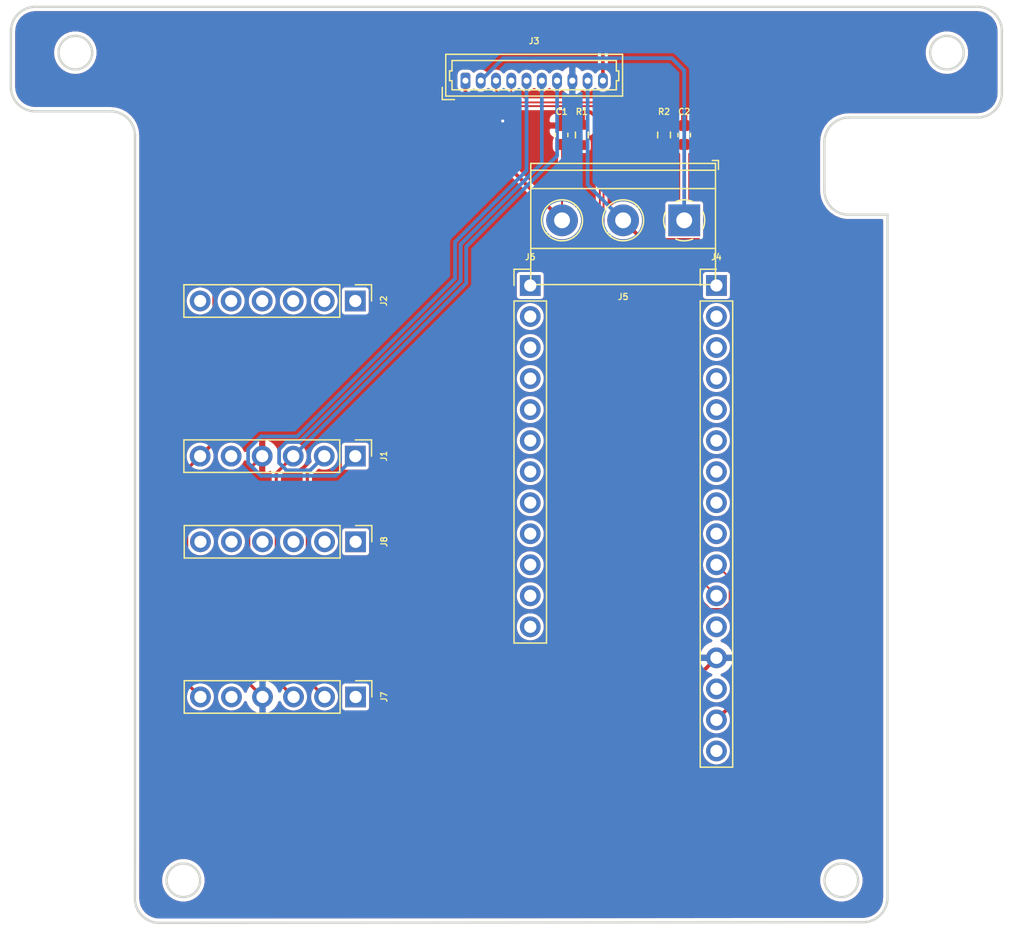
<source format=kicad_pcb>
(kicad_pcb (version 20171130) (host pcbnew "(5.1.10)-1")

  (general
    (thickness 1.6)
    (drawings 24)
    (tracks 83)
    (zones 0)
    (modules 12)
    (nets 50)
  )

  (page A4)
  (title_block
    (title "Big Red Satellite Secondary Payload - Layout")
    (date 2023-08-16)
    (rev A)
    (company "UNL Aerospace Club | Advanced eXperimental Payloads")
    (comment 1 "Copyright (c) 2023")
    (comment 2 "Designer: WSA")
    (comment 3 "Reviewer: WSA")
    (comment 4 "Approved: WSA")
  )

  (layers
    (0 F.Cu signal)
    (31 B.Cu signal)
    (32 B.Adhes user)
    (33 F.Adhes user)
    (34 B.Paste user)
    (35 F.Paste user)
    (36 B.SilkS user)
    (37 F.SilkS user)
    (38 B.Mask user)
    (39 F.Mask user)
    (40 Dwgs.User user)
    (41 Cmts.User user)
    (42 Eco1.User user)
    (43 Eco2.User user)
    (44 Edge.Cuts user)
    (45 Margin user)
    (46 B.CrtYd user hide)
    (47 F.CrtYd user)
    (48 B.Fab user)
    (49 F.Fab user hide)
  )

  (setup
    (last_trace_width 0.1524)
    (user_trace_width 0.1524)
    (user_trace_width 0.254)
    (user_trace_width 0.3048)
    (user_trace_width 0.508)
    (trace_clearance 0.1524)
    (zone_clearance 0.254)
    (zone_45_only no)
    (trace_min 0.1524)
    (via_size 0.508)
    (via_drill 0.254)
    (via_min_size 0.508)
    (via_min_drill 0.254)
    (uvia_size 0.3)
    (uvia_drill 0.1)
    (uvias_allowed no)
    (uvia_min_size 0.2)
    (uvia_min_drill 0.1)
    (edge_width 0.05)
    (segment_width 0.2)
    (pcb_text_width 0.3)
    (pcb_text_size 1.5 1.5)
    (mod_edge_width 0.1)
    (mod_text_size 0.5 0.5)
    (mod_text_width 0.1)
    (pad_size 1.524 1.524)
    (pad_drill 0.762)
    (pad_to_mask_clearance 0)
    (aux_axis_origin 0 0)
    (visible_elements 7FFFFFFF)
    (pcbplotparams
      (layerselection 0x010fc_ffffffff)
      (usegerberextensions false)
      (usegerberattributes true)
      (usegerberadvancedattributes true)
      (creategerberjobfile true)
      (excludeedgelayer true)
      (linewidth 0.100000)
      (plotframeref false)
      (viasonmask false)
      (mode 1)
      (useauxorigin false)
      (hpglpennumber 1)
      (hpglpenspeed 20)
      (hpglpendiameter 15.000000)
      (psnegative false)
      (psa4output false)
      (plotreference true)
      (plotvalue true)
      (plotinvisibletext false)
      (padsonsilk false)
      (subtractmaskfromsilk false)
      (outputformat 1)
      (mirror false)
      (drillshape 0)
      (scaleselection 1)
      (outputdirectory "Gerbers"))
  )

  (net 0 "")
  (net 1 GND)
  (net 2 VDDF)
  (net 3 VPP)
  (net 4 "Net-(J1-Pad5)")
  (net 5 /SCL)
  (net 6 /SDA)
  (net 7 /MAG_INT)
  (net 8 "Net-(J2-Pad6)")
  (net 9 "Net-(J2-Pad5)")
  (net 10 "Net-(J2-Pad4)")
  (net 11 "Net-(J2-Pad3)")
  (net 12 "Net-(J2-Pad2)")
  (net 13 "Net-(J2-Pad1)")
  (net 14 /NC_V)
  (net 15 /NO_V)
  (net 16 /UNSET)
  (net 17 /SET)
  (net 18 "Net-(J4-Pad16)")
  (net 19 "Net-(J4-Pad14)")
  (net 20 "Net-(J4-Pad12)")
  (net 21 "Net-(J4-Pad9)")
  (net 22 "Net-(J4-Pad8)")
  (net 23 "Net-(J4-Pad7)")
  (net 24 "Net-(J4-Pad6)")
  (net 25 "Net-(J4-Pad5)")
  (net 26 "Net-(J4-Pad4)")
  (net 27 "Net-(J4-Pad3)")
  (net 28 "Net-(J4-Pad2)")
  (net 29 "Net-(J4-Pad1)")
  (net 30 "Net-(J6-Pad12)")
  (net 31 "Net-(J6-Pad11)")
  (net 32 "Net-(J6-Pad10)")
  (net 33 "Net-(J6-Pad9)")
  (net 34 "Net-(J6-Pad8)")
  (net 35 "Net-(J6-Pad7)")
  (net 36 "Net-(J6-Pad6)")
  (net 37 "Net-(J6-Pad5)")
  (net 38 "Net-(J6-Pad4)")
  (net 39 "Net-(J6-Pad3)")
  (net 40 "Net-(J6-Pad2)")
  (net 41 "Net-(J6-Pad1)")
  (net 42 "Net-(J7-Pad5)")
  (net 43 "Net-(J7-Pad1)")
  (net 44 "Net-(J8-Pad6)")
  (net 45 "Net-(J8-Pad5)")
  (net 46 "Net-(J8-Pad4)")
  (net 47 "Net-(J8-Pad3)")
  (net 48 "Net-(J8-Pad2)")
  (net 49 "Net-(J8-Pad1)")

  (net_class Default "This is the default net class."
    (clearance 0.1524)
    (trace_width 0.1524)
    (via_dia 0.508)
    (via_drill 0.254)
    (uvia_dia 0.3)
    (uvia_drill 0.1)
    (add_net /MAG_INT)
    (add_net /NC_V)
    (add_net /NO_V)
    (add_net /SCL)
    (add_net /SDA)
    (add_net /SET)
    (add_net /UNSET)
    (add_net GND)
    (add_net "Net-(J1-Pad5)")
    (add_net "Net-(J2-Pad1)")
    (add_net "Net-(J2-Pad2)")
    (add_net "Net-(J2-Pad3)")
    (add_net "Net-(J2-Pad4)")
    (add_net "Net-(J2-Pad5)")
    (add_net "Net-(J2-Pad6)")
    (add_net "Net-(J4-Pad1)")
    (add_net "Net-(J4-Pad12)")
    (add_net "Net-(J4-Pad14)")
    (add_net "Net-(J4-Pad16)")
    (add_net "Net-(J4-Pad2)")
    (add_net "Net-(J4-Pad3)")
    (add_net "Net-(J4-Pad4)")
    (add_net "Net-(J4-Pad5)")
    (add_net "Net-(J4-Pad6)")
    (add_net "Net-(J4-Pad7)")
    (add_net "Net-(J4-Pad8)")
    (add_net "Net-(J4-Pad9)")
    (add_net "Net-(J6-Pad1)")
    (add_net "Net-(J6-Pad10)")
    (add_net "Net-(J6-Pad11)")
    (add_net "Net-(J6-Pad12)")
    (add_net "Net-(J6-Pad2)")
    (add_net "Net-(J6-Pad3)")
    (add_net "Net-(J6-Pad4)")
    (add_net "Net-(J6-Pad5)")
    (add_net "Net-(J6-Pad6)")
    (add_net "Net-(J6-Pad7)")
    (add_net "Net-(J6-Pad8)")
    (add_net "Net-(J6-Pad9)")
    (add_net "Net-(J7-Pad1)")
    (add_net "Net-(J7-Pad5)")
    (add_net "Net-(J8-Pad1)")
    (add_net "Net-(J8-Pad2)")
    (add_net "Net-(J8-Pad3)")
    (add_net "Net-(J8-Pad4)")
    (add_net "Net-(J8-Pad5)")
    (add_net "Net-(J8-Pad6)")
    (add_net VDDF)
    (add_net VPP)
  )

  (module Resistor_SMD:R_0603_1608Metric (layer F.Cu) (tedit 5F68FEEE) (tstamp 64F4EE74)
    (at 162.56 81.661 90)
    (descr "Resistor SMD 0603 (1608 Metric), square (rectangular) end terminal, IPC_7351 nominal, (Body size source: IPC-SM-782 page 72, https://www.pcb-3d.com/wordpress/wp-content/uploads/ipc-sm-782a_amendment_1_and_2.pdf), generated with kicad-footprint-generator")
    (tags resistor)
    (path /64F4F9B1)
    (attr smd)
    (fp_text reference R2 (at 1.905 0 180) (layer F.SilkS)
      (effects (font (size 0.5 0.5) (thickness 0.1)))
    )
    (fp_text value R (at 0 1.43 90) (layer F.Fab)
      (effects (font (size 1 1) (thickness 0.15)))
    )
    (fp_text user %R (at 0 0 90) (layer F.Fab)
      (effects (font (size 0.4 0.4) (thickness 0.06)))
    )
    (fp_line (start -0.8 0.4125) (end -0.8 -0.4125) (layer F.Fab) (width 0.1))
    (fp_line (start -0.8 -0.4125) (end 0.8 -0.4125) (layer F.Fab) (width 0.1))
    (fp_line (start 0.8 -0.4125) (end 0.8 0.4125) (layer F.Fab) (width 0.1))
    (fp_line (start 0.8 0.4125) (end -0.8 0.4125) (layer F.Fab) (width 0.1))
    (fp_line (start -0.237258 -0.5225) (end 0.237258 -0.5225) (layer F.SilkS) (width 0.12))
    (fp_line (start -0.237258 0.5225) (end 0.237258 0.5225) (layer F.SilkS) (width 0.12))
    (fp_line (start -1.48 0.73) (end -1.48 -0.73) (layer F.CrtYd) (width 0.05))
    (fp_line (start -1.48 -0.73) (end 1.48 -0.73) (layer F.CrtYd) (width 0.05))
    (fp_line (start 1.48 -0.73) (end 1.48 0.73) (layer F.CrtYd) (width 0.05))
    (fp_line (start 1.48 0.73) (end -1.48 0.73) (layer F.CrtYd) (width 0.05))
    (pad 2 smd roundrect (at 0.825 0 90) (size 0.8 0.95) (layers F.Cu F.Paste F.Mask) (roundrect_rratio 0.25)
      (net 1 GND))
    (pad 1 smd roundrect (at -0.825 0 90) (size 0.8 0.95) (layers F.Cu F.Paste F.Mask) (roundrect_rratio 0.25)
      (net 15 /NO_V))
    (model ${KISYS3DMOD}/Resistor_SMD.3dshapes/R_0603_1608Metric.wrl
      (at (xyz 0 0 0))
      (scale (xyz 1 1 1))
      (rotate (xyz 0 0 0))
    )
  )

  (module Resistor_SMD:R_0603_1608Metric (layer F.Cu) (tedit 5F68FEEE) (tstamp 64F4EE5D)
    (at 155.829 81.661 90)
    (descr "Resistor SMD 0603 (1608 Metric), square (rectangular) end terminal, IPC_7351 nominal, (Body size source: IPC-SM-782 page 72, https://www.pcb-3d.com/wordpress/wp-content/uploads/ipc-sm-782a_amendment_1_and_2.pdf), generated with kicad-footprint-generator")
    (tags resistor)
    (path /64F4C7BF)
    (attr smd)
    (fp_text reference R1 (at 1.905 0 180) (layer F.SilkS)
      (effects (font (size 0.5 0.5) (thickness 0.1)))
    )
    (fp_text value R (at 0 1.43 90) (layer F.Fab)
      (effects (font (size 1 1) (thickness 0.15)))
    )
    (fp_text user %R (at 0 0 90) (layer F.Fab)
      (effects (font (size 0.4 0.4) (thickness 0.06)))
    )
    (fp_line (start -0.8 0.4125) (end -0.8 -0.4125) (layer F.Fab) (width 0.1))
    (fp_line (start -0.8 -0.4125) (end 0.8 -0.4125) (layer F.Fab) (width 0.1))
    (fp_line (start 0.8 -0.4125) (end 0.8 0.4125) (layer F.Fab) (width 0.1))
    (fp_line (start 0.8 0.4125) (end -0.8 0.4125) (layer F.Fab) (width 0.1))
    (fp_line (start -0.237258 -0.5225) (end 0.237258 -0.5225) (layer F.SilkS) (width 0.12))
    (fp_line (start -0.237258 0.5225) (end 0.237258 0.5225) (layer F.SilkS) (width 0.12))
    (fp_line (start -1.48 0.73) (end -1.48 -0.73) (layer F.CrtYd) (width 0.05))
    (fp_line (start -1.48 -0.73) (end 1.48 -0.73) (layer F.CrtYd) (width 0.05))
    (fp_line (start 1.48 -0.73) (end 1.48 0.73) (layer F.CrtYd) (width 0.05))
    (fp_line (start 1.48 0.73) (end -1.48 0.73) (layer F.CrtYd) (width 0.05))
    (pad 2 smd roundrect (at 0.825 0 90) (size 0.8 0.95) (layers F.Cu F.Paste F.Mask) (roundrect_rratio 0.25)
      (net 1 GND))
    (pad 1 smd roundrect (at -0.825 0 90) (size 0.8 0.95) (layers F.Cu F.Paste F.Mask) (roundrect_rratio 0.25)
      (net 14 /NC_V))
    (model ${KISYS3DMOD}/Resistor_SMD.3dshapes/R_0603_1608Metric.wrl
      (at (xyz 0 0 0))
      (scale (xyz 1 1 1))
      (rotate (xyz 0 0 0))
    )
  )

  (module Capacitor_SMD:C_0603_1608Metric (layer F.Cu) (tedit 5F68FEEE) (tstamp 64F4EC3A)
    (at 164.211 81.661 90)
    (descr "Capacitor SMD 0603 (1608 Metric), square (rectangular) end terminal, IPC_7351 nominal, (Body size source: IPC-SM-782 page 76, https://www.pcb-3d.com/wordpress/wp-content/uploads/ipc-sm-782a_amendment_1_and_2.pdf), generated with kicad-footprint-generator")
    (tags capacitor)
    (path /64F4F9AB)
    (attr smd)
    (fp_text reference C2 (at 1.905 0 180) (layer F.SilkS)
      (effects (font (size 0.5 0.5) (thickness 0.1)))
    )
    (fp_text value C (at 0 1.43 90) (layer F.Fab)
      (effects (font (size 1 1) (thickness 0.15)))
    )
    (fp_text user %R (at 0 0 90) (layer F.Fab)
      (effects (font (size 0.4 0.4) (thickness 0.06)))
    )
    (fp_line (start -0.8 0.4) (end -0.8 -0.4) (layer F.Fab) (width 0.1))
    (fp_line (start -0.8 -0.4) (end 0.8 -0.4) (layer F.Fab) (width 0.1))
    (fp_line (start 0.8 -0.4) (end 0.8 0.4) (layer F.Fab) (width 0.1))
    (fp_line (start 0.8 0.4) (end -0.8 0.4) (layer F.Fab) (width 0.1))
    (fp_line (start -0.14058 -0.51) (end 0.14058 -0.51) (layer F.SilkS) (width 0.12))
    (fp_line (start -0.14058 0.51) (end 0.14058 0.51) (layer F.SilkS) (width 0.12))
    (fp_line (start -1.48 0.73) (end -1.48 -0.73) (layer F.CrtYd) (width 0.05))
    (fp_line (start -1.48 -0.73) (end 1.48 -0.73) (layer F.CrtYd) (width 0.05))
    (fp_line (start 1.48 -0.73) (end 1.48 0.73) (layer F.CrtYd) (width 0.05))
    (fp_line (start 1.48 0.73) (end -1.48 0.73) (layer F.CrtYd) (width 0.05))
    (pad 2 smd roundrect (at 0.775 0 90) (size 0.9 0.95) (layers F.Cu F.Paste F.Mask) (roundrect_rratio 0.25)
      (net 1 GND))
    (pad 1 smd roundrect (at -0.775 0 90) (size 0.9 0.95) (layers F.Cu F.Paste F.Mask) (roundrect_rratio 0.25)
      (net 15 /NO_V))
    (model ${KISYS3DMOD}/Capacitor_SMD.3dshapes/C_0603_1608Metric.wrl
      (at (xyz 0 0 0))
      (scale (xyz 1 1 1))
      (rotate (xyz 0 0 0))
    )
  )

  (module Capacitor_SMD:C_0603_1608Metric (layer F.Cu) (tedit 5F68FEEE) (tstamp 64F4EC25)
    (at 154.178 81.661 90)
    (descr "Capacitor SMD 0603 (1608 Metric), square (rectangular) end terminal, IPC_7351 nominal, (Body size source: IPC-SM-782 page 76, https://www.pcb-3d.com/wordpress/wp-content/uploads/ipc-sm-782a_amendment_1_and_2.pdf), generated with kicad-footprint-generator")
    (tags capacitor)
    (path /64F4BFC0)
    (attr smd)
    (fp_text reference C1 (at 1.905 0 180) (layer F.SilkS)
      (effects (font (size 0.5 0.5) (thickness 0.1)))
    )
    (fp_text value C (at 0 1.43 90) (layer F.Fab)
      (effects (font (size 1 1) (thickness 0.15)))
    )
    (fp_text user %R (at 0 0 90) (layer F.Fab)
      (effects (font (size 0.4 0.4) (thickness 0.06)))
    )
    (fp_line (start -0.8 0.4) (end -0.8 -0.4) (layer F.Fab) (width 0.1))
    (fp_line (start -0.8 -0.4) (end 0.8 -0.4) (layer F.Fab) (width 0.1))
    (fp_line (start 0.8 -0.4) (end 0.8 0.4) (layer F.Fab) (width 0.1))
    (fp_line (start 0.8 0.4) (end -0.8 0.4) (layer F.Fab) (width 0.1))
    (fp_line (start -0.14058 -0.51) (end 0.14058 -0.51) (layer F.SilkS) (width 0.12))
    (fp_line (start -0.14058 0.51) (end 0.14058 0.51) (layer F.SilkS) (width 0.12))
    (fp_line (start -1.48 0.73) (end -1.48 -0.73) (layer F.CrtYd) (width 0.05))
    (fp_line (start -1.48 -0.73) (end 1.48 -0.73) (layer F.CrtYd) (width 0.05))
    (fp_line (start 1.48 -0.73) (end 1.48 0.73) (layer F.CrtYd) (width 0.05))
    (fp_line (start 1.48 0.73) (end -1.48 0.73) (layer F.CrtYd) (width 0.05))
    (pad 2 smd roundrect (at 0.775 0 90) (size 0.9 0.95) (layers F.Cu F.Paste F.Mask) (roundrect_rratio 0.25)
      (net 1 GND))
    (pad 1 smd roundrect (at -0.775 0 90) (size 0.9 0.95) (layers F.Cu F.Paste F.Mask) (roundrect_rratio 0.25)
      (net 14 /NC_V))
    (model ${KISYS3DMOD}/Capacitor_SMD.3dshapes/C_0603_1608Metric.wrl
      (at (xyz 0 0 0))
      (scale (xyz 1 1 1))
      (rotate (xyz 0 0 0))
    )
  )

  (module TerminalBlock_Phoenix:TerminalBlock_Phoenix_MKDS-1,5-3_1x03_P5.00mm_Horizontal (layer F.Cu) (tedit 5B294EE5) (tstamp 64DD83EE)
    (at 164.211 88.646 180)
    (descr "Terminal Block Phoenix MKDS-1,5-3, 3 pins, pitch 5mm, size 15x9.8mm^2, drill diamater 1.3mm, pad diameter 2.6mm, see http://www.farnell.com/datasheets/100425.pdf, script-generated using https://github.com/pointhi/kicad-footprint-generator/scripts/TerminalBlock_Phoenix")
    (tags "THT Terminal Block Phoenix MKDS-1,5-3 pitch 5mm size 15x9.8mm^2 drill 1.3mm pad 2.6mm")
    (path /64DE9364)
    (fp_text reference J5 (at 5 -6.26) (layer F.SilkS)
      (effects (font (size 0.5 0.5) (thickness 0.1)))
    )
    (fp_text value Conn_01x03_Male (at 5 5.66) (layer F.Fab)
      (effects (font (size 1 1) (thickness 0.15)))
    )
    (fp_circle (center 0 0) (end 1.5 0) (layer F.Fab) (width 0.1))
    (fp_circle (center 5 0) (end 6.5 0) (layer F.Fab) (width 0.1))
    (fp_circle (center 5 0) (end 6.68 0) (layer F.SilkS) (width 0.12))
    (fp_circle (center 10 0) (end 11.5 0) (layer F.Fab) (width 0.1))
    (fp_circle (center 10 0) (end 11.68 0) (layer F.SilkS) (width 0.12))
    (fp_line (start -2.5 -5.2) (end 12.5 -5.2) (layer F.Fab) (width 0.1))
    (fp_line (start 12.5 -5.2) (end 12.5 4.6) (layer F.Fab) (width 0.1))
    (fp_line (start 12.5 4.6) (end -2 4.6) (layer F.Fab) (width 0.1))
    (fp_line (start -2 4.6) (end -2.5 4.1) (layer F.Fab) (width 0.1))
    (fp_line (start -2.5 4.1) (end -2.5 -5.2) (layer F.Fab) (width 0.1))
    (fp_line (start -2.5 4.1) (end 12.5 4.1) (layer F.Fab) (width 0.1))
    (fp_line (start -2.56 4.1) (end 12.56 4.1) (layer F.SilkS) (width 0.12))
    (fp_line (start -2.5 2.6) (end 12.5 2.6) (layer F.Fab) (width 0.1))
    (fp_line (start -2.56 2.6) (end 12.56 2.6) (layer F.SilkS) (width 0.12))
    (fp_line (start -2.5 -2.3) (end 12.5 -2.3) (layer F.Fab) (width 0.1))
    (fp_line (start -2.56 -2.301) (end 12.56 -2.301) (layer F.SilkS) (width 0.12))
    (fp_line (start -2.56 -5.261) (end 12.56 -5.261) (layer F.SilkS) (width 0.12))
    (fp_line (start -2.56 4.66) (end 12.56 4.66) (layer F.SilkS) (width 0.12))
    (fp_line (start -2.56 -5.261) (end -2.56 4.66) (layer F.SilkS) (width 0.12))
    (fp_line (start 12.56 -5.261) (end 12.56 4.66) (layer F.SilkS) (width 0.12))
    (fp_line (start 1.138 -0.955) (end -0.955 1.138) (layer F.Fab) (width 0.1))
    (fp_line (start 0.955 -1.138) (end -1.138 0.955) (layer F.Fab) (width 0.1))
    (fp_line (start 6.138 -0.955) (end 4.046 1.138) (layer F.Fab) (width 0.1))
    (fp_line (start 5.955 -1.138) (end 3.863 0.955) (layer F.Fab) (width 0.1))
    (fp_line (start 6.275 -1.069) (end 6.228 -1.023) (layer F.SilkS) (width 0.12))
    (fp_line (start 3.966 1.239) (end 3.931 1.274) (layer F.SilkS) (width 0.12))
    (fp_line (start 6.07 -1.275) (end 6.035 -1.239) (layer F.SilkS) (width 0.12))
    (fp_line (start 3.773 1.023) (end 3.726 1.069) (layer F.SilkS) (width 0.12))
    (fp_line (start 11.138 -0.955) (end 9.046 1.138) (layer F.Fab) (width 0.1))
    (fp_line (start 10.955 -1.138) (end 8.863 0.955) (layer F.Fab) (width 0.1))
    (fp_line (start 11.275 -1.069) (end 11.228 -1.023) (layer F.SilkS) (width 0.12))
    (fp_line (start 8.966 1.239) (end 8.931 1.274) (layer F.SilkS) (width 0.12))
    (fp_line (start 11.07 -1.275) (end 11.035 -1.239) (layer F.SilkS) (width 0.12))
    (fp_line (start 8.773 1.023) (end 8.726 1.069) (layer F.SilkS) (width 0.12))
    (fp_line (start -2.8 4.16) (end -2.8 4.9) (layer F.SilkS) (width 0.12))
    (fp_line (start -2.8 4.9) (end -2.3 4.9) (layer F.SilkS) (width 0.12))
    (fp_line (start -3 -5.71) (end -3 5.1) (layer F.CrtYd) (width 0.05))
    (fp_line (start -3 5.1) (end 13 5.1) (layer F.CrtYd) (width 0.05))
    (fp_line (start 13 5.1) (end 13 -5.71) (layer F.CrtYd) (width 0.05))
    (fp_line (start 13 -5.71) (end -3 -5.71) (layer F.CrtYd) (width 0.05))
    (fp_text user %R (at 5 3.2) (layer F.Fab)
      (effects (font (size 1 1) (thickness 0.15)))
    )
    (fp_arc (start 0 0) (end -0.684 1.535) (angle -25) (layer F.SilkS) (width 0.12))
    (fp_arc (start 0 0) (end -1.535 -0.684) (angle -48) (layer F.SilkS) (width 0.12))
    (fp_arc (start 0 0) (end 0.684 -1.535) (angle -48) (layer F.SilkS) (width 0.12))
    (fp_arc (start 0 0) (end 1.535 0.684) (angle -48) (layer F.SilkS) (width 0.12))
    (fp_arc (start 0 0) (end 0 1.68) (angle -24) (layer F.SilkS) (width 0.12))
    (pad 3 thru_hole circle (at 10 0 180) (size 2.6 2.6) (drill 1.3) (layers *.Cu *.Mask)
      (net 14 /NC_V))
    (pad 2 thru_hole circle (at 5 0 180) (size 2.6 2.6) (drill 1.3) (layers *.Cu *.Mask)
      (net 3 VPP))
    (pad 1 thru_hole rect (at 0 0 180) (size 2.6 2.6) (drill 1.3) (layers *.Cu *.Mask)
      (net 15 /NO_V))
    (model ${KISYS3DMOD}/TerminalBlock_Phoenix.3dshapes/TerminalBlock_Phoenix_MKDS-1,5-3_1x03_P5.00mm_Horizontal.wrl
      (at (xyz 0 0 0))
      (scale (xyz 1 1 1))
      (rotate (xyz 0 0 0))
    )
  )

  (module Connector_PinHeader_2.54mm:PinHeader_1x06_P2.54mm_Vertical (layer F.Cu) (tedit 59FED5CC) (tstamp 64F123EF)
    (at 137.3124 114.9604 270)
    (descr "Through hole straight pin header, 1x06, 2.54mm pitch, single row")
    (tags "Through hole pin header THT 1x06 2.54mm single row")
    (path /64F13347)
    (fp_text reference J8 (at 0 -2.33 90) (layer F.SilkS)
      (effects (font (size 0.5 0.5) (thickness 0.1)))
    )
    (fp_text value Conn_01x06_Male (at 0 15.03 90) (layer F.Fab)
      (effects (font (size 1 1) (thickness 0.15)))
    )
    (fp_line (start 1.8 -1.8) (end -1.8 -1.8) (layer F.CrtYd) (width 0.05))
    (fp_line (start 1.8 14.5) (end 1.8 -1.8) (layer F.CrtYd) (width 0.05))
    (fp_line (start -1.8 14.5) (end 1.8 14.5) (layer F.CrtYd) (width 0.05))
    (fp_line (start -1.8 -1.8) (end -1.8 14.5) (layer F.CrtYd) (width 0.05))
    (fp_line (start -1.33 -1.33) (end 0 -1.33) (layer F.SilkS) (width 0.12))
    (fp_line (start -1.33 0) (end -1.33 -1.33) (layer F.SilkS) (width 0.12))
    (fp_line (start -1.33 1.27) (end 1.33 1.27) (layer F.SilkS) (width 0.12))
    (fp_line (start 1.33 1.27) (end 1.33 14.03) (layer F.SilkS) (width 0.12))
    (fp_line (start -1.33 1.27) (end -1.33 14.03) (layer F.SilkS) (width 0.12))
    (fp_line (start -1.33 14.03) (end 1.33 14.03) (layer F.SilkS) (width 0.12))
    (fp_line (start -1.27 -0.635) (end -0.635 -1.27) (layer F.Fab) (width 0.1))
    (fp_line (start -1.27 13.97) (end -1.27 -0.635) (layer F.Fab) (width 0.1))
    (fp_line (start 1.27 13.97) (end -1.27 13.97) (layer F.Fab) (width 0.1))
    (fp_line (start 1.27 -1.27) (end 1.27 13.97) (layer F.Fab) (width 0.1))
    (fp_line (start -0.635 -1.27) (end 1.27 -1.27) (layer F.Fab) (width 0.1))
    (fp_text user %R (at 0 6.35) (layer F.Fab)
      (effects (font (size 1 1) (thickness 0.15)))
    )
    (pad 6 thru_hole oval (at 0 12.7 270) (size 1.7 1.7) (drill 1) (layers *.Cu *.Mask)
      (net 44 "Net-(J8-Pad6)"))
    (pad 5 thru_hole oval (at 0 10.16 270) (size 1.7 1.7) (drill 1) (layers *.Cu *.Mask)
      (net 45 "Net-(J8-Pad5)"))
    (pad 4 thru_hole oval (at 0 7.62 270) (size 1.7 1.7) (drill 1) (layers *.Cu *.Mask)
      (net 46 "Net-(J8-Pad4)"))
    (pad 3 thru_hole oval (at 0 5.08 270) (size 1.7 1.7) (drill 1) (layers *.Cu *.Mask)
      (net 47 "Net-(J8-Pad3)"))
    (pad 2 thru_hole oval (at 0 2.54 270) (size 1.7 1.7) (drill 1) (layers *.Cu *.Mask)
      (net 48 "Net-(J8-Pad2)"))
    (pad 1 thru_hole rect (at 0 0 270) (size 1.7 1.7) (drill 1) (layers *.Cu *.Mask)
      (net 49 "Net-(J8-Pad1)"))
    (model ${KISYS3DMOD}/Connector_PinHeader_2.54mm.3dshapes/PinHeader_1x06_P2.54mm_Vertical.wrl
      (at (xyz 0 0 0))
      (scale (xyz 1 1 1))
      (rotate (xyz 0 0 0))
    )
  )

  (module Connector_PinHeader_2.54mm:PinHeader_1x06_P2.54mm_Vertical (layer F.Cu) (tedit 59FED5CC) (tstamp 64F12584)
    (at 137.3124 127.6604 270)
    (descr "Through hole straight pin header, 1x06, 2.54mm pitch, single row")
    (tags "Through hole pin header THT 1x06 2.54mm single row")
    (path /64F13341)
    (fp_text reference J7 (at 0 -2.33 90) (layer F.SilkS)
      (effects (font (size 0.5 0.5) (thickness 0.1)))
    )
    (fp_text value Conn_01x06_Male (at 0 15.03 90) (layer F.Fab)
      (effects (font (size 1 1) (thickness 0.15)))
    )
    (fp_line (start 1.8 -1.8) (end -1.8 -1.8) (layer F.CrtYd) (width 0.05))
    (fp_line (start 1.8 14.5) (end 1.8 -1.8) (layer F.CrtYd) (width 0.05))
    (fp_line (start -1.8 14.5) (end 1.8 14.5) (layer F.CrtYd) (width 0.05))
    (fp_line (start -1.8 -1.8) (end -1.8 14.5) (layer F.CrtYd) (width 0.05))
    (fp_line (start -1.33 -1.33) (end 0 -1.33) (layer F.SilkS) (width 0.12))
    (fp_line (start -1.33 0) (end -1.33 -1.33) (layer F.SilkS) (width 0.12))
    (fp_line (start -1.33 1.27) (end 1.33 1.27) (layer F.SilkS) (width 0.12))
    (fp_line (start 1.33 1.27) (end 1.33 14.03) (layer F.SilkS) (width 0.12))
    (fp_line (start -1.33 1.27) (end -1.33 14.03) (layer F.SilkS) (width 0.12))
    (fp_line (start -1.33 14.03) (end 1.33 14.03) (layer F.SilkS) (width 0.12))
    (fp_line (start -1.27 -0.635) (end -0.635 -1.27) (layer F.Fab) (width 0.1))
    (fp_line (start -1.27 13.97) (end -1.27 -0.635) (layer F.Fab) (width 0.1))
    (fp_line (start 1.27 13.97) (end -1.27 13.97) (layer F.Fab) (width 0.1))
    (fp_line (start 1.27 -1.27) (end 1.27 13.97) (layer F.Fab) (width 0.1))
    (fp_line (start -0.635 -1.27) (end 1.27 -1.27) (layer F.Fab) (width 0.1))
    (fp_text user %R (at 0 6.35) (layer F.Fab)
      (effects (font (size 1 1) (thickness 0.15)))
    )
    (pad 6 thru_hole oval (at 0 12.7 270) (size 1.7 1.7) (drill 1) (layers *.Cu *.Mask)
      (net 2 VDDF))
    (pad 5 thru_hole oval (at 0 10.16 270) (size 1.7 1.7) (drill 1) (layers *.Cu *.Mask)
      (net 42 "Net-(J7-Pad5)"))
    (pad 4 thru_hole oval (at 0 7.62 270) (size 1.7 1.7) (drill 1) (layers *.Cu *.Mask)
      (net 1 GND))
    (pad 3 thru_hole oval (at 0 5.08 270) (size 1.7 1.7) (drill 1) (layers *.Cu *.Mask)
      (net 5 /SCL))
    (pad 2 thru_hole oval (at 0 2.54 270) (size 1.7 1.7) (drill 1) (layers *.Cu *.Mask)
      (net 6 /SDA))
    (pad 1 thru_hole rect (at 0 0 270) (size 1.7 1.7) (drill 1) (layers *.Cu *.Mask)
      (net 43 "Net-(J7-Pad1)"))
    (model ${KISYS3DMOD}/Connector_PinHeader_2.54mm.3dshapes/PinHeader_1x06_P2.54mm_Vertical.wrl
      (at (xyz 0 0 0))
      (scale (xyz 1 1 1))
      (rotate (xyz 0 0 0))
    )
  )

  (module Connector_PinHeader_2.54mm:PinHeader_1x12_P2.54mm_Vertical (layer F.Cu) (tedit 59FED5CC) (tstamp 64DD8917)
    (at 151.609 93.98)
    (descr "Through hole straight pin header, 1x12, 2.54mm pitch, single row")
    (tags "Through hole pin header THT 1x12 2.54mm single row")
    (path /64DE0A5A)
    (fp_text reference J6 (at 0 -2.33) (layer F.SilkS)
      (effects (font (size 0.5 0.5) (thickness 0.1)))
    )
    (fp_text value Conn_01x12_Male (at 0 30.27) (layer F.Fab)
      (effects (font (size 1 1) (thickness 0.15)))
    )
    (fp_line (start -0.635 -1.27) (end 1.27 -1.27) (layer F.Fab) (width 0.1))
    (fp_line (start 1.27 -1.27) (end 1.27 29.21) (layer F.Fab) (width 0.1))
    (fp_line (start 1.27 29.21) (end -1.27 29.21) (layer F.Fab) (width 0.1))
    (fp_line (start -1.27 29.21) (end -1.27 -0.635) (layer F.Fab) (width 0.1))
    (fp_line (start -1.27 -0.635) (end -0.635 -1.27) (layer F.Fab) (width 0.1))
    (fp_line (start -1.33 29.27) (end 1.33 29.27) (layer F.SilkS) (width 0.12))
    (fp_line (start -1.33 1.27) (end -1.33 29.27) (layer F.SilkS) (width 0.12))
    (fp_line (start 1.33 1.27) (end 1.33 29.27) (layer F.SilkS) (width 0.12))
    (fp_line (start -1.33 1.27) (end 1.33 1.27) (layer F.SilkS) (width 0.12))
    (fp_line (start -1.33 0) (end -1.33 -1.33) (layer F.SilkS) (width 0.12))
    (fp_line (start -1.33 -1.33) (end 0 -1.33) (layer F.SilkS) (width 0.12))
    (fp_line (start -1.8 -1.8) (end -1.8 29.75) (layer F.CrtYd) (width 0.05))
    (fp_line (start -1.8 29.75) (end 1.8 29.75) (layer F.CrtYd) (width 0.05))
    (fp_line (start 1.8 29.75) (end 1.8 -1.8) (layer F.CrtYd) (width 0.05))
    (fp_line (start 1.8 -1.8) (end -1.8 -1.8) (layer F.CrtYd) (width 0.05))
    (fp_text user %R (at 0 13.97 90) (layer F.Fab)
      (effects (font (size 1 1) (thickness 0.15)))
    )
    (pad 12 thru_hole oval (at 0 27.94) (size 1.7 1.7) (drill 1) (layers *.Cu *.Mask)
      (net 30 "Net-(J6-Pad12)"))
    (pad 11 thru_hole oval (at 0 25.4) (size 1.7 1.7) (drill 1) (layers *.Cu *.Mask)
      (net 31 "Net-(J6-Pad11)"))
    (pad 10 thru_hole oval (at 0 22.86) (size 1.7 1.7) (drill 1) (layers *.Cu *.Mask)
      (net 32 "Net-(J6-Pad10)"))
    (pad 9 thru_hole oval (at 0 20.32) (size 1.7 1.7) (drill 1) (layers *.Cu *.Mask)
      (net 33 "Net-(J6-Pad9)"))
    (pad 8 thru_hole oval (at 0 17.78) (size 1.7 1.7) (drill 1) (layers *.Cu *.Mask)
      (net 34 "Net-(J6-Pad8)"))
    (pad 7 thru_hole oval (at 0 15.24) (size 1.7 1.7) (drill 1) (layers *.Cu *.Mask)
      (net 35 "Net-(J6-Pad7)"))
    (pad 6 thru_hole oval (at 0 12.7) (size 1.7 1.7) (drill 1) (layers *.Cu *.Mask)
      (net 36 "Net-(J6-Pad6)"))
    (pad 5 thru_hole oval (at 0 10.16) (size 1.7 1.7) (drill 1) (layers *.Cu *.Mask)
      (net 37 "Net-(J6-Pad5)"))
    (pad 4 thru_hole oval (at 0 7.62) (size 1.7 1.7) (drill 1) (layers *.Cu *.Mask)
      (net 38 "Net-(J6-Pad4)"))
    (pad 3 thru_hole oval (at 0 5.08) (size 1.7 1.7) (drill 1) (layers *.Cu *.Mask)
      (net 39 "Net-(J6-Pad3)"))
    (pad 2 thru_hole oval (at 0 2.54) (size 1.7 1.7) (drill 1) (layers *.Cu *.Mask)
      (net 40 "Net-(J6-Pad2)"))
    (pad 1 thru_hole rect (at 0 0) (size 1.7 1.7) (drill 1) (layers *.Cu *.Mask)
      (net 41 "Net-(J6-Pad1)"))
    (model ${KISYS3DMOD}/Connector_PinHeader_2.54mm.3dshapes/PinHeader_1x12_P2.54mm_Vertical.wrl
      (at (xyz 0 0 0))
      (scale (xyz 1 1 1))
      (rotate (xyz 0 0 0))
    )
  )

  (module Connector_PinHeader_2.54mm:PinHeader_1x16_P2.54mm_Vertical (layer F.Cu) (tedit 59FED5CC) (tstamp 64DD8978)
    (at 166.849 93.98)
    (descr "Through hole straight pin header, 1x16, 2.54mm pitch, single row")
    (tags "Through hole pin header THT 1x16 2.54mm single row")
    (path /64DE5069)
    (fp_text reference J4 (at 0 -2.33) (layer F.SilkS)
      (effects (font (size 0.5 0.5) (thickness 0.1)))
    )
    (fp_text value Conn_01x16_Male (at 0 40.43) (layer F.Fab)
      (effects (font (size 1 1) (thickness 0.15)))
    )
    (fp_line (start -0.635 -1.27) (end 1.27 -1.27) (layer F.Fab) (width 0.1))
    (fp_line (start 1.27 -1.27) (end 1.27 39.37) (layer F.Fab) (width 0.1))
    (fp_line (start 1.27 39.37) (end -1.27 39.37) (layer F.Fab) (width 0.1))
    (fp_line (start -1.27 39.37) (end -1.27 -0.635) (layer F.Fab) (width 0.1))
    (fp_line (start -1.27 -0.635) (end -0.635 -1.27) (layer F.Fab) (width 0.1))
    (fp_line (start -1.33 39.43) (end 1.33 39.43) (layer F.SilkS) (width 0.12))
    (fp_line (start -1.33 1.27) (end -1.33 39.43) (layer F.SilkS) (width 0.12))
    (fp_line (start 1.33 1.27) (end 1.33 39.43) (layer F.SilkS) (width 0.12))
    (fp_line (start -1.33 1.27) (end 1.33 1.27) (layer F.SilkS) (width 0.12))
    (fp_line (start -1.33 0) (end -1.33 -1.33) (layer F.SilkS) (width 0.12))
    (fp_line (start -1.33 -1.33) (end 0 -1.33) (layer F.SilkS) (width 0.12))
    (fp_line (start -1.8 -1.8) (end -1.8 39.9) (layer F.CrtYd) (width 0.05))
    (fp_line (start -1.8 39.9) (end 1.8 39.9) (layer F.CrtYd) (width 0.05))
    (fp_line (start 1.8 39.9) (end 1.8 -1.8) (layer F.CrtYd) (width 0.05))
    (fp_line (start 1.8 -1.8) (end -1.8 -1.8) (layer F.CrtYd) (width 0.05))
    (fp_text user %R (at 0 19.05 90) (layer F.Fab)
      (effects (font (size 1 1) (thickness 0.15)))
    )
    (pad 16 thru_hole oval (at 0 38.1) (size 1.7 1.7) (drill 1) (layers *.Cu *.Mask)
      (net 18 "Net-(J4-Pad16)"))
    (pad 15 thru_hole oval (at 0 35.56) (size 1.7 1.7) (drill 1) (layers *.Cu *.Mask)
      (net 3 VPP))
    (pad 14 thru_hole oval (at 0 33.02) (size 1.7 1.7) (drill 1) (layers *.Cu *.Mask)
      (net 19 "Net-(J4-Pad14)"))
    (pad 13 thru_hole oval (at 0 30.48) (size 1.7 1.7) (drill 1) (layers *.Cu *.Mask)
      (net 1 GND))
    (pad 12 thru_hole oval (at 0 27.94) (size 1.7 1.7) (drill 1) (layers *.Cu *.Mask)
      (net 20 "Net-(J4-Pad12)"))
    (pad 11 thru_hole oval (at 0 25.4) (size 1.7 1.7) (drill 1) (layers *.Cu *.Mask)
      (net 17 /SET))
    (pad 10 thru_hole oval (at 0 22.86) (size 1.7 1.7) (drill 1) (layers *.Cu *.Mask)
      (net 16 /UNSET))
    (pad 9 thru_hole oval (at 0 20.32) (size 1.7 1.7) (drill 1) (layers *.Cu *.Mask)
      (net 21 "Net-(J4-Pad9)"))
    (pad 8 thru_hole oval (at 0 17.78) (size 1.7 1.7) (drill 1) (layers *.Cu *.Mask)
      (net 22 "Net-(J4-Pad8)"))
    (pad 7 thru_hole oval (at 0 15.24) (size 1.7 1.7) (drill 1) (layers *.Cu *.Mask)
      (net 23 "Net-(J4-Pad7)"))
    (pad 6 thru_hole oval (at 0 12.7) (size 1.7 1.7) (drill 1) (layers *.Cu *.Mask)
      (net 24 "Net-(J4-Pad6)"))
    (pad 5 thru_hole oval (at 0 10.16) (size 1.7 1.7) (drill 1) (layers *.Cu *.Mask)
      (net 25 "Net-(J4-Pad5)"))
    (pad 4 thru_hole oval (at 0 7.62) (size 1.7 1.7) (drill 1) (layers *.Cu *.Mask)
      (net 26 "Net-(J4-Pad4)"))
    (pad 3 thru_hole oval (at 0 5.08) (size 1.7 1.7) (drill 1) (layers *.Cu *.Mask)
      (net 27 "Net-(J4-Pad3)"))
    (pad 2 thru_hole oval (at 0 2.54) (size 1.7 1.7) (drill 1) (layers *.Cu *.Mask)
      (net 28 "Net-(J4-Pad2)"))
    (pad 1 thru_hole rect (at 0 0) (size 1.7 1.7) (drill 1) (layers *.Cu *.Mask)
      (net 29 "Net-(J4-Pad1)"))
    (model ${KISYS3DMOD}/Connector_PinHeader_2.54mm.3dshapes/PinHeader_1x16_P2.54mm_Vertical.wrl
      (at (xyz 0 0 0))
      (scale (xyz 1 1 1))
      (rotate (xyz 0 0 0))
    )
  )

  (module Connector_Molex:Molex_PicoBlade_53047-1010_1x10_P1.25mm_Vertical (layer F.Cu) (tedit 5B783167) (tstamp 64DD8395)
    (at 146.304 77.216)
    (descr "Molex PicoBlade Connector System, 53047-1010, 10 Pins per row (http://www.molex.com/pdm_docs/sd/530470610_sd.pdf), generated with kicad-footprint-generator")
    (tags "connector Molex PicoBlade side entry")
    (path /64DDA625)
    (fp_text reference J3 (at 5.62 -3.25) (layer F.SilkS)
      (effects (font (size 0.5 0.5) (thickness 0.1)))
    )
    (fp_text value Conn_01x10_Male (at 5.62 2.35) (layer F.Fab)
      (effects (font (size 1 1) (thickness 0.15)))
    )
    (fp_line (start -1.5 -2.05) (end -1.5 1.15) (layer F.Fab) (width 0.1))
    (fp_line (start -1.5 1.15) (end 12.75 1.15) (layer F.Fab) (width 0.1))
    (fp_line (start 12.75 1.15) (end 12.75 -2.05) (layer F.Fab) (width 0.1))
    (fp_line (start 12.75 -2.05) (end -1.5 -2.05) (layer F.Fab) (width 0.1))
    (fp_line (start -1.61 -2.16) (end -1.61 1.26) (layer F.SilkS) (width 0.12))
    (fp_line (start -1.61 1.26) (end 12.86 1.26) (layer F.SilkS) (width 0.12))
    (fp_line (start 12.86 1.26) (end 12.86 -2.16) (layer F.SilkS) (width 0.12))
    (fp_line (start 12.86 -2.16) (end -1.61 -2.16) (layer F.SilkS) (width 0.12))
    (fp_line (start 5.625 0.75) (end -1.1 0.75) (layer F.SilkS) (width 0.12))
    (fp_line (start -1.1 0.75) (end -1.1 0) (layer F.SilkS) (width 0.12))
    (fp_line (start -1.1 0) (end -1.3 0) (layer F.SilkS) (width 0.12))
    (fp_line (start -1.3 0) (end -1.3 -0.8) (layer F.SilkS) (width 0.12))
    (fp_line (start -1.3 -0.8) (end -1.1 -0.8) (layer F.SilkS) (width 0.12))
    (fp_line (start -1.1 -0.8) (end -1.1 -1.65) (layer F.SilkS) (width 0.12))
    (fp_line (start -1.1 -1.65) (end 5.625 -1.65) (layer F.SilkS) (width 0.12))
    (fp_line (start 5.625 0.75) (end 12.35 0.75) (layer F.SilkS) (width 0.12))
    (fp_line (start 12.35 0.75) (end 12.35 0) (layer F.SilkS) (width 0.12))
    (fp_line (start 12.35 0) (end 12.55 0) (layer F.SilkS) (width 0.12))
    (fp_line (start 12.55 0) (end 12.55 -0.8) (layer F.SilkS) (width 0.12))
    (fp_line (start 12.55 -0.8) (end 12.35 -0.8) (layer F.SilkS) (width 0.12))
    (fp_line (start 12.35 -0.8) (end 12.35 -1.65) (layer F.SilkS) (width 0.12))
    (fp_line (start 12.35 -1.65) (end 5.625 -1.65) (layer F.SilkS) (width 0.12))
    (fp_line (start -1.9 1.55) (end -1.9 0.55) (layer F.SilkS) (width 0.12))
    (fp_line (start -1.9 1.55) (end -0.9 1.55) (layer F.SilkS) (width 0.12))
    (fp_line (start -0.5 1.15) (end 0 0.442893) (layer F.Fab) (width 0.1))
    (fp_line (start 0 0.442893) (end 0.5 1.15) (layer F.Fab) (width 0.1))
    (fp_line (start -2 -2.55) (end -2 1.65) (layer F.CrtYd) (width 0.05))
    (fp_line (start -2 1.65) (end 13.25 1.65) (layer F.CrtYd) (width 0.05))
    (fp_line (start 13.25 1.65) (end 13.25 -2.55) (layer F.CrtYd) (width 0.05))
    (fp_line (start 13.25 -2.55) (end -2 -2.55) (layer F.CrtYd) (width 0.05))
    (fp_text user %R (at 5.62 -1.35) (layer F.Fab)
      (effects (font (size 1 1) (thickness 0.15)))
    )
    (pad 10 thru_hole oval (at 11.25 0) (size 0.8 1.3) (drill 0.5) (layers *.Cu *.Mask)
      (net 2 VDDF))
    (pad 9 thru_hole oval (at 10 0) (size 0.8 1.3) (drill 0.5) (layers *.Cu *.Mask)
      (net 3 VPP))
    (pad 8 thru_hole oval (at 8.75 0) (size 0.8 1.3) (drill 0.5) (layers *.Cu *.Mask)
      (net 1 GND))
    (pad 7 thru_hole oval (at 7.5 0) (size 0.8 1.3) (drill 0.5) (layers *.Cu *.Mask)
      (net 5 /SCL))
    (pad 6 thru_hole oval (at 6.25 0) (size 0.8 1.3) (drill 0.5) (layers *.Cu *.Mask)
      (net 6 /SDA))
    (pad 5 thru_hole oval (at 5 0) (size 0.8 1.3) (drill 0.5) (layers *.Cu *.Mask)
      (net 7 /MAG_INT))
    (pad 4 thru_hole oval (at 3.75 0) (size 0.8 1.3) (drill 0.5) (layers *.Cu *.Mask)
      (net 17 /SET))
    (pad 3 thru_hole oval (at 2.5 0) (size 0.8 1.3) (drill 0.5) (layers *.Cu *.Mask)
      (net 16 /UNSET))
    (pad 2 thru_hole oval (at 1.25 0) (size 0.8 1.3) (drill 0.5) (layers *.Cu *.Mask)
      (net 15 /NO_V))
    (pad 1 thru_hole roundrect (at 0 0) (size 0.8 1.3) (drill 0.5) (layers *.Cu *.Mask) (roundrect_rratio 0.25)
      (net 14 /NC_V))
    (model ${KISYS3DMOD}/Connector_Molex.3dshapes/Molex_PicoBlade_53047-1010_1x10_P1.25mm_Vertical.wrl
      (at (xyz 0 0 0))
      (scale (xyz 1 1 1))
      (rotate (xyz 0 0 0))
    )
  )

  (module Connector_PinHeader_2.54mm:PinHeader_1x06_P2.54mm_Vertical (layer F.Cu) (tedit 59FED5CC) (tstamp 64DD8368)
    (at 137.287 95.25 270)
    (descr "Through hole straight pin header, 1x06, 2.54mm pitch, single row")
    (tags "Through hole pin header THT 1x06 2.54mm single row")
    (path /64DDE9CD)
    (fp_text reference J2 (at 0 -2.33 90) (layer F.SilkS)
      (effects (font (size 0.5 0.5) (thickness 0.1)))
    )
    (fp_text value Conn_01x06_Male (at 0 15.03 90) (layer F.Fab)
      (effects (font (size 1 1) (thickness 0.15)))
    )
    (fp_line (start -0.635 -1.27) (end 1.27 -1.27) (layer F.Fab) (width 0.1))
    (fp_line (start 1.27 -1.27) (end 1.27 13.97) (layer F.Fab) (width 0.1))
    (fp_line (start 1.27 13.97) (end -1.27 13.97) (layer F.Fab) (width 0.1))
    (fp_line (start -1.27 13.97) (end -1.27 -0.635) (layer F.Fab) (width 0.1))
    (fp_line (start -1.27 -0.635) (end -0.635 -1.27) (layer F.Fab) (width 0.1))
    (fp_line (start -1.33 14.03) (end 1.33 14.03) (layer F.SilkS) (width 0.12))
    (fp_line (start -1.33 1.27) (end -1.33 14.03) (layer F.SilkS) (width 0.12))
    (fp_line (start 1.33 1.27) (end 1.33 14.03) (layer F.SilkS) (width 0.12))
    (fp_line (start -1.33 1.27) (end 1.33 1.27) (layer F.SilkS) (width 0.12))
    (fp_line (start -1.33 0) (end -1.33 -1.33) (layer F.SilkS) (width 0.12))
    (fp_line (start -1.33 -1.33) (end 0 -1.33) (layer F.SilkS) (width 0.12))
    (fp_line (start -1.8 -1.8) (end -1.8 14.5) (layer F.CrtYd) (width 0.05))
    (fp_line (start -1.8 14.5) (end 1.8 14.5) (layer F.CrtYd) (width 0.05))
    (fp_line (start 1.8 14.5) (end 1.8 -1.8) (layer F.CrtYd) (width 0.05))
    (fp_line (start 1.8 -1.8) (end -1.8 -1.8) (layer F.CrtYd) (width 0.05))
    (fp_text user %R (at 0 6.35) (layer F.Fab)
      (effects (font (size 1 1) (thickness 0.15)))
    )
    (pad 6 thru_hole oval (at 0 12.7 270) (size 1.7 1.7) (drill 1) (layers *.Cu *.Mask)
      (net 8 "Net-(J2-Pad6)"))
    (pad 5 thru_hole oval (at 0 10.16 270) (size 1.7 1.7) (drill 1) (layers *.Cu *.Mask)
      (net 9 "Net-(J2-Pad5)"))
    (pad 4 thru_hole oval (at 0 7.62 270) (size 1.7 1.7) (drill 1) (layers *.Cu *.Mask)
      (net 10 "Net-(J2-Pad4)"))
    (pad 3 thru_hole oval (at 0 5.08 270) (size 1.7 1.7) (drill 1) (layers *.Cu *.Mask)
      (net 11 "Net-(J2-Pad3)"))
    (pad 2 thru_hole oval (at 0 2.54 270) (size 1.7 1.7) (drill 1) (layers *.Cu *.Mask)
      (net 12 "Net-(J2-Pad2)"))
    (pad 1 thru_hole rect (at 0 0 270) (size 1.7 1.7) (drill 1) (layers *.Cu *.Mask)
      (net 13 "Net-(J2-Pad1)"))
    (model ${KISYS3DMOD}/Connector_PinHeader_2.54mm.3dshapes/PinHeader_1x06_P2.54mm_Vertical.wrl
      (at (xyz 0 0 0))
      (scale (xyz 1 1 1))
      (rotate (xyz 0 0 0))
    )
  )

  (module Connector_PinHeader_2.54mm:PinHeader_1x06_P2.54mm_Vertical (layer F.Cu) (tedit 59FED5CC) (tstamp 64DD834E)
    (at 137.287 107.95 270)
    (descr "Through hole straight pin header, 1x06, 2.54mm pitch, single row")
    (tags "Through hole pin header THT 1x06 2.54mm single row")
    (path /64DDDD18)
    (fp_text reference J1 (at 0 -2.33 90) (layer F.SilkS)
      (effects (font (size 0.5 0.5) (thickness 0.1)))
    )
    (fp_text value Conn_01x06_Male (at 0 15.03 90) (layer F.Fab)
      (effects (font (size 1 1) (thickness 0.15)))
    )
    (fp_line (start -0.635 -1.27) (end 1.27 -1.27) (layer F.Fab) (width 0.1))
    (fp_line (start 1.27 -1.27) (end 1.27 13.97) (layer F.Fab) (width 0.1))
    (fp_line (start 1.27 13.97) (end -1.27 13.97) (layer F.Fab) (width 0.1))
    (fp_line (start -1.27 13.97) (end -1.27 -0.635) (layer F.Fab) (width 0.1))
    (fp_line (start -1.27 -0.635) (end -0.635 -1.27) (layer F.Fab) (width 0.1))
    (fp_line (start -1.33 14.03) (end 1.33 14.03) (layer F.SilkS) (width 0.12))
    (fp_line (start -1.33 1.27) (end -1.33 14.03) (layer F.SilkS) (width 0.12))
    (fp_line (start 1.33 1.27) (end 1.33 14.03) (layer F.SilkS) (width 0.12))
    (fp_line (start -1.33 1.27) (end 1.33 1.27) (layer F.SilkS) (width 0.12))
    (fp_line (start -1.33 0) (end -1.33 -1.33) (layer F.SilkS) (width 0.12))
    (fp_line (start -1.33 -1.33) (end 0 -1.33) (layer F.SilkS) (width 0.12))
    (fp_line (start -1.8 -1.8) (end -1.8 14.5) (layer F.CrtYd) (width 0.05))
    (fp_line (start -1.8 14.5) (end 1.8 14.5) (layer F.CrtYd) (width 0.05))
    (fp_line (start 1.8 14.5) (end 1.8 -1.8) (layer F.CrtYd) (width 0.05))
    (fp_line (start 1.8 -1.8) (end -1.8 -1.8) (layer F.CrtYd) (width 0.05))
    (fp_text user %R (at 0 6.35) (layer F.Fab)
      (effects (font (size 1 1) (thickness 0.15)))
    )
    (pad 6 thru_hole oval (at 0 12.7 270) (size 1.7 1.7) (drill 1) (layers *.Cu *.Mask)
      (net 2 VDDF))
    (pad 5 thru_hole oval (at 0 10.16 270) (size 1.7 1.7) (drill 1) (layers *.Cu *.Mask)
      (net 4 "Net-(J1-Pad5)"))
    (pad 4 thru_hole oval (at 0 7.62 270) (size 1.7 1.7) (drill 1) (layers *.Cu *.Mask)
      (net 1 GND))
    (pad 3 thru_hole oval (at 0 5.08 270) (size 1.7 1.7) (drill 1) (layers *.Cu *.Mask)
      (net 5 /SCL))
    (pad 2 thru_hole oval (at 0 2.54 270) (size 1.7 1.7) (drill 1) (layers *.Cu *.Mask)
      (net 6 /SDA))
    (pad 1 thru_hole rect (at 0 0 270) (size 1.7 1.7) (drill 1) (layers *.Cu *.Mask)
      (net 7 /MAG_INT))
    (model ${KISYS3DMOD}/Connector_PinHeader_2.54mm.3dshapes/PinHeader_1x06_P2.54mm_Vertical.wrl
      (at (xyz 0 0 0))
      (scale (xyz 1 1 1))
      (rotate (xyz 0 0 0))
    )
  )

  (gr_line (start 177.472383 88.181318) (end 180.848 88.181318) (layer Edge.Cuts) (width 0.2) (tstamp 650CB680))
  (gr_arc (start 177.6852 86.192673) (end 175.6852 86.192673) (angle -83.89169034) (layer Edge.Cuts) (width 0.2))
  (gr_line (start 119.253 81.724) (end 119.253 139.597564) (layer Edge.Cuts) (width 0.2) (tstamp 64F126B6))
  (gr_arc (start 117.253 81.724) (end 119.253 81.724) (angle -90) (layer Edge.Cuts) (width 0.2) (tstamp 64F126AF))
  (gr_line (start 119.247729 144.1516) (end 119.253 139.597564) (layer Edge.Cuts) (width 0.2) (tstamp 64F126A6))
  (gr_line (start 117.253 79.724) (end 111.093 79.724) (layer Edge.Cuts) (width 0.2) (tstamp 64F126A6))
  (gr_line (start 109.093 77.724) (end 109.098271 73.169964) (layer Edge.Cuts) (width 0.2))
  (gr_arc (start 111.093 77.724) (end 109.093 77.724) (angle -90) (layer Edge.Cuts) (width 0.2) (tstamp 64F1269A))
  (gr_line (start 178.848 146.101342) (end 121.247729 146.1516) (layer Edge.Cuts) (width 0.2))
  (gr_circle (center 123.214 142.669963) (end 124.589 142.669963) (layer Edge.Cuts) (width 0.2))
  (gr_arc (start 121.247729 144.1516) (end 119.247729 144.1516) (angle -90) (layer Edge.Cuts) (width 0.2))
  (gr_arc (start 177.6852 82.232) (end 177.6852 80.232) (angle -90) (layer Edge.Cuts) (width 0.2))
  (gr_line (start 111.098271 71.169964) (end 188.214 71.169964) (layer Edge.Cuts) (width 0.2))
  (gr_line (start 190.214 73.169964) (end 190.214 78.232) (layer Edge.Cuts) (width 0.2))
  (gr_circle (center 114.372 74.920964) (end 115.747 74.920964) (layer Edge.Cuts) (width 0.2))
  (gr_circle (center 185.714 74.920886) (end 187.089 74.920886) (layer Edge.Cuts) (width 0.2))
  (gr_arc (start 111.098271 73.169964) (end 111.098271 71.169964) (angle -90) (layer Edge.Cuts) (width 0.2))
  (gr_arc (start 188.214 73.169964) (end 190.214 73.169964) (angle -90) (layer Edge.Cuts) (width 0.2))
  (gr_circle (center 177.0747 142.669963) (end 178.4497 142.669963) (layer Edge.Cuts) (width 0.2))
  (gr_line (start 180.848 88.181318) (end 180.848 144.101342) (layer Edge.Cuts) (width 0.2))
  (gr_arc (start 178.848 144.101342) (end 178.848 146.101342) (angle -90) (layer Edge.Cuts) (width 0.2))
  (gr_line (start 188.214 80.232) (end 177.6852 80.232) (layer Edge.Cuts) (width 0.2))
  (gr_line (start 175.6852 82.232) (end 175.6852 86.192673) (layer Edge.Cuts) (width 0.2))
  (gr_arc (start 188.214 78.232) (end 188.214 80.232) (angle -90) (layer Edge.Cuts) (width 0.2))

  (segment (start 128.562999 126.530999) (end 129.6924 127.6604) (width 0.254) (layer F.Cu) (net 1))
  (segment (start 128.562999 109.054001) (end 128.562999 126.530999) (width 0.254) (layer F.Cu) (net 1))
  (segment (start 129.667 107.95) (end 128.562999 109.054001) (width 0.254) (layer F.Cu) (net 1))
  (segment (start 129.6924 127.6604) (end 129.6924 130.0734) (width 0.3048) (layer F.Cu) (net 1))
  (segment (start 129.6924 130.0734) (end 131.318 131.699) (width 0.3048) (layer F.Cu) (net 1))
  (segment (start 159.61 131.699) (end 166.849 124.46) (width 0.3048) (layer F.Cu) (net 1))
  (segment (start 131.318 131.699) (end 159.61 131.699) (width 0.3048) (layer F.Cu) (net 1))
  (via (at 149.352 80.518) (size 0.508) (drill 0.254) (layers F.Cu B.Cu) (net 1))
  (segment (start 123.482999 126.530999) (end 124.6124 127.6604) (width 0.254) (layer F.Cu) (net 2))
  (segment (start 123.482999 109.054001) (end 123.482999 126.530999) (width 0.254) (layer F.Cu) (net 2))
  (segment (start 124.587 107.95) (end 123.482999 109.054001) (width 0.254) (layer F.Cu) (net 2))
  (segment (start 157.554 77.216) (end 157.554 74.623) (width 0.3048) (layer F.Cu) (net 2))
  (segment (start 157.554 74.623) (end 156.337 73.406) (width 0.3048) (layer F.Cu) (net 2))
  (segment (start 156.337 73.406) (end 134.0485 73.406) (width 0.3048) (layer F.Cu) (net 2))
  (segment (start 125.741801 81.712699) (end 125.741801 106.795199) (width 0.3048) (layer F.Cu) (net 2))
  (segment (start 125.741801 106.795199) (end 124.587 107.95) (width 0.3048) (layer F.Cu) (net 2))
  (segment (start 134.0485 73.406) (end 125.741801 81.712699) (width 0.3048) (layer F.Cu) (net 2))
  (segment (start 169.672 94.554358) (end 165.368443 90.250801) (width 0.3048) (layer F.Cu) (net 3))
  (segment (start 166.849 129.54) (end 169.672 126.717) (width 0.3048) (layer F.Cu) (net 3))
  (segment (start 165.368443 90.250801) (end 160.815801 90.250801) (width 0.3048) (layer F.Cu) (net 3))
  (segment (start 169.672 126.717) (end 169.672 94.554358) (width 0.3048) (layer F.Cu) (net 3))
  (segment (start 160.815801 90.250801) (end 159.211 88.646) (width 0.3048) (layer F.Cu) (net 3))
  (segment (start 156.304 85.739) (end 159.211 88.646) (width 0.3048) (layer B.Cu) (net 3))
  (segment (start 156.304 77.216) (end 156.304 85.739) (width 0.3048) (layer B.Cu) (net 3))
  (segment (start 130.821801 126.249801) (end 132.2324 127.6604) (width 0.254) (layer F.Cu) (net 5))
  (segment (start 130.821801 109.335199) (end 130.821801 126.249801) (width 0.254) (layer F.Cu) (net 5))
  (segment (start 132.207 107.95) (end 130.821801 109.335199) (width 0.254) (layer F.Cu) (net 5))
  (segment (start 153.804 77.216) (end 153.804 83.3685) (width 0.3048) (layer B.Cu) (net 5))
  (segment (start 153.804 83.3685) (end 146.3675 90.805) (width 0.3048) (layer B.Cu) (net 5))
  (segment (start 146.3675 93.7895) (end 132.207 107.95) (width 0.3048) (layer B.Cu) (net 5))
  (segment (start 146.3675 90.805) (end 146.3675 93.7895) (width 0.3048) (layer B.Cu) (net 5))
  (segment (start 133.361801 126.249801) (end 134.7724 127.6604) (width 0.254) (layer F.Cu) (net 6))
  (segment (start 133.361801 109.335199) (end 133.361801 126.249801) (width 0.254) (layer F.Cu) (net 6))
  (segment (start 134.747 107.95) (end 133.361801 109.335199) (width 0.254) (layer F.Cu) (net 6))
  (segment (start 131.652695 109.104801) (end 133.592199 109.104801) (width 0.3048) (layer B.Cu) (net 6))
  (segment (start 131.052199 107.395695) (end 131.052199 108.504305) (width 0.3048) (layer B.Cu) (net 6))
  (segment (start 131.652695 106.795199) (end 131.052199 107.395695) (width 0.3048) (layer B.Cu) (net 6))
  (segment (start 132.715209 106.795199) (end 131.652695 106.795199) (width 0.3048) (layer B.Cu) (net 6))
  (segment (start 133.592199 109.104801) (end 134.747 107.95) (width 0.3048) (layer B.Cu) (net 6))
  (segment (start 145.91029 93.600118) (end 132.715209 106.795199) (width 0.3048) (layer B.Cu) (net 6))
  (segment (start 145.91029 90.615618) (end 145.91029 93.600118) (width 0.3048) (layer B.Cu) (net 6))
  (segment (start 131.052199 108.504305) (end 131.652695 109.104801) (width 0.3048) (layer B.Cu) (net 6))
  (segment (start 152.554 83.971908) (end 145.91029 90.615618) (width 0.3048) (layer B.Cu) (net 6))
  (segment (start 152.554 77.216) (end 152.554 83.971908) (width 0.3048) (layer B.Cu) (net 6))
  (segment (start 135.674989 109.562011) (end 137.287 107.95) (width 0.3048) (layer B.Cu) (net 7))
  (segment (start 128.512199 107.395695) (end 128.512199 108.504305) (width 0.3048) (layer B.Cu) (net 7))
  (segment (start 129.569904 106.33799) (end 128.512199 107.395695) (width 0.3048) (layer B.Cu) (net 7))
  (segment (start 128.512199 108.504305) (end 129.569905 109.562011) (width 0.3048) (layer B.Cu) (net 7))
  (segment (start 132.525827 106.337989) (end 129.569904 106.33799) (width 0.3048) (layer B.Cu) (net 7))
  (segment (start 145.45308 93.410736) (end 132.525827 106.337989) (width 0.3048) (layer B.Cu) (net 7))
  (segment (start 129.569905 109.562011) (end 135.674989 109.562011) (width 0.3048) (layer B.Cu) (net 7))
  (segment (start 145.45308 90.426236) (end 145.45308 93.410736) (width 0.3048) (layer B.Cu) (net 7))
  (segment (start 151.304 84.575316) (end 145.45308 90.426236) (width 0.3048) (layer B.Cu) (net 7))
  (segment (start 151.304 77.216) (end 151.304 84.575316) (width 0.3048) (layer B.Cu) (net 7))
  (segment (start 146.304 80.739) (end 154.211 88.646) (width 0.3048) (layer F.Cu) (net 14))
  (segment (start 146.304 77.216) (end 146.304 80.739) (width 0.3048) (layer F.Cu) (net 14))
  (segment (start 154.228 82.486) (end 154.178 82.436) (width 0.1524) (layer F.Cu) (net 14))
  (segment (start 155.829 82.486) (end 154.228 82.486) (width 0.1524) (layer F.Cu) (net 14))
  (segment (start 154.211 82.469) (end 154.178 82.436) (width 0.1524) (layer F.Cu) (net 14))
  (segment (start 154.211 88.646) (end 154.211 82.469) (width 0.1524) (layer F.Cu) (net 14))
  (segment (start 147.554 77.216) (end 149.3955 75.3745) (width 0.3048) (layer B.Cu) (net 15))
  (segment (start 149.3955 75.3745) (end 163.195 75.3745) (width 0.3048) (layer B.Cu) (net 15))
  (segment (start 164.211 76.3905) (end 164.211 88.646) (width 0.3048) (layer B.Cu) (net 15))
  (segment (start 163.195 75.3745) (end 164.211 76.3905) (width 0.3048) (layer B.Cu) (net 15))
  (segment (start 162.61 82.436) (end 162.56 82.486) (width 0.1524) (layer F.Cu) (net 15))
  (segment (start 164.211 82.436) (end 162.61 82.436) (width 0.1524) (layer F.Cu) (net 15))
  (segment (start 164.211 82.436) (end 164.211 88.646) (width 0.1524) (layer F.Cu) (net 15))
  (segment (start 148.804 78.0184) (end 150.08441 79.29881) (width 0.1524) (layer F.Cu) (net 16))
  (segment (start 148.804 77.216) (end 148.804 78.0184) (width 0.1524) (layer F.Cu) (net 16))
  (segment (start 150.08441 79.29881) (end 156.718744 79.29881) (width 0.1524) (layer F.Cu) (net 16))
  (segment (start 156.718744 79.29881) (end 157.30219 79.882256) (width 0.1524) (layer F.Cu) (net 16))
  (segment (start 167.927601 117.918601) (end 166.849 116.84) (width 0.1524) (layer F.Cu) (net 16))
  (segment (start 167.366729 120.458601) (end 167.927601 119.897729) (width 0.1524) (layer F.Cu) (net 16))
  (segment (start 166.331271 120.458601) (end 167.366729 120.458601) (width 0.1524) (layer F.Cu) (net 16))
  (segment (start 157.30219 111.42952) (end 166.331271 120.458601) (width 0.1524) (layer F.Cu) (net 16))
  (segment (start 167.927601 119.897729) (end 167.927601 117.918601) (width 0.1524) (layer F.Cu) (net 16))
  (segment (start 157.30219 79.882256) (end 157.30219 111.42952) (width 0.1524) (layer F.Cu) (net 16))
  (segment (start 150.054 77.216) (end 150.054 78.172) (width 0.1524) (layer F.Cu) (net 17))
  (segment (start 150.054 78.172) (end 150.876 78.994) (width 0.1524) (layer F.Cu) (net 17))
  (segment (start 150.876 78.994) (end 156.845 78.994) (width 0.1524) (layer F.Cu) (net 17))
  (segment (start 156.845 78.994) (end 157.607 79.756) (width 0.1524) (layer F.Cu) (net 17))
  (segment (start 157.607 110.138) (end 166.849 119.38) (width 0.1524) (layer F.Cu) (net 17))
  (segment (start 157.607 79.756) (end 157.607 110.138) (width 0.1524) (layer F.Cu) (net 17))

  (zone (net 1) (net_name GND) (layer F.Cu) (tstamp 650CBA28) (hatch edge 0.508)
    (connect_pads (clearance 0.254))
    (min_thickness 0.254)
    (fill yes (arc_segments 32) (thermal_gap 0.508) (thermal_bridge_width 0.508))
    (polygon
      (pts
        (xy 192.024 147.32) (xy 108.204 147.32) (xy 108.204 70.612) (xy 192.024 70.612)
      )
    )
    (filled_polygon
      (pts
        (xy 188.508592 71.682156) (xy 188.791971 71.767713) (xy 189.053325 71.906678) (xy 189.282715 72.093764) (xy 189.471396 72.321841)
        (xy 189.612183 72.582222) (xy 189.699715 72.86499) (xy 189.733 73.181675) (xy 189.733001 78.208468) (xy 189.701808 78.526592)
        (xy 189.616253 78.809967) (xy 189.477287 79.071324) (xy 189.290202 79.300713) (xy 189.062124 79.489396) (xy 188.801744 79.630183)
        (xy 188.518974 79.717715) (xy 188.202288 79.751) (xy 177.661574 79.751) (xy 177.640091 79.753116) (xy 177.627642 79.753029)
        (xy 177.620958 79.753684) (xy 177.232765 79.794485) (xy 177.190065 79.803251) (xy 177.147238 79.81142) (xy 177.140808 79.813361)
        (xy 176.767934 79.928785) (xy 176.727733 79.945684) (xy 176.687324 79.96201) (xy 176.681394 79.965163) (xy 176.338039 80.150814)
        (xy 176.301902 80.175189) (xy 176.265417 80.199064) (xy 176.260212 80.203309) (xy 175.959457 80.452116) (xy 175.928738 80.48305)
        (xy 175.897592 80.513551) (xy 175.893311 80.518726) (xy 175.64661 80.821211) (xy 175.622479 80.857531) (xy 175.597855 80.893493)
        (xy 175.59466 80.899401) (xy 175.411411 81.244043) (xy 175.394819 81.284299) (xy 175.377623 81.32442) (xy 175.375637 81.330835)
        (xy 175.262819 81.704507) (xy 175.254354 81.747261) (xy 175.245288 81.789914) (xy 175.244586 81.796593) (xy 175.206496 82.185062)
        (xy 175.2042 82.208375) (xy 175.204201 86.216299) (xy 175.20533 86.227757) (xy 175.213932 86.407118) (xy 175.218528 86.438447)
        (xy 175.221119 86.47001) (xy 175.222365 86.47661) (xy 175.297457 86.85965) (xy 175.309971 86.901383) (xy 175.321915 86.943338)
        (xy 175.32442 86.94957) (xy 175.47248 87.310729) (xy 175.492864 87.349241) (xy 175.512729 87.388073) (xy 175.516395 87.393699)
        (xy 175.731786 87.719222) (xy 175.759269 87.753049) (xy 175.78629 87.787274) (xy 175.79098 87.792082) (xy 176.065497 88.06957)
        (xy 176.099 88.097392) (xy 176.132181 88.12574) (xy 176.137716 88.129545) (xy 176.460901 88.348427) (xy 176.49924 88.36925)
        (xy 176.537227 88.390575) (xy 176.54339 88.39323) (xy 176.543394 88.393232) (xy 176.543398 88.393233) (xy 176.902941 88.545171)
        (xy 176.944553 88.558138) (xy 176.985997 88.571691) (xy 176.992564 88.5731) (xy 177.353528 88.647907) (xy 177.378091 88.655358)
        (xy 177.448757 88.662318) (xy 180.367 88.662318) (xy 180.367001 144.07781) (xy 180.335808 144.395934) (xy 180.250253 144.679309)
        (xy 180.111287 144.940666) (xy 179.924202 145.170055) (xy 179.696124 145.358738) (xy 179.435744 145.499525) (xy 179.152974 145.587057)
        (xy 178.836188 145.620353) (xy 121.271043 145.67058) (xy 120.953137 145.639408) (xy 120.669762 145.553853) (xy 120.408405 145.414887)
        (xy 120.179016 145.227802) (xy 119.990333 144.999724) (xy 119.849546 144.739344) (xy 119.762014 144.456574) (xy 119.728742 144.140015)
        (xy 119.730656 142.486083) (xy 121.347033 142.486083) (xy 121.347033 142.853843) (xy 121.41878 143.214537) (xy 121.559516 143.554303)
        (xy 121.763832 143.860085) (xy 122.023878 144.120131) (xy 122.32966 144.324447) (xy 122.669426 144.465183) (xy 123.03012 144.53693)
        (xy 123.39788 144.53693) (xy 123.758574 144.465183) (xy 124.09834 144.324447) (xy 124.404122 144.120131) (xy 124.664168 143.860085)
        (xy 124.868484 143.554303) (xy 125.00922 143.214537) (xy 125.080967 142.853843) (xy 125.080967 142.486083) (xy 175.207733 142.486083)
        (xy 175.207733 142.853843) (xy 175.27948 143.214537) (xy 175.420216 143.554303) (xy 175.624532 143.860085) (xy 175.884578 144.120131)
        (xy 176.19036 144.324447) (xy 176.530126 144.465183) (xy 176.89082 144.53693) (xy 177.25858 144.53693) (xy 177.619274 144.465183)
        (xy 177.95904 144.324447) (xy 178.264822 144.120131) (xy 178.524868 143.860085) (xy 178.729184 143.554303) (xy 178.86992 143.214537)
        (xy 178.941667 142.853843) (xy 178.941667 142.486083) (xy 178.86992 142.125389) (xy 178.729184 141.785623) (xy 178.524868 141.479841)
        (xy 178.264822 141.219795) (xy 177.95904 141.015479) (xy 177.619274 140.874743) (xy 177.25858 140.802996) (xy 176.89082 140.802996)
        (xy 176.530126 140.874743) (xy 176.19036 141.015479) (xy 175.884578 141.219795) (xy 175.624532 141.479841) (xy 175.420216 141.785623)
        (xy 175.27948 142.125389) (xy 175.207733 142.486083) (xy 125.080967 142.486083) (xy 125.00922 142.125389) (xy 124.868484 141.785623)
        (xy 124.664168 141.479841) (xy 124.404122 141.219795) (xy 124.09834 141.015479) (xy 123.758574 140.874743) (xy 123.39788 140.802996)
        (xy 123.03012 140.802996) (xy 122.669426 140.874743) (xy 122.32966 141.015479) (xy 122.023878 141.219795) (xy 121.763832 141.479841)
        (xy 121.559516 141.785623) (xy 121.41878 142.125389) (xy 121.347033 142.486083) (xy 119.730656 142.486083) (xy 119.733973 139.621468)
        (xy 119.734 139.62119) (xy 119.734 139.597821) (xy 119.734027 139.574495) (xy 119.734 139.574218) (xy 119.734 131.958757)
        (xy 165.618 131.958757) (xy 165.618 132.201243) (xy 165.665307 132.439069) (xy 165.758102 132.663097) (xy 165.89282 132.864717)
        (xy 166.064283 133.03618) (xy 166.265903 133.170898) (xy 166.489931 133.263693) (xy 166.727757 133.311) (xy 166.970243 133.311)
        (xy 167.208069 133.263693) (xy 167.432097 133.170898) (xy 167.633717 133.03618) (xy 167.80518 132.864717) (xy 167.939898 132.663097)
        (xy 168.032693 132.439069) (xy 168.08 132.201243) (xy 168.08 131.958757) (xy 168.032693 131.720931) (xy 167.939898 131.496903)
        (xy 167.80518 131.295283) (xy 167.633717 131.12382) (xy 167.432097 130.989102) (xy 167.208069 130.896307) (xy 166.970243 130.849)
        (xy 166.727757 130.849) (xy 166.489931 130.896307) (xy 166.265903 130.989102) (xy 166.064283 131.12382) (xy 165.89282 131.295283)
        (xy 165.758102 131.496903) (xy 165.665307 131.720931) (xy 165.618 131.958757) (xy 119.734 131.958757) (xy 119.734 109.054001)
        (xy 122.972542 109.054001) (xy 122.974999 109.078945) (xy 122.975 126.506045) (xy 122.972542 126.530999) (xy 122.982351 126.630583)
        (xy 123.011399 126.726342) (xy 123.05857 126.814594) (xy 123.106149 126.872569) (xy 123.122052 126.891947) (xy 123.141429 126.907849)
        (xy 123.459813 127.226234) (xy 123.428707 127.301331) (xy 123.3814 127.539157) (xy 123.3814 127.781643) (xy 123.428707 128.019469)
        (xy 123.521502 128.243497) (xy 123.65622 128.445117) (xy 123.827683 128.61658) (xy 124.029303 128.751298) (xy 124.253331 128.844093)
        (xy 124.491157 128.8914) (xy 124.733643 128.8914) (xy 124.971469 128.844093) (xy 125.195497 128.751298) (xy 125.397117 128.61658)
        (xy 125.56858 128.445117) (xy 125.703298 128.243497) (xy 125.796093 128.019469) (xy 125.8434 127.781643) (xy 125.8434 127.539157)
        (xy 125.9214 127.539157) (xy 125.9214 127.781643) (xy 125.968707 128.019469) (xy 126.061502 128.243497) (xy 126.19622 128.445117)
        (xy 126.367683 128.61658) (xy 126.569303 128.751298) (xy 126.793331 128.844093) (xy 127.031157 128.8914) (xy 127.273643 128.8914)
        (xy 127.511469 128.844093) (xy 127.735497 128.751298) (xy 127.937117 128.61658) (xy 128.10858 128.445117) (xy 128.243298 128.243497)
        (xy 128.290628 128.129232) (xy 128.348243 128.291652) (xy 128.497222 128.541755) (xy 128.692131 128.757988) (xy 128.92548 128.932041)
        (xy 129.188301 129.057225) (xy 129.33551 129.101876) (xy 129.5654 128.980555) (xy 129.5654 127.7874) (xy 129.5454 127.7874)
        (xy 129.5454 127.5334) (xy 129.5654 127.5334) (xy 129.5654 126.340245) (xy 129.33551 126.218924) (xy 129.188301 126.263575)
        (xy 128.92548 126.388759) (xy 128.692131 126.562812) (xy 128.497222 126.779045) (xy 128.348243 127.029148) (xy 128.290628 127.191568)
        (xy 128.243298 127.077303) (xy 128.10858 126.875683) (xy 127.937117 126.70422) (xy 127.735497 126.569502) (xy 127.511469 126.476707)
        (xy 127.273643 126.4294) (xy 127.031157 126.4294) (xy 126.793331 126.476707) (xy 126.569303 126.569502) (xy 126.367683 126.70422)
        (xy 126.19622 126.875683) (xy 126.061502 127.077303) (xy 125.968707 127.301331) (xy 125.9214 127.539157) (xy 125.8434 127.539157)
        (xy 125.796093 127.301331) (xy 125.703298 127.077303) (xy 125.56858 126.875683) (xy 125.397117 126.70422) (xy 125.195497 126.569502)
        (xy 124.971469 126.476707) (xy 124.733643 126.4294) (xy 124.491157 126.4294) (xy 124.253331 126.476707) (xy 124.178234 126.507813)
        (xy 123.990999 126.320579) (xy 123.990999 116.025704) (xy 124.029303 116.051298) (xy 124.253331 116.144093) (xy 124.491157 116.1914)
        (xy 124.733643 116.1914) (xy 124.971469 116.144093) (xy 125.195497 116.051298) (xy 125.397117 115.91658) (xy 125.56858 115.745117)
        (xy 125.703298 115.543497) (xy 125.796093 115.319469) (xy 125.8434 115.081643) (xy 125.8434 114.839157) (xy 125.9214 114.839157)
        (xy 125.9214 115.081643) (xy 125.968707 115.319469) (xy 126.061502 115.543497) (xy 126.19622 115.745117) (xy 126.367683 115.91658)
        (xy 126.569303 116.051298) (xy 126.793331 116.144093) (xy 127.031157 116.1914) (xy 127.273643 116.1914) (xy 127.511469 116.144093)
        (xy 127.735497 116.051298) (xy 127.937117 115.91658) (xy 128.10858 115.745117) (xy 128.243298 115.543497) (xy 128.336093 115.319469)
        (xy 128.3834 115.081643) (xy 128.3834 114.839157) (xy 128.4614 114.839157) (xy 128.4614 115.081643) (xy 128.508707 115.319469)
        (xy 128.601502 115.543497) (xy 128.73622 115.745117) (xy 128.907683 115.91658) (xy 129.109303 116.051298) (xy 129.333331 116.144093)
        (xy 129.571157 116.1914) (xy 129.813643 116.1914) (xy 130.051469 116.144093) (xy 130.275497 116.051298) (xy 130.313801 116.025704)
        (xy 130.313802 126.224847) (xy 130.311344 126.249801) (xy 130.318421 126.321647) (xy 130.196499 126.263575) (xy 130.04929 126.218924)
        (xy 129.8194 126.340245) (xy 129.8194 127.5334) (xy 129.8394 127.5334) (xy 129.8394 127.7874) (xy 129.8194 127.7874)
        (xy 129.8194 128.980555) (xy 130.04929 129.101876) (xy 130.196499 129.057225) (xy 130.45932 128.932041) (xy 130.692669 128.757988)
        (xy 130.887578 128.541755) (xy 131.036557 128.291652) (xy 131.094172 128.129232) (xy 131.141502 128.243497) (xy 131.27622 128.445117)
        (xy 131.447683 128.61658) (xy 131.649303 128.751298) (xy 131.873331 128.844093) (xy 132.111157 128.8914) (xy 132.353643 128.8914)
        (xy 132.591469 128.844093) (xy 132.815497 128.751298) (xy 133.017117 128.61658) (xy 133.18858 128.445117) (xy 133.323298 128.243497)
        (xy 133.416093 128.019469) (xy 133.4634 127.781643) (xy 133.4634 127.539157) (xy 133.416093 127.301331) (xy 133.323298 127.077303)
        (xy 133.18858 126.875683) (xy 133.017117 126.70422) (xy 132.815497 126.569502) (xy 132.591469 126.476707) (xy 132.353643 126.4294)
        (xy 132.111157 126.4294) (xy 131.873331 126.476707) (xy 131.798234 126.507813) (xy 131.329801 126.039381) (xy 131.329801 115.798698)
        (xy 131.447683 115.91658) (xy 131.649303 116.051298) (xy 131.873331 116.144093) (xy 132.111157 116.1914) (xy 132.353643 116.1914)
        (xy 132.591469 116.144093) (xy 132.815497 116.051298) (xy 132.853801 116.025704) (xy 132.853802 126.224847) (xy 132.851344 126.249801)
        (xy 132.861153 126.349385) (xy 132.890201 126.445144) (xy 132.937372 126.533396) (xy 132.967004 126.569502) (xy 133.000854 126.610749)
        (xy 133.020231 126.626651) (xy 133.619813 127.226234) (xy 133.588707 127.301331) (xy 133.5414 127.539157) (xy 133.5414 127.781643)
        (xy 133.588707 128.019469) (xy 133.681502 128.243497) (xy 133.81622 128.445117) (xy 133.987683 128.61658) (xy 134.189303 128.751298)
        (xy 134.413331 128.844093) (xy 134.651157 128.8914) (xy 134.893643 128.8914) (xy 135.131469 128.844093) (xy 135.355497 128.751298)
        (xy 135.557117 128.61658) (xy 135.72858 128.445117) (xy 135.863298 128.243497) (xy 135.956093 128.019469) (xy 136.0034 127.781643)
        (xy 136.0034 127.539157) (xy 135.956093 127.301331) (xy 135.863298 127.077303) (xy 135.72858 126.875683) (xy 135.663297 126.8104)
        (xy 136.079557 126.8104) (xy 136.079557 128.5104) (xy 136.086913 128.585089) (xy 136.108699 128.656908) (xy 136.144078 128.723096)
        (xy 136.191689 128.781111) (xy 136.249704 128.828722) (xy 136.315892 128.864101) (xy 136.387711 128.885887) (xy 136.4624 128.893243)
        (xy 138.1624 128.893243) (xy 138.237089 128.885887) (xy 138.308908 128.864101) (xy 138.375096 128.828722) (xy 138.433111 128.781111)
        (xy 138.480722 128.723096) (xy 138.516101 128.656908) (xy 138.537887 128.585089) (xy 138.545243 128.5104) (xy 138.545243 126.8104)
        (xy 138.537887 126.735711) (xy 138.516101 126.663892) (xy 138.480722 126.597704) (xy 138.433111 126.539689) (xy 138.375096 126.492078)
        (xy 138.308908 126.456699) (xy 138.237089 126.434913) (xy 138.1624 126.427557) (xy 136.4624 126.427557) (xy 136.387711 126.434913)
        (xy 136.315892 126.456699) (xy 136.249704 126.492078) (xy 136.191689 126.539689) (xy 136.144078 126.597704) (xy 136.108699 126.663892)
        (xy 136.086913 126.735711) (xy 136.079557 126.8104) (xy 135.663297 126.8104) (xy 135.557117 126.70422) (xy 135.355497 126.569502)
        (xy 135.131469 126.476707) (xy 134.893643 126.4294) (xy 134.651157 126.4294) (xy 134.413331 126.476707) (xy 134.338234 126.507813)
        (xy 133.869801 126.039381) (xy 133.869801 124.81689) (xy 165.407524 124.81689) (xy 165.452175 124.964099) (xy 165.577359 125.22692)
        (xy 165.751412 125.460269) (xy 165.967645 125.655178) (xy 166.217748 125.804157) (xy 166.380168 125.861772) (xy 166.265903 125.909102)
        (xy 166.064283 126.04382) (xy 165.89282 126.215283) (xy 165.758102 126.416903) (xy 165.665307 126.640931) (xy 165.618 126.878757)
        (xy 165.618 127.121243) (xy 165.665307 127.359069) (xy 165.758102 127.583097) (xy 165.89282 127.784717) (xy 166.064283 127.95618)
        (xy 166.265903 128.090898) (xy 166.489931 128.183693) (xy 166.727757 128.231) (xy 166.970243 128.231) (xy 167.208069 128.183693)
        (xy 167.432097 128.090898) (xy 167.633717 127.95618) (xy 167.80518 127.784717) (xy 167.939898 127.583097) (xy 168.032693 127.359069)
        (xy 168.08 127.121243) (xy 168.08 126.878757) (xy 168.032693 126.640931) (xy 167.939898 126.416903) (xy 167.80518 126.215283)
        (xy 167.633717 126.04382) (xy 167.432097 125.909102) (xy 167.317832 125.861772) (xy 167.480252 125.804157) (xy 167.730355 125.655178)
        (xy 167.946588 125.460269) (xy 168.120641 125.22692) (xy 168.245825 124.964099) (xy 168.290476 124.81689) (xy 168.169155 124.587)
        (xy 166.976 124.587) (xy 166.976 124.607) (xy 166.722 124.607) (xy 166.722 124.587) (xy 165.528845 124.587)
        (xy 165.407524 124.81689) (xy 133.869801 124.81689) (xy 133.869801 121.798757) (xy 150.378 121.798757) (xy 150.378 122.041243)
        (xy 150.425307 122.279069) (xy 150.518102 122.503097) (xy 150.65282 122.704717) (xy 150.824283 122.87618) (xy 151.025903 123.010898)
        (xy 151.249931 123.103693) (xy 151.487757 123.151) (xy 151.730243 123.151) (xy 151.968069 123.103693) (xy 152.192097 123.010898)
        (xy 152.393717 122.87618) (xy 152.56518 122.704717) (xy 152.699898 122.503097) (xy 152.792693 122.279069) (xy 152.84 122.041243)
        (xy 152.84 121.798757) (xy 152.792693 121.560931) (xy 152.699898 121.336903) (xy 152.56518 121.135283) (xy 152.393717 120.96382)
        (xy 152.192097 120.829102) (xy 151.968069 120.736307) (xy 151.730243 120.689) (xy 151.487757 120.689) (xy 151.249931 120.736307)
        (xy 151.025903 120.829102) (xy 150.824283 120.96382) (xy 150.65282 121.135283) (xy 150.518102 121.336903) (xy 150.425307 121.560931)
        (xy 150.378 121.798757) (xy 133.869801 121.798757) (xy 133.869801 119.258757) (xy 150.378 119.258757) (xy 150.378 119.501243)
        (xy 150.425307 119.739069) (xy 150.518102 119.963097) (xy 150.65282 120.164717) (xy 150.824283 120.33618) (xy 151.025903 120.470898)
        (xy 151.249931 120.563693) (xy 151.487757 120.611) (xy 151.730243 120.611) (xy 151.968069 120.563693) (xy 152.192097 120.470898)
        (xy 152.393717 120.33618) (xy 152.56518 120.164717) (xy 152.699898 119.963097) (xy 152.792693 119.739069) (xy 152.84 119.501243)
        (xy 152.84 119.258757) (xy 152.792693 119.020931) (xy 152.699898 118.796903) (xy 152.56518 118.595283) (xy 152.393717 118.42382)
        (xy 152.192097 118.289102) (xy 151.968069 118.196307) (xy 151.730243 118.149) (xy 151.487757 118.149) (xy 151.249931 118.196307)
        (xy 151.025903 118.289102) (xy 150.824283 118.42382) (xy 150.65282 118.595283) (xy 150.518102 118.796903) (xy 150.425307 119.020931)
        (xy 150.378 119.258757) (xy 133.869801 119.258757) (xy 133.869801 116.718757) (xy 150.378 116.718757) (xy 150.378 116.961243)
        (xy 150.425307 117.199069) (xy 150.518102 117.423097) (xy 150.65282 117.624717) (xy 150.824283 117.79618) (xy 151.025903 117.930898)
        (xy 151.249931 118.023693) (xy 151.487757 118.071) (xy 151.730243 118.071) (xy 151.968069 118.023693) (xy 152.192097 117.930898)
        (xy 152.393717 117.79618) (xy 152.56518 117.624717) (xy 152.699898 117.423097) (xy 152.792693 117.199069) (xy 152.84 116.961243)
        (xy 152.84 116.718757) (xy 152.792693 116.480931) (xy 152.699898 116.256903) (xy 152.56518 116.055283) (xy 152.393717 115.88382)
        (xy 152.192097 115.749102) (xy 151.968069 115.656307) (xy 151.730243 115.609) (xy 151.487757 115.609) (xy 151.249931 115.656307)
        (xy 151.025903 115.749102) (xy 150.824283 115.88382) (xy 150.65282 116.055283) (xy 150.518102 116.256903) (xy 150.425307 116.480931)
        (xy 150.378 116.718757) (xy 133.869801 116.718757) (xy 133.869801 115.798698) (xy 133.987683 115.91658) (xy 134.189303 116.051298)
        (xy 134.413331 116.144093) (xy 134.651157 116.1914) (xy 134.893643 116.1914) (xy 135.131469 116.144093) (xy 135.355497 116.051298)
        (xy 135.557117 115.91658) (xy 135.72858 115.745117) (xy 135.863298 115.543497) (xy 135.956093 115.319469) (xy 136.0034 115.081643)
        (xy 136.0034 114.839157) (xy 135.956093 114.601331) (xy 135.863298 114.377303) (xy 135.72858 114.175683) (xy 135.663297 114.1104)
        (xy 136.079557 114.1104) (xy 136.079557 115.8104) (xy 136.086913 115.885089) (xy 136.108699 115.956908) (xy 136.144078 116.023096)
        (xy 136.191689 116.081111) (xy 136.249704 116.128722) (xy 136.315892 116.164101) (xy 136.387711 116.185887) (xy 136.4624 116.193243)
        (xy 138.1624 116.193243) (xy 138.237089 116.185887) (xy 138.308908 116.164101) (xy 138.375096 116.128722) (xy 138.433111 116.081111)
        (xy 138.480722 116.023096) (xy 138.516101 115.956908) (xy 138.537887 115.885089) (xy 138.545243 115.8104) (xy 138.545243 114.178757)
        (xy 150.378 114.178757) (xy 150.378 114.421243) (xy 150.425307 114.659069) (xy 150.518102 114.883097) (xy 150.65282 115.084717)
        (xy 150.824283 115.25618) (xy 151.025903 115.390898) (xy 151.249931 115.483693) (xy 151.487757 115.531) (xy 151.730243 115.531)
        (xy 151.968069 115.483693) (xy 152.192097 115.390898) (xy 152.393717 115.25618) (xy 152.56518 115.084717) (xy 152.699898 114.883097)
        (xy 152.792693 114.659069) (xy 152.84 114.421243) (xy 152.84 114.178757) (xy 152.792693 113.940931) (xy 152.699898 113.716903)
        (xy 152.56518 113.515283) (xy 152.393717 113.34382) (xy 152.192097 113.209102) (xy 151.968069 113.116307) (xy 151.730243 113.069)
        (xy 151.487757 113.069) (xy 151.249931 113.116307) (xy 151.025903 113.209102) (xy 150.824283 113.34382) (xy 150.65282 113.515283)
        (xy 150.518102 113.716903) (xy 150.425307 113.940931) (xy 150.378 114.178757) (xy 138.545243 114.178757) (xy 138.545243 114.1104)
        (xy 138.537887 114.035711) (xy 138.516101 113.963892) (xy 138.480722 113.897704) (xy 138.433111 113.839689) (xy 138.375096 113.792078)
        (xy 138.308908 113.756699) (xy 138.237089 113.734913) (xy 138.1624 113.727557) (xy 136.4624 113.727557) (xy 136.387711 113.734913)
        (xy 136.315892 113.756699) (xy 136.249704 113.792078) (xy 136.191689 113.839689) (xy 136.144078 113.897704) (xy 136.108699 113.963892)
        (xy 136.086913 114.035711) (xy 136.079557 114.1104) (xy 135.663297 114.1104) (xy 135.557117 114.00422) (xy 135.355497 113.869502)
        (xy 135.131469 113.776707) (xy 134.893643 113.7294) (xy 134.651157 113.7294) (xy 134.413331 113.776707) (xy 134.189303 113.869502)
        (xy 133.987683 114.00422) (xy 133.869801 114.122102) (xy 133.869801 111.638757) (xy 150.378 111.638757) (xy 150.378 111.881243)
        (xy 150.425307 112.119069) (xy 150.518102 112.343097) (xy 150.65282 112.544717) (xy 150.824283 112.71618) (xy 151.025903 112.850898)
        (xy 151.249931 112.943693) (xy 151.487757 112.991) (xy 151.730243 112.991) (xy 151.968069 112.943693) (xy 152.192097 112.850898)
        (xy 152.393717 112.71618) (xy 152.56518 112.544717) (xy 152.699898 112.343097) (xy 152.792693 112.119069) (xy 152.84 111.881243)
        (xy 152.84 111.638757) (xy 152.792693 111.400931) (xy 152.699898 111.176903) (xy 152.56518 110.975283) (xy 152.393717 110.80382)
        (xy 152.192097 110.669102) (xy 151.968069 110.576307) (xy 151.730243 110.529) (xy 151.487757 110.529) (xy 151.249931 110.576307)
        (xy 151.025903 110.669102) (xy 150.824283 110.80382) (xy 150.65282 110.975283) (xy 150.518102 111.176903) (xy 150.425307 111.400931)
        (xy 150.378 111.638757) (xy 133.869801 111.638757) (xy 133.869801 109.545619) (xy 134.312834 109.102587) (xy 134.387931 109.133693)
        (xy 134.625757 109.181) (xy 134.868243 109.181) (xy 135.106069 109.133693) (xy 135.330097 109.040898) (xy 135.531717 108.90618)
        (xy 135.70318 108.734717) (xy 135.837898 108.533097) (xy 135.930693 108.309069) (xy 135.978 108.071243) (xy 135.978 107.828757)
        (xy 135.930693 107.590931) (xy 135.837898 107.366903) (xy 135.70318 107.165283) (xy 135.637897 107.1) (xy 136.054157 107.1)
        (xy 136.054157 108.8) (xy 136.061513 108.874689) (xy 136.083299 108.946508) (xy 136.118678 109.012696) (xy 136.166289 109.070711)
        (xy 136.224304 109.118322) (xy 136.290492 109.153701) (xy 136.362311 109.175487) (xy 136.437 109.182843) (xy 138.137 109.182843)
        (xy 138.211689 109.175487) (xy 138.283508 109.153701) (xy 138.349696 109.118322) (xy 138.373536 109.098757) (xy 150.378 109.098757)
        (xy 150.378 109.341243) (xy 150.425307 109.579069) (xy 150.518102 109.803097) (xy 150.65282 110.004717) (xy 150.824283 110.17618)
        (xy 151.025903 110.310898) (xy 151.249931 110.403693) (xy 151.487757 110.451) (xy 151.730243 110.451) (xy 151.968069 110.403693)
        (xy 152.192097 110.310898) (xy 152.393717 110.17618) (xy 152.56518 110.004717) (xy 152.699898 109.803097) (xy 152.792693 109.579069)
        (xy 152.84 109.341243) (xy 152.84 109.098757) (xy 152.792693 108.860931) (xy 152.699898 108.636903) (xy 152.56518 108.435283)
        (xy 152.393717 108.26382) (xy 152.192097 108.129102) (xy 151.968069 108.036307) (xy 151.730243 107.989) (xy 151.487757 107.989)
        (xy 151.249931 108.036307) (xy 151.025903 108.129102) (xy 150.824283 108.26382) (xy 150.65282 108.435283) (xy 150.518102 108.636903)
        (xy 150.425307 108.860931) (xy 150.378 109.098757) (xy 138.373536 109.098757) (xy 138.407711 109.070711) (xy 138.455322 109.012696)
        (xy 138.490701 108.946508) (xy 138.512487 108.874689) (xy 138.519843 108.8) (xy 138.519843 107.1) (xy 138.512487 107.025311)
        (xy 138.490701 106.953492) (xy 138.455322 106.887304) (xy 138.407711 106.829289) (xy 138.349696 106.781678) (xy 138.283508 106.746299)
        (xy 138.211689 106.724513) (xy 138.137 106.717157) (xy 136.437 106.717157) (xy 136.362311 106.724513) (xy 136.290492 106.746299)
        (xy 136.224304 106.781678) (xy 136.166289 106.829289) (xy 136.118678 106.887304) (xy 136.083299 106.953492) (xy 136.061513 107.025311)
        (xy 136.054157 107.1) (xy 135.637897 107.1) (xy 135.531717 106.99382) (xy 135.330097 106.859102) (xy 135.106069 106.766307)
        (xy 134.868243 106.719) (xy 134.625757 106.719) (xy 134.387931 106.766307) (xy 134.163903 106.859102) (xy 133.962283 106.99382)
        (xy 133.79082 107.165283) (xy 133.656102 107.366903) (xy 133.563307 107.590931) (xy 133.516 107.828757) (xy 133.516 108.071243)
        (xy 133.563307 108.309069) (xy 133.594413 108.384166) (xy 133.020236 108.958344) (xy 133.000853 108.974251) (xy 132.937372 109.051604)
        (xy 132.8902 109.139857) (xy 132.861152 109.235615) (xy 132.853801 109.310252) (xy 132.851344 109.335199) (xy 132.853801 109.360143)
        (xy 132.853801 113.895096) (xy 132.815497 113.869502) (xy 132.591469 113.776707) (xy 132.353643 113.7294) (xy 132.111157 113.7294)
        (xy 131.873331 113.776707) (xy 131.649303 113.869502) (xy 131.447683 114.00422) (xy 131.329801 114.122102) (xy 131.329801 109.545619)
        (xy 131.772834 109.102587) (xy 131.847931 109.133693) (xy 132.085757 109.181) (xy 132.328243 109.181) (xy 132.566069 109.133693)
        (xy 132.790097 109.040898) (xy 132.991717 108.90618) (xy 133.16318 108.734717) (xy 133.297898 108.533097) (xy 133.390693 108.309069)
        (xy 133.438 108.071243) (xy 133.438 107.828757) (xy 133.390693 107.590931) (xy 133.297898 107.366903) (xy 133.16318 107.165283)
        (xy 132.991717 106.99382) (xy 132.790097 106.859102) (xy 132.566069 106.766307) (xy 132.328243 106.719) (xy 132.085757 106.719)
        (xy 131.847931 106.766307) (xy 131.623903 106.859102) (xy 131.422283 106.99382) (xy 131.25082 107.165283) (xy 131.116102 107.366903)
        (xy 131.068772 107.481168) (xy 131.011157 107.318748) (xy 130.862178 107.068645) (xy 130.667269 106.852412) (xy 130.43392 106.678359)
        (xy 130.182819 106.558757) (xy 150.378 106.558757) (xy 150.378 106.801243) (xy 150.425307 107.039069) (xy 150.518102 107.263097)
        (xy 150.65282 107.464717) (xy 150.824283 107.63618) (xy 151.025903 107.770898) (xy 151.249931 107.863693) (xy 151.487757 107.911)
        (xy 151.730243 107.911) (xy 151.968069 107.863693) (xy 152.192097 107.770898) (xy 152.393717 107.63618) (xy 152.56518 107.464717)
        (xy 152.699898 107.263097) (xy 152.792693 107.039069) (xy 152.84 106.801243) (xy 152.84 106.558757) (xy 152.792693 106.320931)
        (xy 152.699898 106.096903) (xy 152.56518 105.895283) (xy 152.393717 105.72382) (xy 152.192097 105.589102) (xy 151.968069 105.496307)
        (xy 151.730243 105.449) (xy 151.487757 105.449) (xy 151.249931 105.496307) (xy 151.025903 105.589102) (xy 150.824283 105.72382)
        (xy 150.65282 105.895283) (xy 150.518102 106.096903) (xy 150.425307 106.320931) (xy 150.378 106.558757) (xy 130.182819 106.558757)
        (xy 130.171099 106.553175) (xy 130.02389 106.508524) (xy 129.794 106.629845) (xy 129.794 107.823) (xy 129.814 107.823)
        (xy 129.814 108.077) (xy 129.794 108.077) (xy 129.794 109.270155) (xy 130.02389 109.391476) (xy 130.171099 109.346825)
        (xy 130.317046 109.277309) (xy 130.313801 109.310252) (xy 130.311344 109.335199) (xy 130.313801 109.360143) (xy 130.313801 113.895096)
        (xy 130.275497 113.869502) (xy 130.051469 113.776707) (xy 129.813643 113.7294) (xy 129.571157 113.7294) (xy 129.333331 113.776707)
        (xy 129.109303 113.869502) (xy 128.907683 114.00422) (xy 128.73622 114.175683) (xy 128.601502 114.377303) (xy 128.508707 114.601331)
        (xy 128.4614 114.839157) (xy 128.3834 114.839157) (xy 128.336093 114.601331) (xy 128.243298 114.377303) (xy 128.10858 114.175683)
        (xy 127.937117 114.00422) (xy 127.735497 113.869502) (xy 127.511469 113.776707) (xy 127.273643 113.7294) (xy 127.031157 113.7294)
        (xy 126.793331 113.776707) (xy 126.569303 113.869502) (xy 126.367683 114.00422) (xy 126.19622 114.175683) (xy 126.061502 114.377303)
        (xy 125.968707 114.601331) (xy 125.9214 114.839157) (xy 125.8434 114.839157) (xy 125.796093 114.601331) (xy 125.703298 114.377303)
        (xy 125.56858 114.175683) (xy 125.397117 114.00422) (xy 125.195497 113.869502) (xy 124.971469 113.776707) (xy 124.733643 113.7294)
        (xy 124.491157 113.7294) (xy 124.253331 113.776707) (xy 124.029303 113.869502) (xy 123.990999 113.895096) (xy 123.990999 109.264421)
        (xy 124.152834 109.102587) (xy 124.227931 109.133693) (xy 124.465757 109.181) (xy 124.708243 109.181) (xy 124.946069 109.133693)
        (xy 125.170097 109.040898) (xy 125.371717 108.90618) (xy 125.54318 108.734717) (xy 125.677898 108.533097) (xy 125.770693 108.309069)
        (xy 125.818 108.071243) (xy 125.818 107.828757) (xy 125.896 107.828757) (xy 125.896 108.071243) (xy 125.943307 108.309069)
        (xy 126.036102 108.533097) (xy 126.17082 108.734717) (xy 126.342283 108.90618) (xy 126.543903 109.040898) (xy 126.767931 109.133693)
        (xy 127.005757 109.181) (xy 127.248243 109.181) (xy 127.486069 109.133693) (xy 127.710097 109.040898) (xy 127.911717 108.90618)
        (xy 128.08318 108.734717) (xy 128.217898 108.533097) (xy 128.265228 108.418832) (xy 128.322843 108.581252) (xy 128.471822 108.831355)
        (xy 128.666731 109.047588) (xy 128.90008 109.221641) (xy 129.162901 109.346825) (xy 129.31011 109.391476) (xy 129.54 109.270155)
        (xy 129.54 108.077) (xy 129.52 108.077) (xy 129.52 107.823) (xy 129.54 107.823) (xy 129.54 106.629845)
        (xy 129.31011 106.508524) (xy 129.162901 106.553175) (xy 128.90008 106.678359) (xy 128.666731 106.852412) (xy 128.471822 107.068645)
        (xy 128.322843 107.318748) (xy 128.265228 107.481168) (xy 128.217898 107.366903) (xy 128.08318 107.165283) (xy 127.911717 106.99382)
        (xy 127.710097 106.859102) (xy 127.486069 106.766307) (xy 127.248243 106.719) (xy 127.005757 106.719) (xy 126.767931 106.766307)
        (xy 126.543903 106.859102) (xy 126.342283 106.99382) (xy 126.17082 107.165283) (xy 126.036102 107.366903) (xy 125.943307 107.590931)
        (xy 125.896 107.828757) (xy 125.818 107.828757) (xy 125.770693 107.590931) (xy 125.750108 107.541234) (xy 126.100452 107.19089)
        (xy 126.120796 107.174194) (xy 126.187452 107.092974) (xy 126.236982 107.00031) (xy 126.267482 106.899764) (xy 126.275201 106.821394)
        (xy 126.275201 106.821387) (xy 126.27778 106.7952) (xy 126.275201 106.769013) (xy 126.275201 104.018757) (xy 150.378 104.018757)
        (xy 150.378 104.261243) (xy 150.425307 104.499069) (xy 150.518102 104.723097) (xy 150.65282 104.924717) (xy 150.824283 105.09618)
        (xy 151.025903 105.230898) (xy 151.249931 105.323693) (xy 151.487757 105.371) (xy 151.730243 105.371) (xy 151.968069 105.323693)
        (xy 152.192097 105.230898) (xy 152.393717 105.09618) (xy 152.56518 104.924717) (xy 152.699898 104.723097) (xy 152.792693 104.499069)
        (xy 152.84 104.261243) (xy 152.84 104.018757) (xy 152.792693 103.780931) (xy 152.699898 103.556903) (xy 152.56518 103.355283)
        (xy 152.393717 103.18382) (xy 152.192097 103.049102) (xy 151.968069 102.956307) (xy 151.730243 102.909) (xy 151.487757 102.909)
        (xy 151.249931 102.956307) (xy 151.025903 103.049102) (xy 150.824283 103.18382) (xy 150.65282 103.355283) (xy 150.518102 103.556903)
        (xy 150.425307 103.780931) (xy 150.378 104.018757) (xy 126.275201 104.018757) (xy 126.275201 101.478757) (xy 150.378 101.478757)
        (xy 150.378 101.721243) (xy 150.425307 101.959069) (xy 150.518102 102.183097) (xy 150.65282 102.384717) (xy 150.824283 102.55618)
        (xy 151.025903 102.690898) (xy 151.249931 102.783693) (xy 151.487757 102.831) (xy 151.730243 102.831) (xy 151.968069 102.783693)
        (xy 152.192097 102.690898) (xy 152.393717 102.55618) (xy 152.56518 102.384717) (xy 152.699898 102.183097) (xy 152.792693 101.959069)
        (xy 152.84 101.721243) (xy 152.84 101.478757) (xy 152.792693 101.240931) (xy 152.699898 101.016903) (xy 152.56518 100.815283)
        (xy 152.393717 100.64382) (xy 152.192097 100.509102) (xy 151.968069 100.416307) (xy 151.730243 100.369) (xy 151.487757 100.369)
        (xy 151.249931 100.416307) (xy 151.025903 100.509102) (xy 150.824283 100.64382) (xy 150.65282 100.815283) (xy 150.518102 101.016903)
        (xy 150.425307 101.240931) (xy 150.378 101.478757) (xy 126.275201 101.478757) (xy 126.275201 98.938757) (xy 150.378 98.938757)
        (xy 150.378 99.181243) (xy 150.425307 99.419069) (xy 150.518102 99.643097) (xy 150.65282 99.844717) (xy 150.824283 100.01618)
        (xy 151.025903 100.150898) (xy 151.249931 100.243693) (xy 151.487757 100.291) (xy 151.730243 100.291) (xy 151.968069 100.243693)
        (xy 152.192097 100.150898) (xy 152.393717 100.01618) (xy 152.56518 99.844717) (xy 152.699898 99.643097) (xy 152.792693 99.419069)
        (xy 152.84 99.181243) (xy 152.84 98.938757) (xy 152.792693 98.700931) (xy 152.699898 98.476903) (xy 152.56518 98.275283)
        (xy 152.393717 98.10382) (xy 152.192097 97.969102) (xy 151.968069 97.876307) (xy 151.730243 97.829) (xy 151.487757 97.829)
        (xy 151.249931 97.876307) (xy 151.025903 97.969102) (xy 150.824283 98.10382) (xy 150.65282 98.275283) (xy 150.518102 98.476903)
        (xy 150.425307 98.700931) (xy 150.378 98.938757) (xy 126.275201 98.938757) (xy 126.275201 96.139098) (xy 126.342283 96.20618)
        (xy 126.543903 96.340898) (xy 126.767931 96.433693) (xy 127.005757 96.481) (xy 127.248243 96.481) (xy 127.486069 96.433693)
        (xy 127.710097 96.340898) (xy 127.911717 96.20618) (xy 128.08318 96.034717) (xy 128.217898 95.833097) (xy 128.310693 95.609069)
        (xy 128.358 95.371243) (xy 128.358 95.128757) (xy 128.436 95.128757) (xy 128.436 95.371243) (xy 128.483307 95.609069)
        (xy 128.576102 95.833097) (xy 128.71082 96.034717) (xy 128.882283 96.20618) (xy 129.083903 96.340898) (xy 129.307931 96.433693)
        (xy 129.545757 96.481) (xy 129.788243 96.481) (xy 130.026069 96.433693) (xy 130.250097 96.340898) (xy 130.451717 96.20618)
        (xy 130.62318 96.034717) (xy 130.757898 95.833097) (xy 130.850693 95.609069) (xy 130.898 95.371243) (xy 130.898 95.128757)
        (xy 130.976 95.128757) (xy 130.976 95.371243) (xy 131.023307 95.609069) (xy 131.116102 95.833097) (xy 131.25082 96.034717)
        (xy 131.422283 96.20618) (xy 131.623903 96.340898) (xy 131.847931 96.433693) (xy 132.085757 96.481) (xy 132.328243 96.481)
        (xy 132.566069 96.433693) (xy 132.790097 96.340898) (xy 132.991717 96.20618) (xy 133.16318 96.034717) (xy 133.297898 95.833097)
        (xy 133.390693 95.609069) (xy 133.438 95.371243) (xy 133.438 95.128757) (xy 133.516 95.128757) (xy 133.516 95.371243)
        (xy 133.563307 95.609069) (xy 133.656102 95.833097) (xy 133.79082 96.034717) (xy 133.962283 96.20618) (xy 134.163903 96.340898)
        (xy 134.387931 96.433693) (xy 134.625757 96.481) (xy 134.868243 96.481) (xy 135.106069 96.433693) (xy 135.330097 96.340898)
        (xy 135.531717 96.20618) (xy 135.70318 96.034717) (xy 135.837898 95.833097) (xy 135.930693 95.609069) (xy 135.978 95.371243)
        (xy 135.978 95.128757) (xy 135.930693 94.890931) (xy 135.837898 94.666903) (xy 135.70318 94.465283) (xy 135.637897 94.4)
        (xy 136.054157 94.4) (xy 136.054157 96.1) (xy 136.061513 96.174689) (xy 136.083299 96.246508) (xy 136.118678 96.312696)
        (xy 136.166289 96.370711) (xy 136.224304 96.418322) (xy 136.290492 96.453701) (xy 136.362311 96.475487) (xy 136.437 96.482843)
        (xy 138.137 96.482843) (xy 138.211689 96.475487) (xy 138.283508 96.453701) (xy 138.349696 96.418322) (xy 138.373536 96.398757)
        (xy 150.378 96.398757) (xy 150.378 96.641243) (xy 150.425307 96.879069) (xy 150.518102 97.103097) (xy 150.65282 97.304717)
        (xy 150.824283 97.47618) (xy 151.025903 97.610898) (xy 151.249931 97.703693) (xy 151.487757 97.751) (xy 151.730243 97.751)
        (xy 151.968069 97.703693) (xy 152.192097 97.610898) (xy 152.393717 97.47618) (xy 152.56518 97.304717) (xy 152.699898 97.103097)
        (xy 152.792693 96.879069) (xy 152.84 96.641243) (xy 152.84 96.398757) (xy 152.792693 96.160931) (xy 152.699898 95.936903)
        (xy 152.56518 95.735283) (xy 152.393717 95.56382) (xy 152.192097 95.429102) (xy 151.968069 95.336307) (xy 151.730243 95.289)
        (xy 151.487757 95.289) (xy 151.249931 95.336307) (xy 151.025903 95.429102) (xy 150.824283 95.56382) (xy 150.65282 95.735283)
        (xy 150.518102 95.936903) (xy 150.425307 96.160931) (xy 150.378 96.398757) (xy 138.373536 96.398757) (xy 138.407711 96.370711)
        (xy 138.455322 96.312696) (xy 138.490701 96.246508) (xy 138.512487 96.174689) (xy 138.519843 96.1) (xy 138.519843 94.4)
        (xy 138.512487 94.325311) (xy 138.490701 94.253492) (xy 138.455322 94.187304) (xy 138.407711 94.129289) (xy 138.349696 94.081678)
        (xy 138.283508 94.046299) (xy 138.211689 94.024513) (xy 138.137 94.017157) (xy 136.437 94.017157) (xy 136.362311 94.024513)
        (xy 136.290492 94.046299) (xy 136.224304 94.081678) (xy 136.166289 94.129289) (xy 136.118678 94.187304) (xy 136.083299 94.253492)
        (xy 136.061513 94.325311) (xy 136.054157 94.4) (xy 135.637897 94.4) (xy 135.531717 94.29382) (xy 135.330097 94.159102)
        (xy 135.106069 94.066307) (xy 134.868243 94.019) (xy 134.625757 94.019) (xy 134.387931 94.066307) (xy 134.163903 94.159102)
        (xy 133.962283 94.29382) (xy 133.79082 94.465283) (xy 133.656102 94.666903) (xy 133.563307 94.890931) (xy 133.516 95.128757)
        (xy 133.438 95.128757) (xy 133.390693 94.890931) (xy 133.297898 94.666903) (xy 133.16318 94.465283) (xy 132.991717 94.29382)
        (xy 132.790097 94.159102) (xy 132.566069 94.066307) (xy 132.328243 94.019) (xy 132.085757 94.019) (xy 131.847931 94.066307)
        (xy 131.623903 94.159102) (xy 131.422283 94.29382) (xy 131.25082 94.465283) (xy 131.116102 94.666903) (xy 131.023307 94.890931)
        (xy 130.976 95.128757) (xy 130.898 95.128757) (xy 130.850693 94.890931) (xy 130.757898 94.666903) (xy 130.62318 94.465283)
        (xy 130.451717 94.29382) (xy 130.250097 94.159102) (xy 130.026069 94.066307) (xy 129.788243 94.019) (xy 129.545757 94.019)
        (xy 129.307931 94.066307) (xy 129.083903 94.159102) (xy 128.882283 94.29382) (xy 128.71082 94.465283) (xy 128.576102 94.666903)
        (xy 128.483307 94.890931) (xy 128.436 95.128757) (xy 128.358 95.128757) (xy 128.310693 94.890931) (xy 128.217898 94.666903)
        (xy 128.08318 94.465283) (xy 127.911717 94.29382) (xy 127.710097 94.159102) (xy 127.486069 94.066307) (xy 127.248243 94.019)
        (xy 127.005757 94.019) (xy 126.767931 94.066307) (xy 126.543903 94.159102) (xy 126.342283 94.29382) (xy 126.275201 94.360902)
        (xy 126.275201 93.13) (xy 150.376157 93.13) (xy 150.376157 94.83) (xy 150.383513 94.904689) (xy 150.405299 94.976508)
        (xy 150.440678 95.042696) (xy 150.488289 95.100711) (xy 150.546304 95.148322) (xy 150.612492 95.183701) (xy 150.684311 95.205487)
        (xy 150.759 95.212843) (xy 152.459 95.212843) (xy 152.533689 95.205487) (xy 152.605508 95.183701) (xy 152.671696 95.148322)
        (xy 152.729711 95.100711) (xy 152.777322 95.042696) (xy 152.812701 94.976508) (xy 152.834487 94.904689) (xy 152.841843 94.83)
        (xy 152.841843 93.13) (xy 152.834487 93.055311) (xy 152.812701 92.983492) (xy 152.777322 92.917304) (xy 152.729711 92.859289)
        (xy 152.671696 92.811678) (xy 152.605508 92.776299) (xy 152.533689 92.754513) (xy 152.459 92.747157) (xy 150.759 92.747157)
        (xy 150.684311 92.754513) (xy 150.612492 92.776299) (xy 150.546304 92.811678) (xy 150.488289 92.859289) (xy 150.440678 92.917304)
        (xy 150.405299 92.983492) (xy 150.383513 93.055311) (xy 150.376157 93.13) (xy 126.275201 93.13) (xy 126.275201 81.93364)
        (xy 131.442841 76.766) (xy 145.521157 76.766) (xy 145.521157 77.666) (xy 145.532356 77.779707) (xy 145.565523 77.889044)
        (xy 145.619384 77.98981) (xy 145.691868 78.078132) (xy 145.7706 78.142746) (xy 145.770601 80.712803) (xy 145.768021 80.739)
        (xy 145.778319 80.843564) (xy 145.808819 80.94411) (xy 145.834147 80.991495) (xy 145.85835 81.036775) (xy 145.885674 81.070069)
        (xy 145.908307 81.097648) (xy 145.90831 81.097651) (xy 145.925006 81.117995) (xy 145.94535 81.134691) (xy 152.703477 87.892818)
        (xy 152.5946 88.15567) (xy 152.53 88.480436) (xy 152.53 88.811564) (xy 152.5946 89.13633) (xy 152.721317 89.442252)
        (xy 152.905282 89.717575) (xy 153.139425 89.951718) (xy 153.414748 90.135683) (xy 153.72067 90.2624) (xy 154.045436 90.327)
        (xy 154.376564 90.327) (xy 154.70133 90.2624) (xy 155.007252 90.135683) (xy 155.282575 89.951718) (xy 155.516718 89.717575)
        (xy 155.700683 89.442252) (xy 155.8274 89.13633) (xy 155.892 88.811564) (xy 155.892 88.480436) (xy 155.8274 88.15567)
        (xy 155.700683 87.849748) (xy 155.516718 87.574425) (xy 155.282575 87.340282) (xy 155.007252 87.156317) (xy 154.70133 87.0296)
        (xy 154.6682 87.02301) (xy 154.6682 83.218518) (xy 154.765699 83.166403) (xy 154.85781 83.09081) (xy 154.933403 82.998699)
        (xy 154.963068 82.9432) (xy 155.03378 82.9432) (xy 155.069384 83.00981) (xy 155.141868 83.098132) (xy 155.23019 83.170616)
        (xy 155.330956 83.224477) (xy 155.440293 83.257644) (xy 155.554 83.268843) (xy 156.104 83.268843) (xy 156.217707 83.257644)
        (xy 156.327044 83.224477) (xy 156.42781 83.170616) (xy 156.516132 83.098132) (xy 156.588616 83.00981) (xy 156.642477 82.909044)
        (xy 156.675644 82.799707) (xy 156.686843 82.686) (xy 156.686843 82.286) (xy 156.675644 82.172293) (xy 156.642477 82.062956)
        (xy 156.588616 81.96219) (xy 156.516132 81.873868) (xy 156.481752 81.845653) (xy 156.54818 81.825502) (xy 156.658494 81.766537)
        (xy 156.755185 81.687185) (xy 156.834537 81.590494) (xy 156.84499 81.570938) (xy 156.844991 111.40706) (xy 156.842779 111.42952)
        (xy 156.844991 111.45198) (xy 156.851606 111.519147) (xy 156.87775 111.605329) (xy 156.920204 111.684756) (xy 156.977338 111.754373)
        (xy 156.994783 111.76869) (xy 165.992101 120.766009) (xy 166.006418 120.783454) (xy 166.076035 120.840588) (xy 166.155462 120.883042)
        (xy 166.175898 120.889241) (xy 166.064283 120.96382) (xy 165.89282 121.135283) (xy 165.758102 121.336903) (xy 165.665307 121.560931)
        (xy 165.618 121.798757) (xy 165.618 122.041243) (xy 165.665307 122.279069) (xy 165.758102 122.503097) (xy 165.89282 122.704717)
        (xy 166.064283 122.87618) (xy 166.265903 123.010898) (xy 166.380168 123.058228) (xy 166.217748 123.115843) (xy 165.967645 123.264822)
        (xy 165.751412 123.459731) (xy 165.577359 123.69308) (xy 165.452175 123.955901) (xy 165.407524 124.10311) (xy 165.528845 124.333)
        (xy 166.722 124.333) (xy 166.722 124.313) (xy 166.976 124.313) (xy 166.976 124.333) (xy 168.169155 124.333)
        (xy 168.290476 124.10311) (xy 168.245825 123.955901) (xy 168.120641 123.69308) (xy 167.946588 123.459731) (xy 167.730355 123.264822)
        (xy 167.480252 123.115843) (xy 167.317832 123.058228) (xy 167.432097 123.010898) (xy 167.633717 122.87618) (xy 167.80518 122.704717)
        (xy 167.939898 122.503097) (xy 168.032693 122.279069) (xy 168.08 122.041243) (xy 168.08 121.798757) (xy 168.032693 121.560931)
        (xy 167.939898 121.336903) (xy 167.80518 121.135283) (xy 167.633717 120.96382) (xy 167.522102 120.889241) (xy 167.542538 120.883042)
        (xy 167.621965 120.840588) (xy 167.691582 120.783454) (xy 167.705903 120.766004) (xy 168.23501 120.236898) (xy 168.252454 120.222582)
        (xy 168.309588 120.152965) (xy 168.352042 120.073538) (xy 168.378186 119.987356) (xy 168.384801 119.920189) (xy 168.384801 119.920179)
        (xy 168.387012 119.897729) (xy 168.384801 119.875279) (xy 168.384801 117.94105) (xy 168.387012 117.9186) (xy 168.384801 117.89615)
        (xy 168.384801 117.896141) (xy 168.378186 117.828974) (xy 168.352042 117.742792) (xy 168.309588 117.663365) (xy 168.252454 117.593748)
        (xy 168.235009 117.579431) (xy 167.980545 117.324967) (xy 168.032693 117.199069) (xy 168.08 116.961243) (xy 168.08 116.718757)
        (xy 168.032693 116.480931) (xy 167.939898 116.256903) (xy 167.80518 116.055283) (xy 167.633717 115.88382) (xy 167.432097 115.749102)
        (xy 167.208069 115.656307) (xy 166.970243 115.609) (xy 166.727757 115.609) (xy 166.489931 115.656307) (xy 166.265903 115.749102)
        (xy 166.064283 115.88382) (xy 165.89282 116.055283) (xy 165.758102 116.256903) (xy 165.665307 116.480931) (xy 165.618 116.718757)
        (xy 165.618 116.961243) (xy 165.665307 117.199069) (xy 165.758102 117.423097) (xy 165.89282 117.624717) (xy 166.064283 117.79618)
        (xy 166.265903 117.930898) (xy 166.489931 118.023693) (xy 166.727757 118.071) (xy 166.970243 118.071) (xy 167.208069 118.023693)
        (xy 167.333967 117.971545) (xy 167.470402 118.10798) (xy 167.470402 118.314696) (xy 167.432097 118.289102) (xy 167.208069 118.196307)
        (xy 166.970243 118.149) (xy 166.727757 118.149) (xy 166.489931 118.196307) (xy 166.364034 118.248455) (xy 162.294336 114.178757)
        (xy 165.618 114.178757) (xy 165.618 114.421243) (xy 165.665307 114.659069) (xy 165.758102 114.883097) (xy 165.89282 115.084717)
        (xy 166.064283 115.25618) (xy 166.265903 115.390898) (xy 166.489931 115.483693) (xy 166.727757 115.531) (xy 166.970243 115.531)
        (xy 167.208069 115.483693) (xy 167.432097 115.390898) (xy 167.633717 115.25618) (xy 167.80518 115.084717) (xy 167.939898 114.883097)
        (xy 168.032693 114.659069) (xy 168.08 114.421243) (xy 168.08 114.178757) (xy 168.032693 113.940931) (xy 167.939898 113.716903)
        (xy 167.80518 113.515283) (xy 167.633717 113.34382) (xy 167.432097 113.209102) (xy 167.208069 113.116307) (xy 166.970243 113.069)
        (xy 166.727757 113.069) (xy 166.489931 113.116307) (xy 166.265903 113.209102) (xy 166.064283 113.34382) (xy 165.89282 113.515283)
        (xy 165.758102 113.716903) (xy 165.665307 113.940931) (xy 165.618 114.178757) (xy 162.294336 114.178757) (xy 159.754335 111.638757)
        (xy 165.618 111.638757) (xy 165.618 111.881243) (xy 165.665307 112.119069) (xy 165.758102 112.343097) (xy 165.89282 112.544717)
        (xy 166.064283 112.71618) (xy 166.265903 112.850898) (xy 166.489931 112.943693) (xy 166.727757 112.991) (xy 166.970243 112.991)
        (xy 167.208069 112.943693) (xy 167.432097 112.850898) (xy 167.633717 112.71618) (xy 167.80518 112.544717) (xy 167.939898 112.343097)
        (xy 168.032693 112.119069) (xy 168.08 111.881243) (xy 168.08 111.638757) (xy 168.032693 111.400931) (xy 167.939898 111.176903)
        (xy 167.80518 110.975283) (xy 167.633717 110.80382) (xy 167.432097 110.669102) (xy 167.208069 110.576307) (xy 166.970243 110.529)
        (xy 166.727757 110.529) (xy 166.489931 110.576307) (xy 166.265903 110.669102) (xy 166.064283 110.80382) (xy 165.89282 110.975283)
        (xy 165.758102 111.176903) (xy 165.665307 111.400931) (xy 165.618 111.638757) (xy 159.754335 111.638757) (xy 158.0642 109.948623)
        (xy 158.0642 109.098757) (xy 165.618 109.098757) (xy 165.618 109.341243) (xy 165.665307 109.579069) (xy 165.758102 109.803097)
        (xy 165.89282 110.004717) (xy 166.064283 110.17618) (xy 166.265903 110.310898) (xy 166.489931 110.403693) (xy 166.727757 110.451)
        (xy 166.970243 110.451) (xy 167.208069 110.403693) (xy 167.432097 110.310898) (xy 167.633717 110.17618) (xy 167.80518 110.004717)
        (xy 167.939898 109.803097) (xy 168.032693 109.579069) (xy 168.08 109.341243) (xy 168.08 109.098757) (xy 168.032693 108.860931)
        (xy 167.939898 108.636903) (xy 167.80518 108.435283) (xy 167.633717 108.26382) (xy 167.432097 108.129102) (xy 167.208069 108.036307)
        (xy 166.970243 107.989) (xy 166.727757 107.989) (xy 166.489931 108.036307) (xy 166.265903 108.129102) (xy 166.064283 108.26382)
        (xy 165.89282 108.435283) (xy 165.758102 108.636903) (xy 165.665307 108.860931) (xy 165.618 109.098757) (xy 158.0642 109.098757)
        (xy 158.0642 106.558757) (xy 165.618 106.558757) (xy 165.618 106.801243) (xy 165.665307 107.039069) (xy 165.758102 107.263097)
        (xy 165.89282 107.464717) (xy 166.064283 107.63618) (xy 166.265903 107.770898) (xy 166.489931 107.863693) (xy 166.727757 107.911)
        (xy 166.970243 107.911) (xy 167.208069 107.863693) (xy 167.432097 107.770898) (xy 167.633717 107.63618) (xy 167.80518 107.464717)
        (xy 167.939898 107.263097) (xy 168.032693 107.039069) (xy 168.08 106.801243) (xy 168.08 106.558757) (xy 168.032693 106.320931)
        (xy 167.939898 106.096903) (xy 167.80518 105.895283) (xy 167.633717 105.72382) (xy 167.432097 105.589102) (xy 167.208069 105.496307)
        (xy 166.970243 105.449) (xy 166.727757 105.449) (xy 166.489931 105.496307) (xy 166.265903 105.589102) (xy 166.064283 105.72382)
        (xy 165.89282 105.895283) (xy 165.758102 106.096903) (xy 165.665307 106.320931) (xy 165.618 106.558757) (xy 158.0642 106.558757)
        (xy 158.0642 104.018757) (xy 165.618 104.018757) (xy 165.618 104.261243) (xy 165.665307 104.499069) (xy 165.758102 104.723097)
        (xy 165.89282 104.924717) (xy 166.064283 105.09618) (xy 166.265903 105.230898) (xy 166.489931 105.323693) (xy 166.727757 105.371)
        (xy 166.970243 105.371) (xy 167.208069 105.323693) (xy 167.432097 105.230898) (xy 167.633717 105.09618) (xy 167.80518 104.924717)
        (xy 167.939898 104.723097) (xy 168.032693 104.499069) (xy 168.08 104.261243) (xy 168.08 104.018757) (xy 168.032693 103.780931)
        (xy 167.939898 103.556903) (xy 167.80518 103.355283) (xy 167.633717 103.18382) (xy 167.432097 103.049102) (xy 167.208069 102.956307)
        (xy 166.970243 102.909) (xy 166.727757 102.909) (xy 166.489931 102.956307) (xy 166.265903 103.049102) (xy 166.064283 103.18382)
        (xy 165.89282 103.355283) (xy 165.758102 103.556903) (xy 165.665307 103.780931) (xy 165.618 104.018757) (xy 158.0642 104.018757)
        (xy 158.0642 101.478757) (xy 165.618 101.478757) (xy 165.618 101.721243) (xy 165.665307 101.959069) (xy 165.758102 102.183097)
        (xy 165.89282 102.384717) (xy 166.064283 102.55618) (xy 166.265903 102.690898) (xy 166.489931 102.783693) (xy 166.727757 102.831)
        (xy 166.970243 102.831) (xy 167.208069 102.783693) (xy 167.432097 102.690898) (xy 167.633717 102.55618) (xy 167.80518 102.384717)
        (xy 167.939898 102.183097) (xy 168.032693 101.959069) (xy 168.08 101.721243) (xy 168.08 101.478757) (xy 168.032693 101.240931)
        (xy 167.939898 101.016903) (xy 167.80518 100.815283) (xy 167.633717 100.64382) (xy 167.432097 100.509102) (xy 167.208069 100.416307)
        (xy 166.970243 100.369) (xy 166.727757 100.369) (xy 166.489931 100.416307) (xy 166.265903 100.509102) (xy 166.064283 100.64382)
        (xy 165.89282 100.815283) (xy 165.758102 101.016903) (xy 165.665307 101.240931) (xy 165.618 101.478757) (xy 158.0642 101.478757)
        (xy 158.0642 98.938757) (xy 165.618 98.938757) (xy 165.618 99.181243) (xy 165.665307 99.419069) (xy 165.758102 99.643097)
        (xy 165.89282 99.844717) (xy 166.064283 100.01618) (xy 166.265903 100.150898) (xy 166.489931 100.243693) (xy 166.727757 100.291)
        (xy 166.970243 100.291) (xy 167.208069 100.243693) (xy 167.432097 100.150898) (xy 167.633717 100.01618) (xy 167.80518 99.844717)
        (xy 167.939898 99.643097) (xy 168.032693 99.419069) (xy 168.08 99.181243) (xy 168.08 98.938757) (xy 168.032693 98.700931)
        (xy 167.939898 98.476903) (xy 167.80518 98.275283) (xy 167.633717 98.10382) (xy 167.432097 97.969102) (xy 167.208069 97.876307)
        (xy 166.970243 97.829) (xy 166.727757 97.829) (xy 166.489931 97.876307) (xy 166.265903 97.969102) (xy 166.064283 98.10382)
        (xy 165.89282 98.275283) (xy 165.758102 98.476903) (xy 165.665307 98.700931) (xy 165.618 98.938757) (xy 158.0642 98.938757)
        (xy 158.0642 96.398757) (xy 165.618 96.398757) (xy 165.618 96.641243) (xy 165.665307 96.879069) (xy 165.758102 97.103097)
        (xy 165.89282 97.304717) (xy 166.064283 97.47618) (xy 166.265903 97.610898) (xy 166.489931 97.703693) (xy 166.727757 97.751)
        (xy 166.970243 97.751) (xy 167.208069 97.703693) (xy 167.432097 97.610898) (xy 167.633717 97.47618) (xy 167.80518 97.304717)
        (xy 167.939898 97.103097) (xy 168.032693 96.879069) (xy 168.08 96.641243) (xy 168.08 96.398757) (xy 168.032693 96.160931)
        (xy 167.939898 95.936903) (xy 167.80518 95.735283) (xy 167.633717 95.56382) (xy 167.432097 95.429102) (xy 167.208069 95.336307)
        (xy 166.970243 95.289) (xy 166.727757 95.289) (xy 166.489931 95.336307) (xy 166.265903 95.429102) (xy 166.064283 95.56382)
        (xy 165.89282 95.735283) (xy 165.758102 95.936903) (xy 165.665307 96.160931) (xy 165.618 96.398757) (xy 158.0642 96.398757)
        (xy 158.0642 89.876493) (xy 158.139425 89.951718) (xy 158.414748 90.135683) (xy 158.72067 90.2624) (xy 159.045436 90.327)
        (xy 159.376564 90.327) (xy 159.70133 90.2624) (xy 159.964182 90.153523) (xy 160.42011 90.609452) (xy 160.436806 90.629796)
        (xy 160.518026 90.696452) (xy 160.61069 90.745982) (xy 160.711236 90.776482) (xy 160.789606 90.784201) (xy 160.789613 90.784201)
        (xy 160.8158 90.78678) (xy 160.841987 90.784201) (xy 165.147502 90.784201) (xy 167.110458 92.747157) (xy 165.999 92.747157)
        (xy 165.924311 92.754513) (xy 165.852492 92.776299) (xy 165.786304 92.811678) (xy 165.728289 92.859289) (xy 165.680678 92.917304)
        (xy 165.645299 92.983492) (xy 165.623513 93.055311) (xy 165.616157 93.13) (xy 165.616157 94.83) (xy 165.623513 94.904689)
        (xy 165.645299 94.976508) (xy 165.680678 95.042696) (xy 165.728289 95.100711) (xy 165.786304 95.148322) (xy 165.852492 95.183701)
        (xy 165.924311 95.205487) (xy 165.999 95.212843) (xy 167.699 95.212843) (xy 167.773689 95.205487) (xy 167.845508 95.183701)
        (xy 167.911696 95.148322) (xy 167.969711 95.100711) (xy 168.017322 95.042696) (xy 168.052701 94.976508) (xy 168.074487 94.904689)
        (xy 168.081843 94.83) (xy 168.081843 93.718542) (xy 169.138601 94.7753) (xy 169.1386 126.496058) (xy 167.257766 128.376892)
        (xy 167.208069 128.356307) (xy 166.970243 128.309) (xy 166.727757 128.309) (xy 166.489931 128.356307) (xy 166.265903 128.449102)
        (xy 166.064283 128.58382) (xy 165.89282 128.755283) (xy 165.758102 128.956903) (xy 165.665307 129.180931) (xy 165.618 129.418757)
        (xy 165.618 129.661243) (xy 165.665307 129.899069) (xy 165.758102 130.123097) (xy 165.89282 130.324717) (xy 166.064283 130.49618)
        (xy 166.265903 130.630898) (xy 166.489931 130.723693) (xy 166.727757 130.771) (xy 166.970243 130.771) (xy 167.208069 130.723693)
        (xy 167.432097 130.630898) (xy 167.633717 130.49618) (xy 167.80518 130.324717) (xy 167.939898 130.123097) (xy 168.032693 129.899069)
        (xy 168.08 129.661243) (xy 168.08 129.418757) (xy 168.032693 129.180931) (xy 168.012108 129.131234) (xy 170.030651 127.112691)
        (xy 170.050995 127.095995) (xy 170.117651 127.014775) (xy 170.167181 126.922111) (xy 170.197681 126.821565) (xy 170.2054 126.743195)
        (xy 170.2054 126.743187) (xy 170.207979 126.717) (xy 170.2054 126.690813) (xy 170.2054 94.580552) (xy 170.20798 94.554358)
        (xy 170.197681 94.449794) (xy 170.182577 94.4) (xy 170.167181 94.349247) (xy 170.117651 94.256583) (xy 170.050995 94.175363)
        (xy 170.030645 94.158662) (xy 165.887042 90.015059) (xy 165.893843 89.946) (xy 165.893843 87.346) (xy 165.886487 87.271311)
        (xy 165.864701 87.199492) (xy 165.829322 87.133304) (xy 165.781711 87.075289) (xy 165.723696 87.027678) (xy 165.657508 86.992299)
        (xy 165.585689 86.970513) (xy 165.511 86.963157) (xy 164.6682 86.963157) (xy 164.6682 83.230282) (xy 164.693611 83.222574)
        (xy 164.798699 83.166403) (xy 164.89081 83.09081) (xy 164.966403 82.998699) (xy 165.022574 82.893611) (xy 165.057163 82.779584)
        (xy 165.068843 82.661) (xy 165.068843 82.211) (xy 165.057163 82.092416) (xy 165.022574 81.978389) (xy 164.980055 81.898843)
        (xy 165.040494 81.866537) (xy 165.137185 81.787185) (xy 165.216537 81.690494) (xy 165.275502 81.58018) (xy 165.311812 81.460482)
        (xy 165.324072 81.336) (xy 165.321 81.17175) (xy 165.16225 81.013) (xy 164.338 81.013) (xy 164.338 81.033)
        (xy 164.084 81.033) (xy 164.084 81.013) (xy 163.56125 81.013) (xy 163.51125 80.963) (xy 162.687 80.963)
        (xy 162.687 80.983) (xy 162.433 80.983) (xy 162.433 80.963) (xy 161.60875 80.963) (xy 161.45 81.12175)
        (xy 161.446928 81.236) (xy 161.459188 81.360482) (xy 161.495498 81.48018) (xy 161.554463 81.590494) (xy 161.633815 81.687185)
        (xy 161.730506 81.766537) (xy 161.84082 81.825502) (xy 161.907248 81.845653) (xy 161.872868 81.873868) (xy 161.800384 81.96219)
        (xy 161.746523 82.062956) (xy 161.713356 82.172293) (xy 161.702157 82.286) (xy 161.702157 82.686) (xy 161.713356 82.799707)
        (xy 161.746523 82.909044) (xy 161.800384 83.00981) (xy 161.872868 83.098132) (xy 161.96119 83.170616) (xy 162.061956 83.224477)
        (xy 162.171293 83.257644) (xy 162.285 83.268843) (xy 162.835 83.268843) (xy 162.948707 83.257644) (xy 163.058044 83.224477)
        (xy 163.15881 83.170616) (xy 163.247132 83.098132) (xy 163.319616 83.00981) (xy 163.373477 82.909044) (xy 163.378283 82.8932)
        (xy 163.399301 82.8932) (xy 163.399426 82.893611) (xy 163.455597 82.998699) (xy 163.53119 83.09081) (xy 163.623301 83.166403)
        (xy 163.728389 83.222574) (xy 163.7538 83.230282) (xy 163.753801 86.963157) (xy 162.911 86.963157) (xy 162.836311 86.970513)
        (xy 162.764492 86.992299) (xy 162.698304 87.027678) (xy 162.640289 87.075289) (xy 162.592678 87.133304) (xy 162.557299 87.199492)
        (xy 162.535513 87.271311) (xy 162.528157 87.346) (xy 162.528157 89.717401) (xy 161.036743 89.717401) (xy 160.718523 89.399182)
        (xy 160.8274 89.13633) (xy 160.892 88.811564) (xy 160.892 88.480436) (xy 160.8274 88.15567) (xy 160.700683 87.849748)
        (xy 160.516718 87.574425) (xy 160.282575 87.340282) (xy 160.007252 87.156317) (xy 159.70133 87.0296) (xy 159.376564 86.965)
        (xy 159.045436 86.965) (xy 158.72067 87.0296) (xy 158.414748 87.156317) (xy 158.139425 87.340282) (xy 158.0642 87.415507)
        (xy 158.0642 80.436) (xy 161.446928 80.436) (xy 161.45 80.55025) (xy 161.60875 80.709) (xy 162.433 80.709)
        (xy 162.433 79.95975) (xy 162.687 79.95975) (xy 162.687 80.709) (xy 163.20975 80.709) (xy 163.25975 80.759)
        (xy 164.084 80.759) (xy 164.084 79.95975) (xy 164.338 79.95975) (xy 164.338 80.759) (xy 165.16225 80.759)
        (xy 165.321 80.60025) (xy 165.324072 80.436) (xy 165.311812 80.311518) (xy 165.275502 80.19182) (xy 165.216537 80.081506)
        (xy 165.137185 79.984815) (xy 165.040494 79.905463) (xy 164.93018 79.846498) (xy 164.810482 79.810188) (xy 164.686 79.797928)
        (xy 164.49675 79.801) (xy 164.338 79.95975) (xy 164.084 79.95975) (xy 163.92525 79.801) (xy 163.736 79.797928)
        (xy 163.611518 79.810188) (xy 163.49182 79.846498) (xy 163.3855 79.903328) (xy 163.27918 79.846498) (xy 163.159482 79.810188)
        (xy 163.035 79.797928) (xy 162.84575 79.801) (xy 162.687 79.95975) (xy 162.433 79.95975) (xy 162.27425 79.801)
        (xy 162.085 79.797928) (xy 161.960518 79.810188) (xy 161.84082 79.846498) (xy 161.730506 79.905463) (xy 161.633815 79.984815)
        (xy 161.554463 80.081506) (xy 161.495498 80.19182) (xy 161.459188 80.311518) (xy 161.446928 80.436) (xy 158.0642 80.436)
        (xy 158.0642 79.77845) (xy 158.066411 79.756) (xy 158.0642 79.73355) (xy 158.0642 79.73354) (xy 158.057585 79.666373)
        (xy 158.033869 79.588194) (xy 158.031441 79.58019) (xy 157.988987 79.500764) (xy 157.946171 79.448592) (xy 157.946165 79.448586)
        (xy 157.931853 79.431147) (xy 157.914415 79.416836) (xy 157.184174 78.686597) (xy 157.169853 78.669147) (xy 157.100236 78.612013)
        (xy 157.020809 78.569559) (xy 156.934627 78.543415) (xy 156.86746 78.5368) (xy 156.86745 78.5368) (xy 156.845 78.534589)
        (xy 156.82255 78.5368) (xy 151.065379 78.5368) (xy 150.576284 78.047707) (xy 150.608922 78.020922) (xy 150.679 77.935531)
        (xy 150.749079 78.020922) (xy 150.868002 78.118519) (xy 151.003679 78.19104) (xy 151.150898 78.235699) (xy 151.304 78.250778)
        (xy 151.457103 78.235699) (xy 151.604322 78.19104) (xy 151.739999 78.118519) (xy 151.858922 78.020922) (xy 151.929 77.935531)
        (xy 151.999079 78.020922) (xy 152.118002 78.118519) (xy 152.253679 78.19104) (xy 152.400898 78.235699) (xy 152.554 78.250778)
        (xy 152.707103 78.235699) (xy 152.854322 78.19104) (xy 152.989999 78.118519) (xy 153.108922 78.020922) (xy 153.179 77.935531)
        (xy 153.249079 78.020922) (xy 153.368002 78.118519) (xy 153.503679 78.19104) (xy 153.650898 78.235699) (xy 153.804 78.250778)
        (xy 153.957103 78.235699) (xy 154.104322 78.19104) (xy 154.237461 78.119876) (xy 154.341717 78.237112) (xy 154.50584 78.361255)
        (xy 154.691028 78.450994) (xy 154.767877 78.460666) (xy 154.927 78.332998) (xy 154.927 77.343) (xy 154.907 77.343)
        (xy 154.907 77.089) (xy 154.927 77.089) (xy 154.927 76.099002) (xy 154.767877 75.971334) (xy 154.691028 75.981006)
        (xy 154.50584 76.070745) (xy 154.341717 76.194888) (xy 154.237461 76.312125) (xy 154.104321 76.24096) (xy 153.957102 76.196301)
        (xy 153.804 76.181222) (xy 153.650897 76.196301) (xy 153.503678 76.24096) (xy 153.368001 76.313481) (xy 153.249078 76.411078)
        (xy 153.179 76.496469) (xy 153.108922 76.411078) (xy 152.989998 76.313481) (xy 152.854321 76.24096) (xy 152.707102 76.196301)
        (xy 152.554 76.181222) (xy 152.400897 76.196301) (xy 152.253678 76.24096) (xy 152.118001 76.313481) (xy 151.999078 76.411078)
        (xy 151.929 76.496469) (xy 151.858922 76.411078) (xy 151.739998 76.313481) (xy 151.604321 76.24096) (xy 151.457102 76.196301)
        (xy 151.304 76.181222) (xy 151.150897 76.196301) (xy 151.003678 76.24096) (xy 150.868001 76.313481) (xy 150.749078 76.411078)
        (xy 150.679 76.496469) (xy 150.608922 76.411078) (xy 150.489998 76.313481) (xy 150.354321 76.24096) (xy 150.207102 76.196301)
        (xy 150.054 76.181222) (xy 149.900897 76.196301) (xy 149.753678 76.24096) (xy 149.618001 76.313481) (xy 149.499078 76.411078)
        (xy 149.429 76.496469) (xy 149.358922 76.411078) (xy 149.239998 76.313481) (xy 149.104321 76.24096) (xy 148.957102 76.196301)
        (xy 148.804 76.181222) (xy 148.650897 76.196301) (xy 148.503678 76.24096) (xy 148.368001 76.313481) (xy 148.249078 76.411078)
        (xy 148.179 76.496469) (xy 148.108922 76.411078) (xy 147.989998 76.313481) (xy 147.854321 76.24096) (xy 147.707102 76.196301)
        (xy 147.554 76.181222) (xy 147.400897 76.196301) (xy 147.253678 76.24096) (xy 147.118001 76.313481) (xy 146.999078 76.411078)
        (xy 146.981081 76.433008) (xy 146.916132 76.353868) (xy 146.82781 76.281384) (xy 146.727044 76.227523) (xy 146.617707 76.194356)
        (xy 146.504 76.183157) (xy 146.104 76.183157) (xy 145.990293 76.194356) (xy 145.880956 76.227523) (xy 145.78019 76.281384)
        (xy 145.691868 76.353868) (xy 145.619384 76.44219) (xy 145.565523 76.542956) (xy 145.532356 76.652293) (xy 145.521157 76.766)
        (xy 131.442841 76.766) (xy 134.269442 73.9394) (xy 156.116059 73.9394) (xy 157.020601 74.843943) (xy 157.0206 76.393415)
        (xy 156.999078 76.411078) (xy 156.929 76.496469) (xy 156.858922 76.411078) (xy 156.739998 76.313481) (xy 156.604321 76.24096)
        (xy 156.457102 76.196301) (xy 156.304 76.181222) (xy 156.150897 76.196301) (xy 156.003678 76.24096) (xy 155.870539 76.312124)
        (xy 155.766283 76.194888) (xy 155.60216 76.070745) (xy 155.416972 75.981006) (xy 155.340123 75.971334) (xy 155.181 76.099002)
        (xy 155.181 77.089) (xy 155.201 77.089) (xy 155.201 77.343) (xy 155.181 77.343) (xy 155.181 78.332998)
        (xy 155.340123 78.460666) (xy 155.416972 78.450994) (xy 155.60216 78.361255) (xy 155.766283 78.237112) (xy 155.870539 78.119875)
        (xy 156.003679 78.19104) (xy 156.150898 78.235699) (xy 156.304 78.250778) (xy 156.457103 78.235699) (xy 156.604322 78.19104)
        (xy 156.739999 78.118519) (xy 156.858922 78.020922) (xy 156.929 77.935531) (xy 156.999079 78.020922) (xy 157.118002 78.118519)
        (xy 157.253679 78.19104) (xy 157.400898 78.235699) (xy 157.554 78.250778) (xy 157.707103 78.235699) (xy 157.854322 78.19104)
        (xy 157.989999 78.118519) (xy 158.108922 78.020922) (xy 158.206519 77.901999) (xy 158.27904 77.766322) (xy 158.323699 77.619103)
        (xy 158.335 77.50436) (xy 158.335 76.92764) (xy 158.323699 76.812897) (xy 158.27904 76.665678) (xy 158.206519 76.530001)
        (xy 158.108922 76.411078) (xy 158.0874 76.393416) (xy 158.0874 74.737006) (xy 183.847033 74.737006) (xy 183.847033 75.104766)
        (xy 183.91878 75.46546) (xy 184.059516 75.805226) (xy 184.263832 76.111008) (xy 184.523878 76.371054) (xy 184.82966 76.57537)
        (xy 185.169426 76.716106) (xy 185.53012 76.787853) (xy 185.89788 76.787853) (xy 186.258574 76.716106) (xy 186.59834 76.57537)
        (xy 186.904122 76.371054) (xy 187.164168 76.111008) (xy 187.368484 75.805226) (xy 187.50922 75.46546) (xy 187.580967 75.104766)
        (xy 187.580967 74.737006) (xy 187.50922 74.376312) (xy 187.368484 74.036546) (xy 187.164168 73.730764) (xy 186.904122 73.470718)
        (xy 186.59834 73.266402) (xy 186.258574 73.125666) (xy 185.89788 73.053919) (xy 185.53012 73.053919) (xy 185.169426 73.125666)
        (xy 184.82966 73.266402) (xy 184.523878 73.470718) (xy 184.263832 73.730764) (xy 184.059516 74.036546) (xy 183.91878 74.376312)
        (xy 183.847033 74.737006) (xy 158.0874 74.737006) (xy 158.0874 74.649187) (xy 158.089979 74.623) (xy 158.0874 74.596813)
        (xy 158.0874 74.596805) (xy 158.079681 74.518435) (xy 158.049181 74.417889) (xy 157.999651 74.325225) (xy 157.932995 74.244005)
        (xy 157.912651 74.227309) (xy 156.732695 73.047354) (xy 156.715995 73.027005) (xy 156.634775 72.960349) (xy 156.542111 72.910819)
        (xy 156.441565 72.880319) (xy 156.363195 72.8726) (xy 156.363187 72.8726) (xy 156.337 72.870021) (xy 156.310813 72.8726)
        (xy 134.074686 72.8726) (xy 134.048499 72.870021) (xy 134.022312 72.8726) (xy 134.022305 72.8726) (xy 133.943935 72.880319)
        (xy 133.843389 72.910819) (xy 133.750725 72.960349) (xy 133.669505 73.027005) (xy 133.652809 73.047349) (xy 125.383156 81.317003)
        (xy 125.362806 81.333704) (xy 125.29615 81.414924) (xy 125.24662 81.507589) (xy 125.21612 81.608135) (xy 125.208401 81.686505)
        (xy 125.208401 81.686512) (xy 125.205822 81.712699) (xy 125.208401 81.738886) (xy 125.208401 94.184696) (xy 125.170097 94.159102)
        (xy 124.946069 94.066307) (xy 124.708243 94.019) (xy 124.465757 94.019) (xy 124.227931 94.066307) (xy 124.003903 94.159102)
        (xy 123.802283 94.29382) (xy 123.63082 94.465283) (xy 123.496102 94.666903) (xy 123.403307 94.890931) (xy 123.356 95.128757)
        (xy 123.356 95.371243) (xy 123.403307 95.609069) (xy 123.496102 95.833097) (xy 123.63082 96.034717) (xy 123.802283 96.20618)
        (xy 124.003903 96.340898) (xy 124.227931 96.433693) (xy 124.465757 96.481) (xy 124.708243 96.481) (xy 124.946069 96.433693)
        (xy 125.170097 96.340898) (xy 125.208402 96.315304) (xy 125.208402 106.574256) (xy 124.995766 106.786892) (xy 124.946069 106.766307)
        (xy 124.708243 106.719) (xy 124.465757 106.719) (xy 124.227931 106.766307) (xy 124.003903 106.859102) (xy 123.802283 106.99382)
        (xy 123.63082 107.165283) (xy 123.496102 107.366903) (xy 123.403307 107.590931) (xy 123.356 107.828757) (xy 123.356 108.071243)
        (xy 123.403307 108.309069) (xy 123.434413 108.384166) (xy 123.141434 108.677146) (xy 123.122051 108.693053) (xy 123.05857 108.770406)
        (xy 123.011398 108.858659) (xy 122.98235 108.954417) (xy 122.974999 109.029054) (xy 122.972542 109.054001) (xy 119.734 109.054001)
        (xy 119.734 81.700374) (xy 119.731884 81.678891) (xy 119.731971 81.666442) (xy 119.731316 81.659758) (xy 119.690515 81.271565)
        (xy 119.681749 81.228865) (xy 119.67358 81.186038) (xy 119.671639 81.179608) (xy 119.556215 80.806734) (xy 119.539316 80.766533)
        (xy 119.52299 80.726124) (xy 119.519837 80.720194) (xy 119.334186 80.376839) (xy 119.309811 80.340702) (xy 119.285936 80.304217)
        (xy 119.281691 80.299012) (xy 119.032884 79.998257) (xy 119.00195 79.967538) (xy 118.971449 79.936392) (xy 118.966274 79.932111)
        (xy 118.663789 79.68541) (xy 118.627469 79.661279) (xy 118.591507 79.636655) (xy 118.585599 79.63346) (xy 118.240957 79.450211)
        (xy 118.200701 79.433619) (xy 118.16058 79.416423) (xy 118.154165 79.414437) (xy 117.780493 79.301619) (xy 117.737739 79.293154)
        (xy 117.695086 79.284088) (xy 117.688407 79.283386) (xy 117.299938 79.245296) (xy 117.276626 79.243) (xy 111.116522 79.243)
        (xy 110.798408 79.211808) (xy 110.515033 79.126253) (xy 110.253676 78.987287) (xy 110.024287 78.800202) (xy 109.835604 78.572124)
        (xy 109.694817 78.311744) (xy 109.607285 78.028974) (xy 109.574013 77.712415) (xy 109.577457 74.737084) (xy 112.505033 74.737084)
        (xy 112.505033 75.104844) (xy 112.57678 75.465538) (xy 112.717516 75.805304) (xy 112.921832 76.111086) (xy 113.181878 76.371132)
        (xy 113.48766 76.575448) (xy 113.827426 76.716184) (xy 114.18812 76.787931) (xy 114.55588 76.787931) (xy 114.916574 76.716184)
        (xy 115.25634 76.575448) (xy 115.562122 76.371132) (xy 115.822168 76.111086) (xy 116.026484 75.805304) (xy 116.16722 75.465538)
        (xy 116.238967 75.104844) (xy 116.238967 74.737084) (xy 116.16722 74.37639) (xy 116.026484 74.036624) (xy 115.822168 73.730842)
        (xy 115.562122 73.470796) (xy 115.25634 73.26648) (xy 114.916574 73.125744) (xy 114.55588 73.053997) (xy 114.18812 73.053997)
        (xy 113.827426 73.125744) (xy 113.48766 73.26648) (xy 113.181878 73.470796) (xy 112.921832 73.730842) (xy 112.717516 74.036624)
        (xy 112.57678 74.37639) (xy 112.505033 74.737084) (xy 109.577457 74.737084) (xy 109.579244 73.193764) (xy 109.610463 72.875372)
        (xy 109.69602 72.591993) (xy 109.834985 72.330639) (xy 110.022071 72.101249) (xy 110.250148 71.912568) (xy 110.510529 71.771781)
        (xy 110.793297 71.684249) (xy 111.109982 71.650964) (xy 188.190478 71.650964)
      )
    )
    (filled_polygon
      (pts
        (xy 148.249079 78.020922) (xy 148.353258 78.106419) (xy 148.353416 78.108027) (xy 148.378599 78.19104) (xy 148.37956 78.194209)
        (xy 148.422013 78.273635) (xy 148.457162 78.316463) (xy 148.479148 78.343253) (xy 148.496593 78.35757) (xy 149.745239 79.606217)
        (xy 149.759557 79.623663) (xy 149.777002 79.63798) (xy 149.782863 79.64279) (xy 149.829174 79.680797) (xy 149.908601 79.723251)
        (xy 149.994783 79.749395) (xy 150.06195 79.75601) (xy 150.061959 79.75601) (xy 150.084409 79.758221) (xy 150.106859 79.75601)
        (xy 156.529367 79.75601) (xy 156.84499 80.071634) (xy 156.84499 80.101062) (xy 156.834537 80.081506) (xy 156.755185 79.984815)
        (xy 156.658494 79.905463) (xy 156.54818 79.846498) (xy 156.428482 79.810188) (xy 156.304 79.797928) (xy 156.11475 79.801)
        (xy 155.956 79.95975) (xy 155.956 80.709) (xy 155.976 80.709) (xy 155.976 80.963) (xy 155.956 80.963)
        (xy 155.956 80.983) (xy 155.702 80.983) (xy 155.702 80.963) (xy 154.87775 80.963) (xy 154.82775 81.013)
        (xy 154.305 81.013) (xy 154.305 81.033) (xy 154.051 81.033) (xy 154.051 81.013) (xy 153.22675 81.013)
        (xy 153.068 81.17175) (xy 153.064928 81.336) (xy 153.077188 81.460482) (xy 153.113498 81.58018) (xy 153.172463 81.690494)
        (xy 153.251815 81.787185) (xy 153.348506 81.866537) (xy 153.408945 81.898843) (xy 153.366426 81.978389) (xy 153.331837 82.092416)
        (xy 153.320157 82.211) (xy 153.320157 82.661) (xy 153.331837 82.779584) (xy 153.366426 82.893611) (xy 153.422597 82.998699)
        (xy 153.49819 83.09081) (xy 153.590301 83.166403) (xy 153.695389 83.222574) (xy 153.753801 83.240293) (xy 153.7538 87.02301)
        (xy 153.72067 87.0296) (xy 153.457818 87.138477) (xy 146.8374 80.518059) (xy 146.8374 80.436) (xy 153.064928 80.436)
        (xy 153.068 80.60025) (xy 153.22675 80.759) (xy 154.051 80.759) (xy 154.051 79.95975) (xy 154.305 79.95975)
        (xy 154.305 80.759) (xy 155.12925 80.759) (xy 155.17925 80.709) (xy 155.702 80.709) (xy 155.702 79.95975)
        (xy 155.54325 79.801) (xy 155.354 79.797928) (xy 155.229518 79.810188) (xy 155.10982 79.846498) (xy 155.0035 79.903328)
        (xy 154.89718 79.846498) (xy 154.777482 79.810188) (xy 154.653 79.797928) (xy 154.46375 79.801) (xy 154.305 79.95975)
        (xy 154.051 79.95975) (xy 153.89225 79.801) (xy 153.703 79.797928) (xy 153.578518 79.810188) (xy 153.45882 79.846498)
        (xy 153.348506 79.905463) (xy 153.251815 79.984815) (xy 153.172463 80.081506) (xy 153.113498 80.19182) (xy 153.077188 80.311518)
        (xy 153.064928 80.436) (xy 146.8374 80.436) (xy 146.8374 78.142746) (xy 146.916132 78.078132) (xy 146.981081 77.998991)
        (xy 146.999079 78.020922) (xy 147.118002 78.118519) (xy 147.253679 78.19104) (xy 147.400898 78.235699) (xy 147.554 78.250778)
        (xy 147.707103 78.235699) (xy 147.854322 78.19104) (xy 147.989999 78.118519) (xy 148.108922 78.020922) (xy 148.179 77.935531)
      )
    )
  )
  (zone (net 1) (net_name GND) (layer B.Cu) (tstamp 650CBA25) (hatch edge 0.508)
    (connect_pads (clearance 0.254))
    (min_thickness 0.254)
    (fill yes (arc_segments 32) (thermal_gap 0.508) (thermal_bridge_width 0.508))
    (polygon
      (pts
        (xy 192.024 147.32) (xy 108.204 147.32) (xy 108.204 70.612) (xy 192.024 70.612)
      )
    )
    (filled_polygon
      (pts
        (xy 188.508592 71.682156) (xy 188.791971 71.767713) (xy 189.053325 71.906678) (xy 189.282715 72.093764) (xy 189.471396 72.321841)
        (xy 189.612183 72.582222) (xy 189.699715 72.86499) (xy 189.733 73.181675) (xy 189.733001 78.208468) (xy 189.701808 78.526592)
        (xy 189.616253 78.809967) (xy 189.477287 79.071324) (xy 189.290202 79.300713) (xy 189.062124 79.489396) (xy 188.801744 79.630183)
        (xy 188.518974 79.717715) (xy 188.202288 79.751) (xy 177.661574 79.751) (xy 177.640091 79.753116) (xy 177.627642 79.753029)
        (xy 177.620958 79.753684) (xy 177.232765 79.794485) (xy 177.190065 79.803251) (xy 177.147238 79.81142) (xy 177.140808 79.813361)
        (xy 176.767934 79.928785) (xy 176.727733 79.945684) (xy 176.687324 79.96201) (xy 176.681394 79.965163) (xy 176.338039 80.150814)
        (xy 176.301902 80.175189) (xy 176.265417 80.199064) (xy 176.260212 80.203309) (xy 175.959457 80.452116) (xy 175.928738 80.48305)
        (xy 175.897592 80.513551) (xy 175.893311 80.518726) (xy 175.64661 80.821211) (xy 175.622479 80.857531) (xy 175.597855 80.893493)
        (xy 175.59466 80.899401) (xy 175.411411 81.244043) (xy 175.394819 81.284299) (xy 175.377623 81.32442) (xy 175.375637 81.330835)
        (xy 175.262819 81.704507) (xy 175.254354 81.747261) (xy 175.245288 81.789914) (xy 175.244586 81.796593) (xy 175.206496 82.185062)
        (xy 175.2042 82.208375) (xy 175.204201 86.216299) (xy 175.20533 86.227757) (xy 175.213932 86.407118) (xy 175.218528 86.438447)
        (xy 175.221119 86.47001) (xy 175.222365 86.47661) (xy 175.297457 86.85965) (xy 175.309971 86.901383) (xy 175.321915 86.943338)
        (xy 175.32442 86.94957) (xy 175.47248 87.310729) (xy 175.492864 87.349241) (xy 175.512729 87.388073) (xy 175.516395 87.393699)
        (xy 175.731786 87.719222) (xy 175.759269 87.753049) (xy 175.78629 87.787274) (xy 175.79098 87.792082) (xy 176.065497 88.06957)
        (xy 176.099 88.097392) (xy 176.132181 88.12574) (xy 176.137716 88.129545) (xy 176.460901 88.348427) (xy 176.49924 88.36925)
        (xy 176.537227 88.390575) (xy 176.54339 88.39323) (xy 176.543394 88.393232) (xy 176.543398 88.393233) (xy 176.902941 88.545171)
        (xy 176.944553 88.558138) (xy 176.985997 88.571691) (xy 176.992564 88.5731) (xy 177.353528 88.647907) (xy 177.378091 88.655358)
        (xy 177.448757 88.662318) (xy 180.367 88.662318) (xy 180.367001 144.07781) (xy 180.335808 144.395934) (xy 180.250253 144.679309)
        (xy 180.111287 144.940666) (xy 179.924202 145.170055) (xy 179.696124 145.358738) (xy 179.435744 145.499525) (xy 179.152974 145.587057)
        (xy 178.836188 145.620353) (xy 121.271043 145.67058) (xy 120.953137 145.639408) (xy 120.669762 145.553853) (xy 120.408405 145.414887)
        (xy 120.179016 145.227802) (xy 119.990333 144.999724) (xy 119.849546 144.739344) (xy 119.762014 144.456574) (xy 119.728742 144.140015)
        (xy 119.730656 142.486083) (xy 121.347033 142.486083) (xy 121.347033 142.853843) (xy 121.41878 143.214537) (xy 121.559516 143.554303)
        (xy 121.763832 143.860085) (xy 122.023878 144.120131) (xy 122.32966 144.324447) (xy 122.669426 144.465183) (xy 123.03012 144.53693)
        (xy 123.39788 144.53693) (xy 123.758574 144.465183) (xy 124.09834 144.324447) (xy 124.404122 144.120131) (xy 124.664168 143.860085)
        (xy 124.868484 143.554303) (xy 125.00922 143.214537) (xy 125.080967 142.853843) (xy 125.080967 142.486083) (xy 175.207733 142.486083)
        (xy 175.207733 142.853843) (xy 175.27948 143.214537) (xy 175.420216 143.554303) (xy 175.624532 143.860085) (xy 175.884578 144.120131)
        (xy 176.19036 144.324447) (xy 176.530126 144.465183) (xy 176.89082 144.53693) (xy 177.25858 144.53693) (xy 177.619274 144.465183)
        (xy 177.95904 144.324447) (xy 178.264822 144.120131) (xy 178.524868 143.860085) (xy 178.729184 143.554303) (xy 178.86992 143.214537)
        (xy 178.941667 142.853843) (xy 178.941667 142.486083) (xy 178.86992 142.125389) (xy 178.729184 141.785623) (xy 178.524868 141.479841)
        (xy 178.264822 141.219795) (xy 177.95904 141.015479) (xy 177.619274 140.874743) (xy 177.25858 140.802996) (xy 176.89082 140.802996)
        (xy 176.530126 140.874743) (xy 176.19036 141.015479) (xy 175.884578 141.219795) (xy 175.624532 141.479841) (xy 175.420216 141.785623)
        (xy 175.27948 142.125389) (xy 175.207733 142.486083) (xy 125.080967 142.486083) (xy 125.00922 142.125389) (xy 124.868484 141.785623)
        (xy 124.664168 141.479841) (xy 124.404122 141.219795) (xy 124.09834 141.015479) (xy 123.758574 140.874743) (xy 123.39788 140.802996)
        (xy 123.03012 140.802996) (xy 122.669426 140.874743) (xy 122.32966 141.015479) (xy 122.023878 141.219795) (xy 121.763832 141.479841)
        (xy 121.559516 141.785623) (xy 121.41878 142.125389) (xy 121.347033 142.486083) (xy 119.730656 142.486083) (xy 119.733973 139.621468)
        (xy 119.734 139.62119) (xy 119.734 139.597821) (xy 119.734027 139.574495) (xy 119.734 139.574218) (xy 119.734 131.958757)
        (xy 165.618 131.958757) (xy 165.618 132.201243) (xy 165.665307 132.439069) (xy 165.758102 132.663097) (xy 165.89282 132.864717)
        (xy 166.064283 133.03618) (xy 166.265903 133.170898) (xy 166.489931 133.263693) (xy 166.727757 133.311) (xy 166.970243 133.311)
        (xy 167.208069 133.263693) (xy 167.432097 133.170898) (xy 167.633717 133.03618) (xy 167.80518 132.864717) (xy 167.939898 132.663097)
        (xy 168.032693 132.439069) (xy 168.08 132.201243) (xy 168.08 131.958757) (xy 168.032693 131.720931) (xy 167.939898 131.496903)
        (xy 167.80518 131.295283) (xy 167.633717 131.12382) (xy 167.432097 130.989102) (xy 167.208069 130.896307) (xy 166.970243 130.849)
        (xy 166.727757 130.849) (xy 166.489931 130.896307) (xy 166.265903 130.989102) (xy 166.064283 131.12382) (xy 165.89282 131.295283)
        (xy 165.758102 131.496903) (xy 165.665307 131.720931) (xy 165.618 131.958757) (xy 119.734 131.958757) (xy 119.734 129.418757)
        (xy 165.618 129.418757) (xy 165.618 129.661243) (xy 165.665307 129.899069) (xy 165.758102 130.123097) (xy 165.89282 130.324717)
        (xy 166.064283 130.49618) (xy 166.265903 130.630898) (xy 166.489931 130.723693) (xy 166.727757 130.771) (xy 166.970243 130.771)
        (xy 167.208069 130.723693) (xy 167.432097 130.630898) (xy 167.633717 130.49618) (xy 167.80518 130.324717) (xy 167.939898 130.123097)
        (xy 168.032693 129.899069) (xy 168.08 129.661243) (xy 168.08 129.418757) (xy 168.032693 129.180931) (xy 167.939898 128.956903)
        (xy 167.80518 128.755283) (xy 167.633717 128.58382) (xy 167.432097 128.449102) (xy 167.208069 128.356307) (xy 166.970243 128.309)
        (xy 166.727757 128.309) (xy 166.489931 128.356307) (xy 166.265903 128.449102) (xy 166.064283 128.58382) (xy 165.89282 128.755283)
        (xy 165.758102 128.956903) (xy 165.665307 129.180931) (xy 165.618 129.418757) (xy 119.734 129.418757) (xy 119.734 127.539157)
        (xy 123.3814 127.539157) (xy 123.3814 127.781643) (xy 123.428707 128.019469) (xy 123.521502 128.243497) (xy 123.65622 128.445117)
        (xy 123.827683 128.61658) (xy 124.029303 128.751298) (xy 124.253331 128.844093) (xy 124.491157 128.8914) (xy 124.733643 128.8914)
        (xy 124.971469 128.844093) (xy 125.195497 128.751298) (xy 125.397117 128.61658) (xy 125.56858 128.445117) (xy 125.703298 128.243497)
        (xy 125.796093 128.019469) (xy 125.8434 127.781643) (xy 125.8434 127.539157) (xy 125.9214 127.539157) (xy 125.9214 127.781643)
        (xy 125.968707 128.019469) (xy 126.061502 128.243497) (xy 126.19622 128.445117) (xy 126.367683 128.61658) (xy 126.569303 128.751298)
        (xy 126.793331 128.844093) (xy 127.031157 128.8914) (xy 127.273643 128.8914) (xy 127.511469 128.844093) (xy 127.735497 128.751298)
        (xy 127.937117 128.61658) (xy 128.10858 128.445117) (xy 128.243298 128.243497) (xy 128.290628 128.129232) (xy 128.348243 128.291652)
        (xy 128.497222 128.541755) (xy 128.692131 128.757988) (xy 128.92548 128.932041) (xy 129.188301 129.057225) (xy 129.33551 129.101876)
        (xy 129.5654 128.980555) (xy 129.5654 127.7874) (xy 129.5454 127.7874) (xy 129.5454 127.5334) (xy 129.5654 127.5334)
        (xy 129.5654 126.340245) (xy 129.8194 126.340245) (xy 129.8194 127.5334) (xy 129.8394 127.5334) (xy 129.8394 127.7874)
        (xy 129.8194 127.7874) (xy 129.8194 128.980555) (xy 130.04929 129.101876) (xy 130.196499 129.057225) (xy 130.45932 128.932041)
        (xy 130.692669 128.757988) (xy 130.887578 128.541755) (xy 131.036557 128.291652) (xy 131.094172 128.129232) (xy 131.141502 128.243497)
        (xy 131.27622 128.445117) (xy 131.447683 128.61658) (xy 131.649303 128.751298) (xy 131.873331 128.844093) (xy 132.111157 128.8914)
        (xy 132.353643 128.8914) (xy 132.591469 128.844093) (xy 132.815497 128.751298) (xy 133.017117 128.61658) (xy 133.18858 128.445117)
        (xy 133.323298 128.243497) (xy 133.416093 128.019469) (xy 133.4634 127.781643) (xy 133.4634 127.539157) (xy 133.5414 127.539157)
        (xy 133.5414 127.781643) (xy 133.588707 128.019469) (xy 133.681502 128.243497) (xy 133.81622 128.445117) (xy 133.987683 128.61658)
        (xy 134.189303 128.751298) (xy 134.413331 128.844093) (xy 134.651157 128.8914) (xy 134.893643 128.8914) (xy 135.131469 128.844093)
        (xy 135.355497 128.751298) (xy 135.557117 128.61658) (xy 135.72858 128.445117) (xy 135.863298 128.243497) (xy 135.956093 128.019469)
        (xy 136.0034 127.781643) (xy 136.0034 127.539157) (xy 135.956093 127.301331) (xy 135.863298 127.077303) (xy 135.72858 126.875683)
        (xy 135.663297 126.8104) (xy 136.079557 126.8104) (xy 136.079557 128.5104) (xy 136.086913 128.585089) (xy 136.108699 128.656908)
        (xy 136.144078 128.723096) (xy 136.191689 128.781111) (xy 136.249704 128.828722) (xy 136.315892 128.864101) (xy 136.387711 128.885887)
        (xy 136.4624 128.893243) (xy 138.1624 128.893243) (xy 138.237089 128.885887) (xy 138.308908 128.864101) (xy 138.375096 128.828722)
        (xy 138.433111 128.781111) (xy 138.480722 128.723096) (xy 138.516101 128.656908) (xy 138.537887 128.585089) (xy 138.545243 128.5104)
        (xy 138.545243 126.8104) (xy 138.537887 126.735711) (xy 138.516101 126.663892) (xy 138.480722 126.597704) (xy 138.433111 126.539689)
        (xy 138.375096 126.492078) (xy 138.308908 126.456699) (xy 138.237089 126.434913) (xy 138.1624 126.427557) (xy 136.4624 126.427557)
        (xy 136.387711 126.434913) (xy 136.315892 126.456699) (xy 136.249704 126.492078) (xy 136.191689 126.539689) (xy 136.144078 126.597704)
        (xy 136.108699 126.663892) (xy 136.086913 126.735711) (xy 136.079557 126.8104) (xy 135.663297 126.8104) (xy 135.557117 126.70422)
        (xy 135.355497 126.569502) (xy 135.131469 126.476707) (xy 134.893643 126.4294) (xy 134.651157 126.4294) (xy 134.413331 126.476707)
        (xy 134.189303 126.569502) (xy 133.987683 126.70422) (xy 133.81622 126.875683) (xy 133.681502 127.077303) (xy 133.588707 127.301331)
        (xy 133.5414 127.539157) (xy 133.4634 127.539157) (xy 133.416093 127.301331) (xy 133.323298 127.077303) (xy 133.18858 126.875683)
        (xy 133.017117 126.70422) (xy 132.815497 126.569502) (xy 132.591469 126.476707) (xy 132.353643 126.4294) (xy 132.111157 126.4294)
        (xy 131.873331 126.476707) (xy 131.649303 126.569502) (xy 131.447683 126.70422) (xy 131.27622 126.875683) (xy 131.141502 127.077303)
        (xy 131.094172 127.191568) (xy 131.036557 127.029148) (xy 130.887578 126.779045) (xy 130.692669 126.562812) (xy 130.45932 126.388759)
        (xy 130.196499 126.263575) (xy 130.04929 126.218924) (xy 129.8194 126.340245) (xy 129.5654 126.340245) (xy 129.33551 126.218924)
        (xy 129.188301 126.263575) (xy 128.92548 126.388759) (xy 128.692131 126.562812) (xy 128.497222 126.779045) (xy 128.348243 127.029148)
        (xy 128.290628 127.191568) (xy 128.243298 127.077303) (xy 128.10858 126.875683) (xy 127.937117 126.70422) (xy 127.735497 126.569502)
        (xy 127.511469 126.476707) (xy 127.273643 126.4294) (xy 127.031157 126.4294) (xy 126.793331 126.476707) (xy 126.569303 126.569502)
        (xy 126.367683 126.70422) (xy 126.19622 126.875683) (xy 126.061502 127.077303) (xy 125.968707 127.301331) (xy 125.9214 127.539157)
        (xy 125.8434 127.539157) (xy 125.796093 127.301331) (xy 125.703298 127.077303) (xy 125.56858 126.875683) (xy 125.397117 126.70422)
        (xy 125.195497 126.569502) (xy 124.971469 126.476707) (xy 124.733643 126.4294) (xy 124.491157 126.4294) (xy 124.253331 126.476707)
        (xy 124.029303 126.569502) (xy 123.827683 126.70422) (xy 123.65622 126.875683) (xy 123.521502 127.077303) (xy 123.428707 127.301331)
        (xy 123.3814 127.539157) (xy 119.734 127.539157) (xy 119.734 124.81689) (xy 165.407524 124.81689) (xy 165.452175 124.964099)
        (xy 165.577359 125.22692) (xy 165.751412 125.460269) (xy 165.967645 125.655178) (xy 166.217748 125.804157) (xy 166.380168 125.861772)
        (xy 166.265903 125.909102) (xy 166.064283 126.04382) (xy 165.89282 126.215283) (xy 165.758102 126.416903) (xy 165.665307 126.640931)
        (xy 165.618 126.878757) (xy 165.618 127.121243) (xy 165.665307 127.359069) (xy 165.758102 127.583097) (xy 165.89282 127.784717)
        (xy 166.064283 127.95618) (xy 166.265903 128.090898) (xy 166.489931 128.183693) (xy 166.727757 128.231) (xy 166.970243 128.231)
        (xy 167.208069 128.183693) (xy 167.432097 128.090898) (xy 167.633717 127.95618) (xy 167.80518 127.784717) (xy 167.939898 127.583097)
        (xy 168.032693 127.359069) (xy 168.08 127.121243) (xy 168.08 126.878757) (xy 168.032693 126.640931) (xy 167.939898 126.416903)
        (xy 167.80518 126.215283) (xy 167.633717 126.04382) (xy 167.432097 125.909102) (xy 167.317832 125.861772) (xy 167.480252 125.804157)
        (xy 167.730355 125.655178) (xy 167.946588 125.460269) (xy 168.120641 125.22692) (xy 168.245825 124.964099) (xy 168.290476 124.81689)
        (xy 168.169155 124.587) (xy 166.976 124.587) (xy 166.976 124.607) (xy 166.722 124.607) (xy 166.722 124.587)
        (xy 165.528845 124.587) (xy 165.407524 124.81689) (xy 119.734 124.81689) (xy 119.734 124.10311) (xy 165.407524 124.10311)
        (xy 165.528845 124.333) (xy 166.722 124.333) (xy 166.722 124.313) (xy 166.976 124.313) (xy 166.976 124.333)
        (xy 168.169155 124.333) (xy 168.290476 124.10311) (xy 168.245825 123.955901) (xy 168.120641 123.69308) (xy 167.946588 123.459731)
        (xy 167.730355 123.264822) (xy 167.480252 123.115843) (xy 167.317832 123.058228) (xy 167.432097 123.010898) (xy 167.633717 122.87618)
        (xy 167.80518 122.704717) (xy 167.939898 122.503097) (xy 168.032693 122.279069) (xy 168.08 122.041243) (xy 168.08 121.798757)
        (xy 168.032693 121.560931) (xy 167.939898 121.336903) (xy 167.80518 121.135283) (xy 167.633717 120.96382) (xy 167.432097 120.829102)
        (xy 167.208069 120.736307) (xy 166.970243 120.689) (xy 166.727757 120.689) (xy 166.489931 120.736307) (xy 166.265903 120.829102)
        (xy 166.064283 120.96382) (xy 165.89282 121.135283) (xy 165.758102 121.336903) (xy 165.665307 121.560931) (xy 165.618 121.798757)
        (xy 165.618 122.041243) (xy 165.665307 122.279069) (xy 165.758102 122.503097) (xy 165.89282 122.704717) (xy 166.064283 122.87618)
        (xy 166.265903 123.010898) (xy 166.380168 123.058228) (xy 166.217748 123.115843) (xy 165.967645 123.264822) (xy 165.751412 123.459731)
        (xy 165.577359 123.69308) (xy 165.452175 123.955901) (xy 165.407524 124.10311) (xy 119.734 124.10311) (xy 119.734 121.798757)
        (xy 150.378 121.798757) (xy 150.378 122.041243) (xy 150.425307 122.279069) (xy 150.518102 122.503097) (xy 150.65282 122.704717)
        (xy 150.824283 122.87618) (xy 151.025903 123.010898) (xy 151.249931 123.103693) (xy 151.487757 123.151) (xy 151.730243 123.151)
        (xy 151.968069 123.103693) (xy 152.192097 123.010898) (xy 152.393717 122.87618) (xy 152.56518 122.704717) (xy 152.699898 122.503097)
        (xy 152.792693 122.279069) (xy 152.84 122.041243) (xy 152.84 121.798757) (xy 152.792693 121.560931) (xy 152.699898 121.336903)
        (xy 152.56518 121.135283) (xy 152.393717 120.96382) (xy 152.192097 120.829102) (xy 151.968069 120.736307) (xy 151.730243 120.689)
        (xy 151.487757 120.689) (xy 151.249931 120.736307) (xy 151.025903 120.829102) (xy 150.824283 120.96382) (xy 150.65282 121.135283)
        (xy 150.518102 121.336903) (xy 150.425307 121.560931) (xy 150.378 121.798757) (xy 119.734 121.798757) (xy 119.734 119.258757)
        (xy 150.378 119.258757) (xy 150.378 119.501243) (xy 150.425307 119.739069) (xy 150.518102 119.963097) (xy 150.65282 120.164717)
        (xy 150.824283 120.33618) (xy 151.025903 120.470898) (xy 151.249931 120.563693) (xy 151.487757 120.611) (xy 151.730243 120.611)
        (xy 151.968069 120.563693) (xy 152.192097 120.470898) (xy 152.393717 120.33618) (xy 152.56518 120.164717) (xy 152.699898 119.963097)
        (xy 152.792693 119.739069) (xy 152.84 119.501243) (xy 152.84 119.258757) (xy 165.618 119.258757) (xy 165.618 119.501243)
        (xy 165.665307 119.739069) (xy 165.758102 119.963097) (xy 165.89282 120.164717) (xy 166.064283 120.33618) (xy 166.265903 120.470898)
        (xy 166.489931 120.563693) (xy 166.727757 120.611) (xy 166.970243 120.611) (xy 167.208069 120.563693) (xy 167.432097 120.470898)
        (xy 167.633717 120.33618) (xy 167.80518 120.164717) (xy 167.939898 119.963097) (xy 168.032693 119.739069) (xy 168.08 119.501243)
        (xy 168.08 119.258757) (xy 168.032693 119.020931) (xy 167.939898 118.796903) (xy 167.80518 118.595283) (xy 167.633717 118.42382)
        (xy 167.432097 118.289102) (xy 167.208069 118.196307) (xy 166.970243 118.149) (xy 166.727757 118.149) (xy 166.489931 118.196307)
        (xy 166.265903 118.289102) (xy 166.064283 118.42382) (xy 165.89282 118.595283) (xy 165.758102 118.796903) (xy 165.665307 119.020931)
        (xy 165.618 119.258757) (xy 152.84 119.258757) (xy 152.792693 119.020931) (xy 152.699898 118.796903) (xy 152.56518 118.595283)
        (xy 152.393717 118.42382) (xy 152.192097 118.289102) (xy 151.968069 118.196307) (xy 151.730243 118.149) (xy 151.487757 118.149)
        (xy 151.249931 118.196307) (xy 151.025903 118.289102) (xy 150.824283 118.42382) (xy 150.65282 118.595283) (xy 150.518102 118.796903)
        (xy 150.425307 119.020931) (xy 150.378 119.258757) (xy 119.734 119.258757) (xy 119.734 116.718757) (xy 150.378 116.718757)
        (xy 150.378 116.961243) (xy 150.425307 117.199069) (xy 150.518102 117.423097) (xy 150.65282 117.624717) (xy 150.824283 117.79618)
        (xy 151.025903 117.930898) (xy 151.249931 118.023693) (xy 151.487757 118.071) (xy 151.730243 118.071) (xy 151.968069 118.023693)
        (xy 152.192097 117.930898) (xy 152.393717 117.79618) (xy 152.56518 117.624717) (xy 152.699898 117.423097) (xy 152.792693 117.199069)
        (xy 152.84 116.961243) (xy 152.84 116.718757) (xy 165.618 116.718757) (xy 165.618 116.961243) (xy 165.665307 117.199069)
        (xy 165.758102 117.423097) (xy 165.89282 117.624717) (xy 166.064283 117.79618) (xy 166.265903 117.930898) (xy 166.489931 118.023693)
        (xy 166.727757 118.071) (xy 166.970243 118.071) (xy 167.208069 118.023693) (xy 167.432097 117.930898) (xy 167.633717 117.79618)
        (xy 167.80518 117.624717) (xy 167.939898 117.423097) (xy 168.032693 117.199069) (xy 168.08 116.961243) (xy 168.08 116.718757)
        (xy 168.032693 116.480931) (xy 167.939898 116.256903) (xy 167.80518 116.055283) (xy 167.633717 115.88382) (xy 167.432097 115.749102)
        (xy 167.208069 115.656307) (xy 166.970243 115.609) (xy 166.727757 115.609) (xy 166.489931 115.656307) (xy 166.265903 115.749102)
        (xy 166.064283 115.88382) (xy 165.89282 116.055283) (xy 165.758102 116.256903) (xy 165.665307 116.480931) (xy 165.618 116.718757)
        (xy 152.84 116.718757) (xy 152.792693 116.480931) (xy 152.699898 116.256903) (xy 152.56518 116.055283) (xy 152.393717 115.88382)
        (xy 152.192097 115.749102) (xy 151.968069 115.656307) (xy 151.730243 115.609) (xy 151.487757 115.609) (xy 151.249931 115.656307)
        (xy 151.025903 115.749102) (xy 150.824283 115.88382) (xy 150.65282 116.055283) (xy 150.518102 116.256903) (xy 150.425307 116.480931)
        (xy 150.378 116.718757) (xy 119.734 116.718757) (xy 119.734 114.839157) (xy 123.3814 114.839157) (xy 123.3814 115.081643)
        (xy 123.428707 115.319469) (xy 123.521502 115.543497) (xy 123.65622 115.745117) (xy 123.827683 115.91658) (xy 124.029303 116.051298)
        (xy 124.253331 116.144093) (xy 124.491157 116.1914) (xy 124.733643 116.1914) (xy 124.971469 116.144093) (xy 125.195497 116.051298)
        (xy 125.397117 115.91658) (xy 125.56858 115.745117) (xy 125.703298 115.543497) (xy 125.796093 115.319469) (xy 125.8434 115.081643)
        (xy 125.8434 114.839157) (xy 125.9214 114.839157) (xy 125.9214 115.081643) (xy 125.968707 115.319469) (xy 126.061502 115.543497)
        (xy 126.19622 115.745117) (xy 126.367683 115.91658) (xy 126.569303 116.051298) (xy 126.793331 116.144093) (xy 127.031157 116.1914)
        (xy 127.273643 116.1914) (xy 127.511469 116.144093) (xy 127.735497 116.051298) (xy 127.937117 115.91658) (xy 128.10858 115.745117)
        (xy 128.243298 115.543497) (xy 128.336093 115.319469) (xy 128.3834 115.081643) (xy 128.3834 114.839157) (xy 128.4614 114.839157)
        (xy 128.4614 115.081643) (xy 128.508707 115.319469) (xy 128.601502 115.543497) (xy 128.73622 115.745117) (xy 128.907683 115.91658)
        (xy 129.109303 116.051298) (xy 129.333331 116.144093) (xy 129.571157 116.1914) (xy 129.813643 116.1914) (xy 130.051469 116.144093)
        (xy 130.275497 116.051298) (xy 130.477117 115.91658) (xy 130.64858 115.745117) (xy 130.783298 115.543497) (xy 130.876093 115.319469)
        (xy 130.9234 115.081643) (xy 130.9234 114.839157) (xy 131.0014 114.839157) (xy 131.0014 115.081643) (xy 131.048707 115.319469)
        (xy 131.141502 115.543497) (xy 131.27622 115.745117) (xy 131.447683 115.91658) (xy 131.649303 116.051298) (xy 131.873331 116.144093)
        (xy 132.111157 116.1914) (xy 132.353643 116.1914) (xy 132.591469 116.144093) (xy 132.815497 116.051298) (xy 133.017117 115.91658)
        (xy 133.18858 115.745117) (xy 133.323298 115.543497) (xy 133.416093 115.319469) (xy 133.4634 115.081643) (xy 133.4634 114.839157)
        (xy 133.5414 114.839157) (xy 133.5414 115.081643) (xy 133.588707 115.319469) (xy 133.681502 115.543497) (xy 133.81622 115.745117)
        (xy 133.987683 115.91658) (xy 134.189303 116.051298) (xy 134.413331 116.144093) (xy 134.651157 116.1914) (xy 134.893643 116.1914)
        (xy 135.131469 116.144093) (xy 135.355497 116.051298) (xy 135.557117 115.91658) (xy 135.72858 115.745117) (xy 135.863298 115.543497)
        (xy 135.956093 115.319469) (xy 136.0034 115.081643) (xy 136.0034 114.839157) (xy 135.956093 114.601331) (xy 135.863298 114.377303)
        (xy 135.72858 114.175683) (xy 135.663297 114.1104) (xy 136.079557 114.1104) (xy 136.079557 115.8104) (xy 136.086913 115.885089)
        (xy 136.108699 115.956908) (xy 136.144078 116.023096) (xy 136.191689 116.081111) (xy 136.249704 116.128722) (xy 136.315892 116.164101)
        (xy 136.387711 116.185887) (xy 136.4624 116.193243) (xy 138.1624 116.193243) (xy 138.237089 116.185887) (xy 138.308908 116.164101)
        (xy 138.375096 116.128722) (xy 138.433111 116.081111) (xy 138.480722 116.023096) (xy 138.516101 115.956908) (xy 138.537887 115.885089)
        (xy 138.545243 115.8104) (xy 138.545243 114.178757) (xy 150.378 114.178757) (xy 150.378 114.421243) (xy 150.425307 114.659069)
        (xy 150.518102 114.883097) (xy 150.65282 115.084717) (xy 150.824283 115.25618) (xy 151.025903 115.390898) (xy 151.249931 115.483693)
        (xy 151.487757 115.531) (xy 151.730243 115.531) (xy 151.968069 115.483693) (xy 152.192097 115.390898) (xy 152.393717 115.25618)
        (xy 152.56518 115.084717) (xy 152.699898 114.883097) (xy 152.792693 114.659069) (xy 152.84 114.421243) (xy 152.84 114.178757)
        (xy 165.618 114.178757) (xy 165.618 114.421243) (xy 165.665307 114.659069) (xy 165.758102 114.883097) (xy 165.89282 115.084717)
        (xy 166.064283 115.25618) (xy 166.265903 115.390898) (xy 166.489931 115.483693) (xy 166.727757 115.531) (xy 166.970243 115.531)
        (xy 167.208069 115.483693) (xy 167.432097 115.390898) (xy 167.633717 115.25618) (xy 167.80518 115.084717) (xy 167.939898 114.883097)
        (xy 168.032693 114.659069) (xy 168.08 114.421243) (xy 168.08 114.178757) (xy 168.032693 113.940931) (xy 167.939898 113.716903)
        (xy 167.80518 113.515283) (xy 167.633717 113.34382) (xy 167.432097 113.209102) (xy 167.208069 113.116307) (xy 166.970243 113.069)
        (xy 166.727757 113.069) (xy 166.489931 113.116307) (xy 166.265903 113.209102) (xy 166.064283 113.34382) (xy 165.89282 113.515283)
        (xy 165.758102 113.716903) (xy 165.665307 113.940931) (xy 165.618 114.178757) (xy 152.84 114.178757) (xy 152.792693 113.940931)
        (xy 152.699898 113.716903) (xy 152.56518 113.515283) (xy 152.393717 113.34382) (xy 152.192097 113.209102) (xy 151.968069 113.116307)
        (xy 151.730243 113.069) (xy 151.487757 113.069) (xy 151.249931 113.116307) (xy 151.025903 113.209102) (xy 150.824283 113.34382)
        (xy 150.65282 113.515283) (xy 150.518102 113.716903) (xy 150.425307 113.940931) (xy 150.378 114.178757) (xy 138.545243 114.178757)
        (xy 138.545243 114.1104) (xy 138.537887 114.035711) (xy 138.516101 113.963892) (xy 138.480722 113.897704) (xy 138.433111 113.839689)
        (xy 138.375096 113.792078) (xy 138.308908 113.756699) (xy 138.237089 113.734913) (xy 138.1624 113.727557) (xy 136.4624 113.727557)
        (xy 136.387711 113.734913) (xy 136.315892 113.756699) (xy 136.249704 113.792078) (xy 136.191689 113.839689) (xy 136.144078 113.897704)
        (xy 136.108699 113.963892) (xy 136.086913 114.035711) (xy 136.079557 114.1104) (xy 135.663297 114.1104) (xy 135.557117 114.00422)
        (xy 135.355497 113.869502) (xy 135.131469 113.776707) (xy 134.893643 113.7294) (xy 134.651157 113.7294) (xy 134.413331 113.776707)
        (xy 134.189303 113.869502) (xy 133.987683 114.00422) (xy 133.81622 114.175683) (xy 133.681502 114.377303) (xy 133.588707 114.601331)
        (xy 133.5414 114.839157) (xy 133.4634 114.839157) (xy 133.416093 114.601331) (xy 133.323298 114.377303) (xy 133.18858 114.175683)
        (xy 133.017117 114.00422) (xy 132.815497 113.869502) (xy 132.591469 113.776707) (xy 132.353643 113.7294) (xy 132.111157 113.7294)
        (xy 131.873331 113.776707) (xy 131.649303 113.869502) (xy 131.447683 114.00422) (xy 131.27622 114.175683) (xy 131.141502 114.377303)
        (xy 131.048707 114.601331) (xy 131.0014 114.839157) (xy 130.9234 114.839157) (xy 130.876093 114.601331) (xy 130.783298 114.377303)
        (xy 130.64858 114.175683) (xy 130.477117 114.00422) (xy 130.275497 113.869502) (xy 130.051469 113.776707) (xy 129.813643 113.7294)
        (xy 129.571157 113.7294) (xy 129.333331 113.776707) (xy 129.109303 113.869502) (xy 128.907683 114.00422) (xy 128.73622 114.175683)
        (xy 128.601502 114.377303) (xy 128.508707 114.601331) (xy 128.4614 114.839157) (xy 128.3834 114.839157) (xy 128.336093 114.601331)
        (xy 128.243298 114.377303) (xy 128.10858 114.175683) (xy 127.937117 114.00422) (xy 127.735497 113.869502) (xy 127.511469 113.776707)
        (xy 127.273643 113.7294) (xy 127.031157 113.7294) (xy 126.793331 113.776707) (xy 126.569303 113.869502) (xy 126.367683 114.00422)
        (xy 126.19622 114.175683) (xy 126.061502 114.377303) (xy 125.968707 114.601331) (xy 125.9214 114.839157) (xy 125.8434 114.839157)
        (xy 125.796093 114.601331) (xy 125.703298 114.377303) (xy 125.56858 114.175683) (xy 125.397117 114.00422) (xy 125.195497 113.869502)
        (xy 124.971469 113.776707) (xy 124.733643 113.7294) (xy 124.491157 113.7294) (xy 124.253331 113.776707) (xy 124.029303 113.869502)
        (xy 123.827683 114.00422) (xy 123.65622 114.175683) (xy 123.521502 114.377303) (xy 123.428707 114.601331) (xy 123.3814 114.839157)
        (xy 119.734 114.839157) (xy 119.734 111.638757) (xy 150.378 111.638757) (xy 150.378 111.881243) (xy 150.425307 112.119069)
        (xy 150.518102 112.343097) (xy 150.65282 112.544717) (xy 150.824283 112.71618) (xy 151.025903 112.850898) (xy 151.249931 112.943693)
        (xy 151.487757 112.991) (xy 151.730243 112.991) (xy 151.968069 112.943693) (xy 152.192097 112.850898) (xy 152.393717 112.71618)
        (xy 152.56518 112.544717) (xy 152.699898 112.343097) (xy 152.792693 112.119069) (xy 152.84 111.881243) (xy 152.84 111.638757)
        (xy 165.618 111.638757) (xy 165.618 111.881243) (xy 165.665307 112.119069) (xy 165.758102 112.343097) (xy 165.89282 112.544717)
        (xy 166.064283 112.71618) (xy 166.265903 112.850898) (xy 166.489931 112.943693) (xy 166.727757 112.991) (xy 166.970243 112.991)
        (xy 167.208069 112.943693) (xy 167.432097 112.850898) (xy 167.633717 112.71618) (xy 167.80518 112.544717) (xy 167.939898 112.343097)
        (xy 168.032693 112.119069) (xy 168.08 111.881243) (xy 168.08 111.638757) (xy 168.032693 111.400931) (xy 167.939898 111.176903)
        (xy 167.80518 110.975283) (xy 167.633717 110.80382) (xy 167.432097 110.669102) (xy 167.208069 110.576307) (xy 166.970243 110.529)
        (xy 166.727757 110.529) (xy 166.489931 110.576307) (xy 166.265903 110.669102) (xy 166.064283 110.80382) (xy 165.89282 110.975283)
        (xy 165.758102 111.176903) (xy 165.665307 111.400931) (xy 165.618 111.638757) (xy 152.84 111.638757) (xy 152.792693 111.400931)
        (xy 152.699898 111.176903) (xy 152.56518 110.975283) (xy 152.393717 110.80382) (xy 152.192097 110.669102) (xy 151.968069 110.576307)
        (xy 151.730243 110.529) (xy 151.487757 110.529) (xy 151.249931 110.576307) (xy 151.025903 110.669102) (xy 150.824283 110.80382)
        (xy 150.65282 110.975283) (xy 150.518102 111.176903) (xy 150.425307 111.400931) (xy 150.378 111.638757) (xy 119.734 111.638757)
        (xy 119.734 107.828757) (xy 123.356 107.828757) (xy 123.356 108.071243) (xy 123.403307 108.309069) (xy 123.496102 108.533097)
        (xy 123.63082 108.734717) (xy 123.802283 108.90618) (xy 124.003903 109.040898) (xy 124.227931 109.133693) (xy 124.465757 109.181)
        (xy 124.708243 109.181) (xy 124.946069 109.133693) (xy 125.170097 109.040898) (xy 125.371717 108.90618) (xy 125.54318 108.734717)
        (xy 125.677898 108.533097) (xy 125.770693 108.309069) (xy 125.818 108.071243) (xy 125.818 107.828757) (xy 125.896 107.828757)
        (xy 125.896 108.071243) (xy 125.943307 108.309069) (xy 126.036102 108.533097) (xy 126.17082 108.734717) (xy 126.342283 108.90618)
        (xy 126.543903 109.040898) (xy 126.767931 109.133693) (xy 127.005757 109.181) (xy 127.248243 109.181) (xy 127.486069 109.133693)
        (xy 127.710097 109.040898) (xy 127.911717 108.90618) (xy 128.048878 108.769019) (xy 128.066549 108.80208) (xy 128.070609 108.807027)
        (xy 128.116506 108.862953) (xy 128.116509 108.862956) (xy 128.133205 108.8833) (xy 128.153549 108.899996) (xy 129.174214 109.920662)
        (xy 129.19091 109.941006) (xy 129.27213 110.007662) (xy 129.364794 110.057192) (xy 129.46534 110.087692) (xy 129.54371 110.095411)
        (xy 129.543717 110.095411) (xy 129.569904 110.09799) (xy 129.596091 110.095411) (xy 135.648802 110.095411) (xy 135.674989 110.09799)
        (xy 135.701176 110.095411) (xy 135.701184 110.095411) (xy 135.779554 110.087692) (xy 135.8801 110.057192) (xy 135.972764 110.007662)
        (xy 136.053984 109.941006) (xy 136.070685 109.920656) (xy 136.808498 109.182843) (xy 138.137 109.182843) (xy 138.211689 109.175487)
        (xy 138.283508 109.153701) (xy 138.349696 109.118322) (xy 138.373536 109.098757) (xy 150.378 109.098757) (xy 150.378 109.341243)
        (xy 150.425307 109.579069) (xy 150.518102 109.803097) (xy 150.65282 110.004717) (xy 150.824283 110.17618) (xy 151.025903 110.310898)
        (xy 151.249931 110.403693) (xy 151.487757 110.451) (xy 151.730243 110.451) (xy 151.968069 110.403693) (xy 152.192097 110.310898)
        (xy 152.393717 110.17618) (xy 152.56518 110.004717) (xy 152.699898 109.803097) (xy 152.792693 109.579069) (xy 152.84 109.341243)
        (xy 152.84 109.098757) (xy 165.618 109.098757) (xy 165.618 109.341243) (xy 165.665307 109.579069) (xy 165.758102 109.803097)
        (xy 165.89282 110.004717) (xy 166.064283 110.17618) (xy 166.265903 110.310898) (xy 166.489931 110.403693) (xy 166.727757 110.451)
        (xy 166.970243 110.451) (xy 167.208069 110.403693) (xy 167.432097 110.310898) (xy 167.633717 110.17618) (xy 167.80518 110.004717)
        (xy 167.939898 109.803097) (xy 168.032693 109.579069) (xy 168.08 109.341243) (xy 168.08 109.098757) (xy 168.032693 108.860931)
        (xy 167.939898 108.636903) (xy 167.80518 108.435283) (xy 167.633717 108.26382) (xy 167.432097 108.129102) (xy 167.208069 108.036307)
        (xy 166.970243 107.989) (xy 166.727757 107.989) (xy 166.489931 108.036307) (xy 166.265903 108.129102) (xy 166.064283 108.26382)
        (xy 165.89282 108.435283) (xy 165.758102 108.636903) (xy 165.665307 108.860931) (xy 165.618 109.098757) (xy 152.84 109.098757)
        (xy 152.792693 108.860931) (xy 152.699898 108.636903) (xy 152.56518 108.435283) (xy 152.393717 108.26382) (xy 152.192097 108.129102)
        (xy 151.968069 108.036307) (xy 151.730243 107.989) (xy 151.487757 107.989) (xy 151.249931 108.036307) (xy 151.025903 108.129102)
        (xy 150.824283 108.26382) (xy 150.65282 108.435283) (xy 150.518102 108.636903) (xy 150.425307 108.860931) (xy 150.378 109.098757)
        (xy 138.373536 109.098757) (xy 138.407711 109.070711) (xy 138.455322 109.012696) (xy 138.490701 108.946508) (xy 138.512487 108.874689)
        (xy 138.519843 108.8) (xy 138.519843 107.1) (xy 138.512487 107.025311) (xy 138.490701 106.953492) (xy 138.455322 106.887304)
        (xy 138.407711 106.829289) (xy 138.349696 106.781678) (xy 138.283508 106.746299) (xy 138.211689 106.724513) (xy 138.137 106.717157)
        (xy 136.437 106.717157) (xy 136.362311 106.724513) (xy 136.290492 106.746299) (xy 136.224304 106.781678) (xy 136.166289 106.829289)
        (xy 136.118678 106.887304) (xy 136.083299 106.953492) (xy 136.061513 107.025311) (xy 136.054157 107.1) (xy 136.054157 108.428502)
        (xy 135.454048 109.028611) (xy 135.348486 109.028611) (xy 135.531717 108.90618) (xy 135.70318 108.734717) (xy 135.837898 108.533097)
        (xy 135.930693 108.309069) (xy 135.978 108.071243) (xy 135.978 107.828757) (xy 135.930693 107.590931) (xy 135.837898 107.366903)
        (xy 135.70318 107.165283) (xy 135.531717 106.99382) (xy 135.330097 106.859102) (xy 135.106069 106.766307) (xy 134.868243 106.719)
        (xy 134.625757 106.719) (xy 134.387931 106.766307) (xy 134.163903 106.859102) (xy 133.962283 106.99382) (xy 133.79082 107.165283)
        (xy 133.656102 107.366903) (xy 133.563307 107.590931) (xy 133.516 107.828757) (xy 133.516 108.071243) (xy 133.563307 108.309069)
        (xy 133.583892 108.358766) (xy 133.371258 108.571401) (xy 133.272304 108.571401) (xy 133.297898 108.533097) (xy 133.390693 108.309069)
        (xy 133.438 108.071243) (xy 133.438 107.828757) (xy 133.390693 107.590931) (xy 133.370108 107.541233) (xy 134.352584 106.558757)
        (xy 150.378 106.558757) (xy 150.378 106.801243) (xy 150.425307 107.039069) (xy 150.518102 107.263097) (xy 150.65282 107.464717)
        (xy 150.824283 107.63618) (xy 151.025903 107.770898) (xy 151.249931 107.863693) (xy 151.487757 107.911) (xy 151.730243 107.911)
        (xy 151.968069 107.863693) (xy 152.192097 107.770898) (xy 152.393717 107.63618) (xy 152.56518 107.464717) (xy 152.699898 107.263097)
        (xy 152.792693 107.039069) (xy 152.84 106.801243) (xy 152.84 106.558757) (xy 165.618 106.558757) (xy 165.618 106.801243)
        (xy 165.665307 107.039069) (xy 165.758102 107.263097) (xy 165.89282 107.464717) (xy 166.064283 107.63618) (xy 166.265903 107.770898)
        (xy 166.489931 107.863693) (xy 166.727757 107.911) (xy 166.970243 107.911) (xy 167.208069 107.863693) (xy 167.432097 107.770898)
        (xy 167.633717 107.63618) (xy 167.80518 107.464717) (xy 167.939898 107.263097) (xy 168.032693 107.039069) (xy 168.08 106.801243)
        (xy 168.08 106.558757) (xy 168.032693 106.320931) (xy 167.939898 106.096903) (xy 167.80518 105.895283) (xy 167.633717 105.72382)
        (xy 167.432097 105.589102) (xy 167.208069 105.496307) (xy 166.970243 105.449) (xy 166.727757 105.449) (xy 166.489931 105.496307)
        (xy 166.265903 105.589102) (xy 166.064283 105.72382) (xy 165.89282 105.895283) (xy 165.758102 106.096903) (xy 165.665307 106.320931)
        (xy 165.618 106.558757) (xy 152.84 106.558757) (xy 152.792693 106.320931) (xy 152.699898 106.096903) (xy 152.56518 105.895283)
        (xy 152.393717 105.72382) (xy 152.192097 105.589102) (xy 151.968069 105.496307) (xy 151.730243 105.449) (xy 151.487757 105.449)
        (xy 151.249931 105.496307) (xy 151.025903 105.589102) (xy 150.824283 105.72382) (xy 150.65282 105.895283) (xy 150.518102 106.096903)
        (xy 150.425307 106.320931) (xy 150.378 106.558757) (xy 134.352584 106.558757) (xy 136.892584 104.018757) (xy 150.378 104.018757)
        (xy 150.378 104.261243) (xy 150.425307 104.499069) (xy 150.518102 104.723097) (xy 150.65282 104.924717) (xy 150.824283 105.09618)
        (xy 151.025903 105.230898) (xy 151.249931 105.323693) (xy 151.487757 105.371) (xy 151.730243 105.371) (xy 151.968069 105.323693)
        (xy 152.192097 105.230898) (xy 152.393717 105.09618) (xy 152.56518 104.924717) (xy 152.699898 104.723097) (xy 152.792693 104.499069)
        (xy 152.84 104.261243) (xy 152.84 104.018757) (xy 165.618 104.018757) (xy 165.618 104.261243) (xy 165.665307 104.499069)
        (xy 165.758102 104.723097) (xy 165.89282 104.924717) (xy 166.064283 105.09618) (xy 166.265903 105.230898) (xy 166.489931 105.323693)
        (xy 166.727757 105.371) (xy 166.970243 105.371) (xy 167.208069 105.323693) (xy 167.432097 105.230898) (xy 167.633717 105.09618)
        (xy 167.80518 104.924717) (xy 167.939898 104.723097) (xy 168.032693 104.499069) (xy 168.08 104.261243) (xy 168.08 104.018757)
        (xy 168.032693 103.780931) (xy 167.939898 103.556903) (xy 167.80518 103.355283) (xy 167.633717 103.18382) (xy 167.432097 103.049102)
        (xy 167.208069 102.956307) (xy 166.970243 102.909) (xy 166.727757 102.909) (xy 166.489931 102.956307) (xy 166.265903 103.049102)
        (xy 166.064283 103.18382) (xy 165.89282 103.355283) (xy 165.758102 103.556903) (xy 165.665307 103.780931) (xy 165.618 104.018757)
        (xy 152.84 104.018757) (xy 152.792693 103.780931) (xy 152.699898 103.556903) (xy 152.56518 103.355283) (xy 152.393717 103.18382)
        (xy 152.192097 103.049102) (xy 151.968069 102.956307) (xy 151.730243 102.909) (xy 151.487757 102.909) (xy 151.249931 102.956307)
        (xy 151.025903 103.049102) (xy 150.824283 103.18382) (xy 150.65282 103.355283) (xy 150.518102 103.556903) (xy 150.425307 103.780931)
        (xy 150.378 104.018757) (xy 136.892584 104.018757) (xy 139.432584 101.478757) (xy 150.378 101.478757) (xy 150.378 101.721243)
        (xy 150.425307 101.959069) (xy 150.518102 102.183097) (xy 150.65282 102.384717) (xy 150.824283 102.55618) (xy 151.025903 102.690898)
        (xy 151.249931 102.783693) (xy 151.487757 102.831) (xy 151.730243 102.831) (xy 151.968069 102.783693) (xy 152.192097 102.690898)
        (xy 152.393717 102.55618) (xy 152.56518 102.384717) (xy 152.699898 102.183097) (xy 152.792693 101.959069) (xy 152.84 101.721243)
        (xy 152.84 101.478757) (xy 165.618 101.478757) (xy 165.618 101.721243) (xy 165.665307 101.959069) (xy 165.758102 102.183097)
        (xy 165.89282 102.384717) (xy 166.064283 102.55618) (xy 166.265903 102.690898) (xy 166.489931 102.783693) (xy 166.727757 102.831)
        (xy 166.970243 102.831) (xy 167.208069 102.783693) (xy 167.432097 102.690898) (xy 167.633717 102.55618) (xy 167.80518 102.384717)
        (xy 167.939898 102.183097) (xy 168.032693 101.959069) (xy 168.08 101.721243) (xy 168.08 101.478757) (xy 168.032693 101.240931)
        (xy 167.939898 101.016903) (xy 167.80518 100.815283) (xy 167.633717 100.64382) (xy 167.432097 100.509102) (xy 167.208069 100.416307)
        (xy 166.970243 100.369) (xy 166.727757 100.369) (xy 166.489931 100.416307) (xy 166.265903 100.509102) (xy 166.064283 100.64382)
        (xy 165.89282 100.815283) (xy 165.758102 101.016903) (xy 165.665307 101.240931) (xy 165.618 101.478757) (xy 152.84 101.478757)
        (xy 152.792693 101.240931) (xy 152.699898 101.016903) (xy 152.56518 100.815283) (xy 152.393717 100.64382) (xy 152.192097 100.509102)
        (xy 151.968069 100.416307) (xy 151.730243 100.369) (xy 151.487757 100.369) (xy 151.249931 100.416307) (xy 151.025903 100.509102)
        (xy 150.824283 100.64382) (xy 150.65282 100.815283) (xy 150.518102 101.016903) (xy 150.425307 101.240931) (xy 150.378 101.478757)
        (xy 139.432584 101.478757) (xy 141.972584 98.938757) (xy 150.378 98.938757) (xy 150.378 99.181243) (xy 150.425307 99.419069)
        (xy 150.518102 99.643097) (xy 150.65282 99.844717) (xy 150.824283 100.01618) (xy 151.025903 100.150898) (xy 151.249931 100.243693)
        (xy 151.487757 100.291) (xy 151.730243 100.291) (xy 151.968069 100.243693) (xy 152.192097 100.150898) (xy 152.393717 100.01618)
        (xy 152.56518 99.844717) (xy 152.699898 99.643097) (xy 152.792693 99.419069) (xy 152.84 99.181243) (xy 152.84 98.938757)
        (xy 165.618 98.938757) (xy 165.618 99.181243) (xy 165.665307 99.419069) (xy 165.758102 99.643097) (xy 165.89282 99.844717)
        (xy 166.064283 100.01618) (xy 166.265903 100.150898) (xy 166.489931 100.243693) (xy 166.727757 100.291) (xy 166.970243 100.291)
        (xy 167.208069 100.243693) (xy 167.432097 100.150898) (xy 167.633717 100.01618) (xy 167.80518 99.844717) (xy 167.939898 99.643097)
        (xy 168.032693 99.419069) (xy 168.08 99.181243) (xy 168.08 98.938757) (xy 168.032693 98.700931) (xy 167.939898 98.476903)
        (xy 167.80518 98.275283) (xy 167.633717 98.10382) (xy 167.432097 97.969102) (xy 167.208069 97.876307) (xy 166.970243 97.829)
        (xy 166.727757 97.829) (xy 166.489931 97.876307) (xy 166.265903 97.969102) (xy 166.064283 98.10382) (xy 165.89282 98.275283)
        (xy 165.758102 98.476903) (xy 165.665307 98.700931) (xy 165.618 98.938757) (xy 152.84 98.938757) (xy 152.792693 98.700931)
        (xy 152.699898 98.476903) (xy 152.56518 98.275283) (xy 152.393717 98.10382) (xy 152.192097 97.969102) (xy 151.968069 97.876307)
        (xy 151.730243 97.829) (xy 151.487757 97.829) (xy 151.249931 97.876307) (xy 151.025903 97.969102) (xy 150.824283 98.10382)
        (xy 150.65282 98.275283) (xy 150.518102 98.476903) (xy 150.425307 98.700931) (xy 150.378 98.938757) (xy 141.972584 98.938757)
        (xy 144.512584 96.398757) (xy 150.378 96.398757) (xy 150.378 96.641243) (xy 150.425307 96.879069) (xy 150.518102 97.103097)
        (xy 150.65282 97.304717) (xy 150.824283 97.47618) (xy 151.025903 97.610898) (xy 151.249931 97.703693) (xy 151.487757 97.751)
        (xy 151.730243 97.751) (xy 151.968069 97.703693) (xy 152.192097 97.610898) (xy 152.393717 97.47618) (xy 152.56518 97.304717)
        (xy 152.699898 97.103097) (xy 152.792693 96.879069) (xy 152.84 96.641243) (xy 152.84 96.398757) (xy 165.618 96.398757)
        (xy 165.618 96.641243) (xy 165.665307 96.879069) (xy 165.758102 97.103097) (xy 165.89282 97.304717) (xy 166.064283 97.47618)
        (xy 166.265903 97.610898) (xy 166.489931 97.703693) (xy 166.727757 97.751) (xy 166.970243 97.751) (xy 167.208069 97.703693)
        (xy 167.432097 97.610898) (xy 167.633717 97.47618) (xy 167.80518 97.304717) (xy 167.939898 97.103097) (xy 168.032693 96.879069)
        (xy 168.08 96.641243) (xy 168.08 96.398757) (xy 168.032693 96.160931) (xy 167.939898 95.936903) (xy 167.80518 95.735283)
        (xy 167.633717 95.56382) (xy 167.432097 95.429102) (xy 167.208069 95.336307) (xy 166.970243 95.289) (xy 166.727757 95.289)
        (xy 166.489931 95.336307) (xy 166.265903 95.429102) (xy 166.064283 95.56382) (xy 165.89282 95.735283) (xy 165.758102 95.936903)
        (xy 165.665307 96.160931) (xy 165.618 96.398757) (xy 152.84 96.398757) (xy 152.792693 96.160931) (xy 152.699898 95.936903)
        (xy 152.56518 95.735283) (xy 152.393717 95.56382) (xy 152.192097 95.429102) (xy 151.968069 95.336307) (xy 151.730243 95.289)
        (xy 151.487757 95.289) (xy 151.249931 95.336307) (xy 151.025903 95.429102) (xy 150.824283 95.56382) (xy 150.65282 95.735283)
        (xy 150.518102 95.936903) (xy 150.425307 96.160931) (xy 150.378 96.398757) (xy 144.512584 96.398757) (xy 146.726151 94.185191)
        (xy 146.746495 94.168495) (xy 146.813151 94.087275) (xy 146.862681 93.994611) (xy 146.893181 93.894065) (xy 146.9009 93.815695)
        (xy 146.9009 93.815688) (xy 146.903479 93.789501) (xy 146.9009 93.763314) (xy 146.9009 93.13) (xy 150.376157 93.13)
        (xy 150.376157 94.83) (xy 150.383513 94.904689) (xy 150.405299 94.976508) (xy 150.440678 95.042696) (xy 150.488289 95.100711)
        (xy 150.546304 95.148322) (xy 150.612492 95.183701) (xy 150.684311 95.205487) (xy 150.759 95.212843) (xy 152.459 95.212843)
        (xy 152.533689 95.205487) (xy 152.605508 95.183701) (xy 152.671696 95.148322) (xy 152.729711 95.100711) (xy 152.777322 95.042696)
        (xy 152.812701 94.976508) (xy 152.834487 94.904689) (xy 152.841843 94.83) (xy 152.841843 93.13) (xy 165.616157 93.13)
        (xy 165.616157 94.83) (xy 165.623513 94.904689) (xy 165.645299 94.976508) (xy 165.680678 95.042696) (xy 165.728289 95.100711)
        (xy 165.786304 95.148322) (xy 165.852492 95.183701) (xy 165.924311 95.205487) (xy 165.999 95.212843) (xy 167.699 95.212843)
        (xy 167.773689 95.205487) (xy 167.845508 95.183701) (xy 167.911696 95.148322) (xy 167.969711 95.100711) (xy 168.017322 95.042696)
        (xy 168.052701 94.976508) (xy 168.074487 94.904689) (xy 168.081843 94.83) (xy 168.081843 93.13) (xy 168.074487 93.055311)
        (xy 168.052701 92.983492) (xy 168.017322 92.917304) (xy 167.969711 92.859289) (xy 167.911696 92.811678) (xy 167.845508 92.776299)
        (xy 167.773689 92.754513) (xy 167.699 92.747157) (xy 165.999 92.747157) (xy 165.924311 92.754513) (xy 165.852492 92.776299)
        (xy 165.786304 92.811678) (xy 165.728289 92.859289) (xy 165.680678 92.917304) (xy 165.645299 92.983492) (xy 165.623513 93.055311)
        (xy 165.616157 93.13) (xy 152.841843 93.13) (xy 152.834487 93.055311) (xy 152.812701 92.983492) (xy 152.777322 92.917304)
        (xy 152.729711 92.859289) (xy 152.671696 92.811678) (xy 152.605508 92.776299) (xy 152.533689 92.754513) (xy 152.459 92.747157)
        (xy 150.759 92.747157) (xy 150.684311 92.754513) (xy 150.612492 92.776299) (xy 150.546304 92.811678) (xy 150.488289 92.859289)
        (xy 150.440678 92.917304) (xy 150.405299 92.983492) (xy 150.383513 93.055311) (xy 150.376157 93.13) (xy 146.9009 93.13)
        (xy 146.9009 91.025941) (xy 149.446405 88.480436) (xy 152.53 88.480436) (xy 152.53 88.811564) (xy 152.5946 89.13633)
        (xy 152.721317 89.442252) (xy 152.905282 89.717575) (xy 153.139425 89.951718) (xy 153.414748 90.135683) (xy 153.72067 90.2624)
        (xy 154.045436 90.327) (xy 154.376564 90.327) (xy 154.70133 90.2624) (xy 155.007252 90.135683) (xy 155.282575 89.951718)
        (xy 155.516718 89.717575) (xy 155.700683 89.442252) (xy 155.8274 89.13633) (xy 155.892 88.811564) (xy 155.892 88.480436)
        (xy 155.8274 88.15567) (xy 155.700683 87.849748) (xy 155.516718 87.574425) (xy 155.282575 87.340282) (xy 155.007252 87.156317)
        (xy 154.70133 87.0296) (xy 154.376564 86.965) (xy 154.045436 86.965) (xy 153.72067 87.0296) (xy 153.414748 87.156317)
        (xy 153.139425 87.340282) (xy 152.905282 87.574425) (xy 152.721317 87.849748) (xy 152.5946 88.15567) (xy 152.53 88.480436)
        (xy 149.446405 88.480436) (xy 154.162651 83.764191) (xy 154.182995 83.747495) (xy 154.249651 83.666275) (xy 154.299181 83.573611)
        (xy 154.329681 83.473065) (xy 154.3374 83.394695) (xy 154.3374 83.394688) (xy 154.339979 83.368501) (xy 154.3374 83.342314)
        (xy 154.3374 78.232258) (xy 154.341717 78.237112) (xy 154.50584 78.361255) (xy 154.691028 78.450994) (xy 154.767877 78.460666)
        (xy 154.927 78.332998) (xy 154.927 77.343) (xy 154.907 77.343) (xy 154.907 77.089) (xy 154.927 77.089)
        (xy 154.927 76.099002) (xy 155.181 76.099002) (xy 155.181 77.089) (xy 155.201 77.089) (xy 155.201 77.343)
        (xy 155.181 77.343) (xy 155.181 78.332998) (xy 155.340123 78.460666) (xy 155.416972 78.450994) (xy 155.60216 78.361255)
        (xy 155.766283 78.237112) (xy 155.7706 78.232257) (xy 155.770601 85.712803) (xy 155.768021 85.739) (xy 155.778319 85.843564)
        (xy 155.808819 85.94411) (xy 155.80882 85.944111) (xy 155.85835 86.036775) (xy 155.885674 86.070069) (xy 155.908307 86.097648)
        (xy 155.90831 86.097651) (xy 155.925006 86.117995) (xy 155.94535 86.134691) (xy 157.703477 87.892818) (xy 157.5946 88.15567)
        (xy 157.53 88.480436) (xy 157.53 88.811564) (xy 157.5946 89.13633) (xy 157.721317 89.442252) (xy 157.905282 89.717575)
        (xy 158.139425 89.951718) (xy 158.414748 90.135683) (xy 158.72067 90.2624) (xy 159.045436 90.327) (xy 159.376564 90.327)
        (xy 159.70133 90.2624) (xy 160.007252 90.135683) (xy 160.282575 89.951718) (xy 160.516718 89.717575) (xy 160.700683 89.442252)
        (xy 160.8274 89.13633) (xy 160.892 88.811564) (xy 160.892 88.480436) (xy 160.8274 88.15567) (xy 160.700683 87.849748)
        (xy 160.516718 87.574425) (xy 160.282575 87.340282) (xy 160.007252 87.156317) (xy 159.70133 87.0296) (xy 159.376564 86.965)
        (xy 159.045436 86.965) (xy 158.72067 87.0296) (xy 158.457818 87.138477) (xy 156.8374 85.518059) (xy 156.8374 78.038585)
        (xy 156.858922 78.020922) (xy 156.929 77.935531) (xy 156.999079 78.020922) (xy 157.118002 78.118519) (xy 157.253679 78.19104)
        (xy 157.400898 78.235699) (xy 157.554 78.250778) (xy 157.707103 78.235699) (xy 157.854322 78.19104) (xy 157.989999 78.118519)
        (xy 158.108922 78.020922) (xy 158.206519 77.901999) (xy 158.27904 77.766322) (xy 158.323699 77.619103) (xy 158.335 77.50436)
        (xy 158.335 76.92764) (xy 158.323699 76.812897) (xy 158.27904 76.665678) (xy 158.206519 76.530001) (xy 158.108922 76.411078)
        (xy 157.989998 76.313481) (xy 157.854321 76.24096) (xy 157.707102 76.196301) (xy 157.554 76.181222) (xy 157.400897 76.196301)
        (xy 157.253678 76.24096) (xy 157.118001 76.313481) (xy 156.999078 76.411078) (xy 156.929 76.496469) (xy 156.858922 76.411078)
        (xy 156.739998 76.313481) (xy 156.604321 76.24096) (xy 156.457102 76.196301) (xy 156.304 76.181222) (xy 156.150897 76.196301)
        (xy 156.003678 76.24096) (xy 155.870539 76.312124) (xy 155.766283 76.194888) (xy 155.60216 76.070745) (xy 155.416972 75.981006)
        (xy 155.340123 75.971334) (xy 155.181 76.099002) (xy 154.927 76.099002) (xy 154.767877 75.971334) (xy 154.691028 75.981006)
        (xy 154.50584 76.070745) (xy 154.341717 76.194888) (xy 154.237461 76.312125) (xy 154.104321 76.24096) (xy 153.957102 76.196301)
        (xy 153.804 76.181222) (xy 153.650897 76.196301) (xy 153.503678 76.24096) (xy 153.368001 76.313481) (xy 153.249078 76.411078)
        (xy 153.179 76.496469) (xy 153.108922 76.411078) (xy 152.989998 76.313481) (xy 152.854321 76.24096) (xy 152.707102 76.196301)
        (xy 152.554 76.181222) (xy 152.400897 76.196301) (xy 152.253678 76.24096) (xy 152.118001 76.313481) (xy 151.999078 76.411078)
        (xy 151.929 76.496469) (xy 151.858922 76.411078) (xy 151.739998 76.313481) (xy 151.604321 76.24096) (xy 151.457102 76.196301)
        (xy 151.304 76.181222) (xy 151.150897 76.196301) (xy 151.003678 76.24096) (xy 150.868001 76.313481) (xy 150.749078 76.411078)
        (xy 150.679 76.496469) (xy 150.608922 76.411078) (xy 150.489998 76.313481) (xy 150.354321 76.24096) (xy 150.207102 76.196301)
        (xy 150.054 76.181222) (xy 149.900897 76.196301) (xy 149.753678 76.24096) (xy 149.618001 76.313481) (xy 149.499078 76.411078)
        (xy 149.429 76.496469) (xy 149.358922 76.411078) (xy 149.239998 76.313481) (xy 149.22101 76.303332) (xy 149.616442 75.9079)
        (xy 162.974059 75.9079) (xy 163.6776 76.611442) (xy 163.677601 86.963157) (xy 162.911 86.963157) (xy 162.836311 86.970513)
        (xy 162.764492 86.992299) (xy 162.698304 87.027678) (xy 162.640289 87.075289) (xy 162.592678 87.133304) (xy 162.557299 87.199492)
        (xy 162.535513 87.271311) (xy 162.528157 87.346) (xy 162.528157 89.946) (xy 162.535513 90.020689) (xy 162.557299 90.092508)
        (xy 162.592678 90.158696) (xy 162.640289 90.216711) (xy 162.698304 90.264322) (xy 162.764492 90.299701) (xy 162.836311 90.321487)
        (xy 162.911 90.328843) (xy 165.511 90.328843) (xy 165.585689 90.321487) (xy 165.657508 90.299701) (xy 165.723696 90.264322)
        (xy 165.781711 90.216711) (xy 165.829322 90.158696) (xy 165.864701 90.092508) (xy 165.886487 90.020689) (xy 165.893843 89.946)
        (xy 165.893843 87.346) (xy 165.886487 87.271311) (xy 165.864701 87.199492) (xy 165.829322 87.133304) (xy 165.781711 87.075289)
        (xy 165.723696 87.027678) (xy 165.657508 86.992299) (xy 165.585689 86.970513) (xy 165.511 86.963157) (xy 164.7444 86.963157)
        (xy 164.7444 76.416687) (xy 164.746979 76.3905) (xy 164.7444 76.364313) (xy 164.7444 76.364305) (xy 164.736681 76.285935)
        (xy 164.706181 76.185389) (xy 164.656651 76.092725) (xy 164.589995 76.011505) (xy 164.569651 75.994809) (xy 163.590695 75.015854)
        (xy 163.573995 74.995505) (xy 163.492775 74.928849) (xy 163.400111 74.879319) (xy 163.299565 74.848819) (xy 163.221195 74.8411)
        (xy 163.221187 74.8411) (xy 163.195 74.838521) (xy 163.168813 74.8411) (xy 149.421686 74.8411) (xy 149.395499 74.838521)
        (xy 149.369312 74.8411) (xy 149.369305 74.8411) (xy 149.290935 74.848819) (xy 149.190389 74.879319) (xy 149.097725 74.928849)
        (xy 149.016505 74.995505) (xy 148.999809 75.015849) (xy 147.793231 76.222428) (xy 147.707102 76.196301) (xy 147.554 76.181222)
        (xy 147.400897 76.196301) (xy 147.253678 76.24096) (xy 147.118001 76.313481) (xy 146.999078 76.411078) (xy 146.981081 76.433008)
        (xy 146.916132 76.353868) (xy 146.82781 76.281384) (xy 146.727044 76.227523) (xy 146.617707 76.194356) (xy 146.504 76.183157)
        (xy 146.104 76.183157) (xy 145.990293 76.194356) (xy 145.880956 76.227523) (xy 145.78019 76.281384) (xy 145.691868 76.353868)
        (xy 145.619384 76.44219) (xy 145.565523 76.542956) (xy 145.532356 76.652293) (xy 145.521157 76.766) (xy 145.521157 77.666)
        (xy 145.532356 77.779707) (xy 145.565523 77.889044) (xy 145.619384 77.98981) (xy 145.691868 78.078132) (xy 145.78019 78.150616)
        (xy 145.880956 78.204477) (xy 145.990293 78.237644) (xy 146.104 78.248843) (xy 146.504 78.248843) (xy 146.617707 78.237644)
        (xy 146.727044 78.204477) (xy 146.82781 78.150616) (xy 146.916132 78.078132) (xy 146.981081 77.998991) (xy 146.999079 78.020922)
        (xy 147.118002 78.118519) (xy 147.253679 78.19104) (xy 147.400898 78.235699) (xy 147.554 78.250778) (xy 147.707103 78.235699)
        (xy 147.854322 78.19104) (xy 147.989999 78.118519) (xy 148.108922 78.020922) (xy 148.179 77.935531) (xy 148.249079 78.020922)
        (xy 148.368002 78.118519) (xy 148.503679 78.19104) (xy 148.650898 78.235699) (xy 148.804 78.250778) (xy 148.957103 78.235699)
        (xy 149.104322 78.19104) (xy 149.239999 78.118519) (xy 149.358922 78.020922) (xy 149.429 77.935531) (xy 149.499079 78.020922)
        (xy 149.618002 78.118519) (xy 149.753679 78.19104) (xy 149.900898 78.235699) (xy 150.054 78.250778) (xy 150.207103 78.235699)
        (xy 150.354322 78.19104) (xy 150.489999 78.118519) (xy 150.608922 78.020922) (xy 150.679 77.935531) (xy 150.749079 78.020922)
        (xy 150.7706 78.038584) (xy 150.770601 84.354373) (xy 145.094435 90.03054) (xy 145.074085 90.047241) (xy 145.007429 90.128461)
        (xy 144.957899 90.221126) (xy 144.927399 90.321672) (xy 144.91968 90.400042) (xy 144.91968 90.400049) (xy 144.917101 90.426236)
        (xy 144.91968 90.452423) (xy 144.919681 93.189794) (xy 132.304886 105.804589) (xy 129.596108 105.804591) (xy 129.569904 105.80201)
        (xy 129.46534 105.812309) (xy 129.364793 105.842809) (xy 129.27213 105.892339) (xy 129.211256 105.942297) (xy 129.211253 105.9423)
        (xy 129.190909 105.958996) (xy 129.174213 105.97934) (xy 128.153554 106.999999) (xy 128.133204 107.0167) (xy 128.066548 107.09792)
        (xy 128.048877 107.13098) (xy 127.911717 106.99382) (xy 127.710097 106.859102) (xy 127.486069 106.766307) (xy 127.248243 106.719)
        (xy 127.005757 106.719) (xy 126.767931 106.766307) (xy 126.543903 106.859102) (xy 126.342283 106.99382) (xy 126.17082 107.165283)
        (xy 126.036102 107.366903) (xy 125.943307 107.590931) (xy 125.896 107.828757) (xy 125.818 107.828757) (xy 125.770693 107.590931)
        (xy 125.677898 107.366903) (xy 125.54318 107.165283) (xy 125.371717 106.99382) (xy 125.170097 106.859102) (xy 124.946069 106.766307)
        (xy 124.708243 106.719) (xy 124.465757 106.719) (xy 124.227931 106.766307) (xy 124.003903 106.859102) (xy 123.802283 106.99382)
        (xy 123.63082 107.165283) (xy 123.496102 107.366903) (xy 123.403307 107.590931) (xy 123.356 107.828757) (xy 119.734 107.828757)
        (xy 119.734 95.128757) (xy 123.356 95.128757) (xy 123.356 95.371243) (xy 123.403307 95.609069) (xy 123.496102 95.833097)
        (xy 123.63082 96.034717) (xy 123.802283 96.20618) (xy 124.003903 96.340898) (xy 124.227931 96.433693) (xy 124.465757 96.481)
        (xy 124.708243 96.481) (xy 124.946069 96.433693) (xy 125.170097 96.340898) (xy 125.371717 96.20618) (xy 125.54318 96.034717)
        (xy 125.677898 95.833097) (xy 125.770693 95.609069) (xy 125.818 95.371243) (xy 125.818 95.128757) (xy 125.896 95.128757)
        (xy 125.896 95.371243) (xy 125.943307 95.609069) (xy 126.036102 95.833097) (xy 126.17082 96.034717) (xy 126.342283 96.20618)
        (xy 126.543903 96.340898) (xy 126.767931 96.433693) (xy 127.005757 96.481) (xy 127.248243 96.481) (xy 127.486069 96.433693)
        (xy 127.710097 96.340898) (xy 127.911717 96.20618) (xy 128.08318 96.034717) (xy 128.217898 95.833097) (xy 128.310693 95.609069)
        (xy 128.358 95.371243) (xy 128.358 95.128757) (xy 128.436 95.128757) (xy 128.436 95.371243) (xy 128.483307 95.609069)
        (xy 128.576102 95.833097) (xy 128.71082 96.034717) (xy 128.882283 96.20618) (xy 129.083903 96.340898) (xy 129.307931 96.433693)
        (xy 129.545757 96.481) (xy 129.788243 96.481) (xy 130.026069 96.433693) (xy 130.250097 96.340898) (xy 130.451717 96.20618)
        (xy 130.62318 96.034717) (xy 130.757898 95.833097) (xy 130.850693 95.609069) (xy 130.898 95.371243) (xy 130.898 95.128757)
        (xy 130.976 95.128757) (xy 130.976 95.371243) (xy 131.023307 95.609069) (xy 131.116102 95.833097) (xy 131.25082 96.034717)
        (xy 131.422283 96.20618) (xy 131.623903 96.340898) (xy 131.847931 96.433693) (xy 132.085757 96.481) (xy 132.328243 96.481)
        (xy 132.566069 96.433693) (xy 132.790097 96.340898) (xy 132.991717 96.20618) (xy 133.16318 96.034717) (xy 133.297898 95.833097)
        (xy 133.390693 95.609069) (xy 133.438 95.371243) (xy 133.438 95.128757) (xy 133.516 95.128757) (xy 133.516 95.371243)
        (xy 133.563307 95.609069) (xy 133.656102 95.833097) (xy 133.79082 96.034717) (xy 133.962283 96.20618) (xy 134.163903 96.340898)
        (xy 134.387931 96.433693) (xy 134.625757 96.481) (xy 134.868243 96.481) (xy 135.106069 96.433693) (xy 135.330097 96.340898)
        (xy 135.531717 96.20618) (xy 135.70318 96.034717) (xy 135.837898 95.833097) (xy 135.930693 95.609069) (xy 135.978 95.371243)
        (xy 135.978 95.128757) (xy 135.930693 94.890931) (xy 135.837898 94.666903) (xy 135.70318 94.465283) (xy 135.637897 94.4)
        (xy 136.054157 94.4) (xy 136.054157 96.1) (xy 136.061513 96.174689) (xy 136.083299 96.246508) (xy 136.118678 96.312696)
        (xy 136.166289 96.370711) (xy 136.224304 96.418322) (xy 136.290492 96.453701) (xy 136.362311 96.475487) (xy 136.437 96.482843)
        (xy 138.137 96.482843) (xy 138.211689 96.475487) (xy 138.283508 96.453701) (xy 138.349696 96.418322) (xy 138.407711 96.370711)
        (xy 138.455322 96.312696) (xy 138.490701 96.246508) (xy 138.512487 96.174689) (xy 138.519843 96.1) (xy 138.519843 94.4)
        (xy 138.512487 94.325311) (xy 138.490701 94.253492) (xy 138.455322 94.187304) (xy 138.407711 94.129289) (xy 138.349696 94.081678)
        (xy 138.283508 94.046299) (xy 138.211689 94.024513) (xy 138.137 94.017157) (xy 136.437 94.017157) (xy 136.362311 94.024513)
        (xy 136.290492 94.046299) (xy 136.224304 94.081678) (xy 136.166289 94.129289) (xy 136.118678 94.187304) (xy 136.083299 94.253492)
        (xy 136.061513 94.325311) (xy 136.054157 94.4) (xy 135.637897 94.4) (xy 135.531717 94.29382) (xy 135.330097 94.159102)
        (xy 135.106069 94.066307) (xy 134.868243 94.019) (xy 134.625757 94.019) (xy 134.387931 94.066307) (xy 134.163903 94.159102)
        (xy 133.962283 94.29382) (xy 133.79082 94.465283) (xy 133.656102 94.666903) (xy 133.563307 94.890931) (xy 133.516 95.128757)
        (xy 133.438 95.128757) (xy 133.390693 94.890931) (xy 133.297898 94.666903) (xy 133.16318 94.465283) (xy 132.991717 94.29382)
        (xy 132.790097 94.159102) (xy 132.566069 94.066307) (xy 132.328243 94.019) (xy 132.085757 94.019) (xy 131.847931 94.066307)
        (xy 131.623903 94.159102) (xy 131.422283 94.29382) (xy 131.25082 94.465283) (xy 131.116102 94.666903) (xy 131.023307 94.890931)
        (xy 130.976 95.128757) (xy 130.898 95.128757) (xy 130.850693 94.890931) (xy 130.757898 94.666903) (xy 130.62318 94.465283)
        (xy 130.451717 94.29382) (xy 130.250097 94.159102) (xy 130.026069 94.066307) (xy 129.788243 94.019) (xy 129.545757 94.019)
        (xy 129.307931 94.066307) (xy 129.083903 94.159102) (xy 128.882283 94.29382) (xy 128.71082 94.465283) (xy 128.576102 94.666903)
        (xy 128.483307 94.890931) (xy 128.436 95.128757) (xy 128.358 95.128757) (xy 128.310693 94.890931) (xy 128.217898 94.666903)
        (xy 128.08318 94.465283) (xy 127.911717 94.29382) (xy 127.710097 94.159102) (xy 127.486069 94.066307) (xy 127.248243 94.019)
        (xy 127.005757 94.019) (xy 126.767931 94.066307) (xy 126.543903 94.159102) (xy 126.342283 94.29382) (xy 126.17082 94.465283)
        (xy 126.036102 94.666903) (xy 125.943307 94.890931) (xy 125.896 95.128757) (xy 125.818 95.128757) (xy 125.770693 94.890931)
        (xy 125.677898 94.666903) (xy 125.54318 94.465283) (xy 125.371717 94.29382) (xy 125.170097 94.159102) (xy 124.946069 94.066307)
        (xy 124.708243 94.019) (xy 124.465757 94.019) (xy 124.227931 94.066307) (xy 124.003903 94.159102) (xy 123.802283 94.29382)
        (xy 123.63082 94.465283) (xy 123.496102 94.666903) (xy 123.403307 94.890931) (xy 123.356 95.128757) (xy 119.734 95.128757)
        (xy 119.734 81.700374) (xy 119.731884 81.678891) (xy 119.731971 81.666442) (xy 119.731316 81.659758) (xy 119.690515 81.271565)
        (xy 119.681749 81.228865) (xy 119.67358 81.186038) (xy 119.671639 81.179608) (xy 119.556215 80.806734) (xy 119.539316 80.766533)
        (xy 119.52299 80.726124) (xy 119.519837 80.720194) (xy 119.334186 80.376839) (xy 119.309811 80.340702) (xy 119.285936 80.304217)
        (xy 119.281691 80.299012) (xy 119.032884 79.998257) (xy 119.00195 79.967538) (xy 118.971449 79.936392) (xy 118.966274 79.932111)
        (xy 118.663789 79.68541) (xy 118.627469 79.661279) (xy 118.591507 79.636655) (xy 118.585599 79.63346) (xy 118.240957 79.450211)
        (xy 118.200701 79.433619) (xy 118.16058 79.416423) (xy 118.154165 79.414437) (xy 117.780493 79.301619) (xy 117.737739 79.293154)
        (xy 117.695086 79.284088) (xy 117.688407 79.283386) (xy 117.299938 79.245296) (xy 117.276626 79.243) (xy 111.116522 79.243)
        (xy 110.798408 79.211808) (xy 110.515033 79.126253) (xy 110.253676 78.987287) (xy 110.024287 78.800202) (xy 109.835604 78.572124)
        (xy 109.694817 78.311744) (xy 109.607285 78.028974) (xy 109.574013 77.712415) (xy 109.577457 74.737084) (xy 112.505033 74.737084)
        (xy 112.505033 75.104844) (xy 112.57678 75.465538) (xy 112.717516 75.805304) (xy 112.921832 76.111086) (xy 113.181878 76.371132)
        (xy 113.48766 76.575448) (xy 113.827426 76.716184) (xy 114.18812 76.787931) (xy 114.55588 76.787931) (xy 114.916574 76.716184)
        (xy 115.25634 76.575448) (xy 115.562122 76.371132) (xy 115.822168 76.111086) (xy 116.026484 75.805304) (xy 116.16722 75.465538)
        (xy 116.238967 75.104844) (xy 116.238967 74.737084) (xy 116.238952 74.737006) (xy 183.847033 74.737006) (xy 183.847033 75.104766)
        (xy 183.91878 75.46546) (xy 184.059516 75.805226) (xy 184.263832 76.111008) (xy 184.523878 76.371054) (xy 184.82966 76.57537)
        (xy 185.169426 76.716106) (xy 185.53012 76.787853) (xy 185.89788 76.787853) (xy 186.258574 76.716106) (xy 186.59834 76.57537)
        (xy 186.904122 76.371054) (xy 187.164168 76.111008) (xy 187.368484 75.805226) (xy 187.50922 75.46546) (xy 187.580967 75.104766)
        (xy 187.580967 74.737006) (xy 187.50922 74.376312) (xy 187.368484 74.036546) (xy 187.164168 73.730764) (xy 186.904122 73.470718)
        (xy 186.59834 73.266402) (xy 186.258574 73.125666) (xy 185.89788 73.053919) (xy 185.53012 73.053919) (xy 185.169426 73.125666)
        (xy 184.82966 73.266402) (xy 184.523878 73.470718) (xy 184.263832 73.730764) (xy 184.059516 74.036546) (xy 183.91878 74.376312)
        (xy 183.847033 74.737006) (xy 116.238952 74.737006) (xy 116.16722 74.37639) (xy 116.026484 74.036624) (xy 115.822168 73.730842)
        (xy 115.562122 73.470796) (xy 115.25634 73.26648) (xy 114.916574 73.125744) (xy 114.55588 73.053997) (xy 114.18812 73.053997)
        (xy 113.827426 73.125744) (xy 113.48766 73.26648) (xy 113.181878 73.470796) (xy 112.921832 73.730842) (xy 112.717516 74.036624)
        (xy 112.57678 74.37639) (xy 112.505033 74.737084) (xy 109.577457 74.737084) (xy 109.579244 73.193764) (xy 109.610463 72.875372)
        (xy 109.69602 72.591993) (xy 109.834985 72.330639) (xy 110.022071 72.101249) (xy 110.250148 71.912568) (xy 110.510529 71.771781)
        (xy 110.793297 71.684249) (xy 111.109982 71.650964) (xy 188.190478 71.650964)
      )
    )
    (filled_polygon
      (pts
        (xy 129.794 107.823) (xy 129.814 107.823) (xy 129.814 108.077) (xy 129.794 108.077) (xy 129.794 108.097)
        (xy 129.54 108.097) (xy 129.54 108.077) (xy 129.52 108.077) (xy 129.52 107.823) (xy 129.54 107.823)
        (xy 129.54 107.803) (xy 129.794 107.803)
      )
    )
  )
)

</source>
